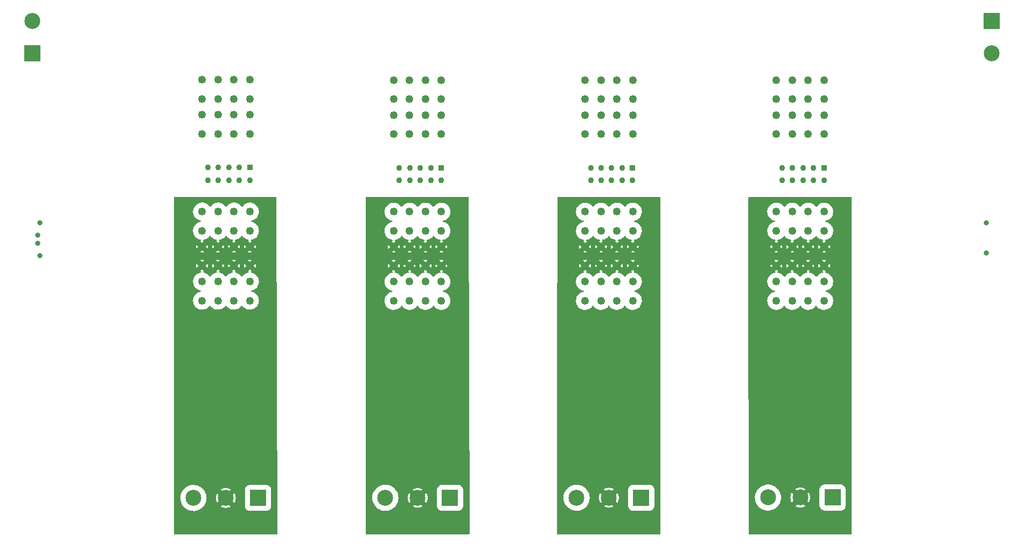
<source format=gbr>
%TF.GenerationSoftware,KiCad,Pcbnew,(6.0.1-0)*%
%TF.CreationDate,2023-01-20T10:28:08-08:00*%
%TF.ProjectId,ESC Mother,45534320-4d6f-4746-9865-722e6b696361,rev?*%
%TF.SameCoordinates,Original*%
%TF.FileFunction,Copper,L3,Inr*%
%TF.FilePolarity,Positive*%
%FSLAX46Y46*%
G04 Gerber Fmt 4.6, Leading zero omitted, Abs format (unit mm)*
G04 Created by KiCad (PCBNEW (6.0.1-0)) date 2023-01-20 10:28:08*
%MOMM*%
%LPD*%
G01*
G04 APERTURE LIST*
%TA.AperFunction,ComponentPad*%
%ADD10R,2.500000X2.500000*%
%TD*%
%TA.AperFunction,ComponentPad*%
%ADD11C,2.500000*%
%TD*%
%TA.AperFunction,ComponentPad*%
%ADD12R,0.930000X0.930000*%
%TD*%
%TA.AperFunction,ComponentPad*%
%ADD13C,0.930000*%
%TD*%
%TA.AperFunction,ComponentPad*%
%ADD14C,1.250000*%
%TD*%
%TA.AperFunction,ViaPad*%
%ADD15C,0.800000*%
%TD*%
G04 APERTURE END LIST*
D10*
%TO.N,/16V*%
%TO.C,+*%
X184850000Y-48600000D03*
D11*
%TO.N,GND*%
X184850000Y-53680000D03*
%TD*%
D10*
%TO.N,/Phase_1_T3*%
%TO.C,T3*%
X99675000Y-123590000D03*
D11*
%TO.N,/Phase_2_T3*%
X94595000Y-123590000D03*
%TO.N,/Phase_3_T3*%
X89515000Y-123590000D03*
%TD*%
D10*
%TO.N,/Phase_1_T4*%
%TO.C,T4*%
X69510000Y-123610000D03*
D11*
%TO.N,/Phase_2_T4*%
X64430000Y-123610000D03*
%TO.N,/Phase_3_T4*%
X59350000Y-123610000D03*
%TD*%
D10*
%TO.N,/Phase_1_T1*%
%TO.C,T1*%
X159810000Y-123540000D03*
D11*
%TO.N,/Phase_2_T1*%
X154730000Y-123540000D03*
%TO.N,/Phase_3_T1*%
X149650000Y-123540000D03*
%TD*%
D12*
%TO.N,unconnected-(J17-Pad01)*%
%TO.C,J4*%
X68190000Y-71630000D03*
D13*
%TO.N,unconnected-(J17-Pad02)*%
X68190000Y-73630000D03*
%TO.N,unconnected-(J17-Pad03)*%
X66540000Y-71630000D03*
%TO.N,unconnected-(J17-Pad04)*%
X66540000Y-73630000D03*
%TO.N,unconnected-(J17-Pad05)*%
X64890000Y-71630000D03*
%TO.N,unconnected-(J17-Pad06)*%
X64890000Y-73630000D03*
%TO.N,/CAL*%
X63240000Y-71630000D03*
%TO.N,/CAH*%
X63240000Y-73630000D03*
%TO.N,+5V*%
X61590000Y-71630000D03*
%TO.N,GND*%
X61590000Y-73630000D03*
D14*
%TO.N,/16V*%
X68210000Y-57840000D03*
X65710000Y-57840000D03*
X63210000Y-57840000D03*
X60710000Y-57840000D03*
X68210000Y-60840000D03*
X65710000Y-60840000D03*
X63210000Y-60840000D03*
X60710000Y-60840000D03*
%TO.N,GND*%
X68210000Y-63340000D03*
X65710000Y-63340000D03*
X63210000Y-63340000D03*
X60710000Y-63340000D03*
X68210000Y-66340000D03*
X65710000Y-66340000D03*
X63210000Y-66340000D03*
X60710000Y-66340000D03*
%TO.N,/Phase_3_T4*%
X68210000Y-78560000D03*
X65710000Y-78560000D03*
X63210000Y-78560000D03*
X60710000Y-78560000D03*
X68210000Y-81560000D03*
X65710000Y-81560000D03*
X63210000Y-81560000D03*
X60710000Y-81560000D03*
%TO.N,/Phase_2_T4*%
X68210000Y-84060000D03*
X65710000Y-84060000D03*
X63210000Y-84060000D03*
X60710000Y-84060000D03*
X68210000Y-87060000D03*
X65710000Y-87060000D03*
X63210000Y-87060000D03*
X60710000Y-87060000D03*
%TO.N,/Phase_1_T4*%
X68210000Y-89560000D03*
X65710000Y-89560000D03*
X63210000Y-89560000D03*
X60710000Y-89560000D03*
X68210000Y-92560000D03*
X65710000Y-92560000D03*
X63210000Y-92560000D03*
X60710000Y-92560000D03*
%TD*%
D12*
%TO.N,unconnected-(J2-Pad01)*%
%TO.C,J2*%
X128380000Y-71650000D03*
D13*
%TO.N,unconnected-(J2-Pad02)*%
X128380000Y-73650000D03*
%TO.N,unconnected-(J2-Pad03)*%
X126730000Y-71650000D03*
%TO.N,unconnected-(J2-Pad04)*%
X126730000Y-73650000D03*
%TO.N,unconnected-(J2-Pad05)*%
X125080000Y-71650000D03*
%TO.N,unconnected-(J2-Pad06)*%
X125080000Y-73650000D03*
%TO.N,/CAL*%
X123430000Y-71650000D03*
%TO.N,/CAH*%
X123430000Y-73650000D03*
%TO.N,+5V*%
X121780000Y-71650000D03*
%TO.N,GND*%
X121780000Y-73650000D03*
D14*
%TO.N,/16V*%
X128400000Y-57860000D03*
X125900000Y-57860000D03*
X123400000Y-57860000D03*
X120900000Y-57860000D03*
X128400000Y-60860000D03*
X125900000Y-60860000D03*
X123400000Y-60860000D03*
X120900000Y-60860000D03*
%TO.N,GND*%
X128400000Y-63360000D03*
X125900000Y-63360000D03*
X123400000Y-63360000D03*
X120900000Y-63360000D03*
X128400000Y-66360000D03*
X125900000Y-66360000D03*
X123400000Y-66360000D03*
X120900000Y-66360000D03*
%TO.N,/Phase_3_T2*%
X128400000Y-78580000D03*
X125900000Y-78580000D03*
X123400000Y-78580000D03*
X120900000Y-78580000D03*
X128400000Y-81580000D03*
X125900000Y-81580000D03*
X123400000Y-81580000D03*
X120900000Y-81580000D03*
%TO.N,/Phase_2_T2*%
X128400000Y-84080000D03*
X125900000Y-84080000D03*
X123400000Y-84080000D03*
X120900000Y-84080000D03*
X128400000Y-87080000D03*
X125900000Y-87080000D03*
X123400000Y-87080000D03*
X120900000Y-87080000D03*
%TO.N,/Phase_1_T2*%
X128400000Y-89580000D03*
X125900000Y-89580000D03*
X123400000Y-89580000D03*
X120900000Y-89580000D03*
X128400000Y-92580000D03*
X125900000Y-92580000D03*
X123400000Y-92580000D03*
X120900000Y-92580000D03*
%TD*%
D12*
%TO.N,unconnected-(J3-Pad01)*%
%TO.C,J3*%
X98300000Y-71650000D03*
D13*
%TO.N,unconnected-(J3-Pad02)*%
X98300000Y-73650000D03*
%TO.N,unconnected-(J3-Pad03)*%
X96650000Y-71650000D03*
%TO.N,unconnected-(J3-Pad04)*%
X96650000Y-73650000D03*
%TO.N,unconnected-(J3-Pad05)*%
X95000000Y-71650000D03*
%TO.N,unconnected-(J3-Pad06)*%
X95000000Y-73650000D03*
%TO.N,/CAL*%
X93350000Y-71650000D03*
%TO.N,/CAH*%
X93350000Y-73650000D03*
%TO.N,+5V*%
X91700000Y-71650000D03*
%TO.N,GND*%
X91700000Y-73650000D03*
D14*
%TO.N,/16V*%
X98320000Y-57860000D03*
X95820000Y-57860000D03*
X93320000Y-57860000D03*
X90820000Y-57860000D03*
X98320000Y-60860000D03*
X95820000Y-60860000D03*
X93320000Y-60860000D03*
X90820000Y-60860000D03*
%TO.N,GND*%
X98320000Y-63360000D03*
X95820000Y-63360000D03*
X93320000Y-63360000D03*
X90820000Y-63360000D03*
X98320000Y-66360000D03*
X95820000Y-66360000D03*
X93320000Y-66360000D03*
X90820000Y-66360000D03*
%TO.N,/Phase_3_T3*%
X98320000Y-78580000D03*
X95820000Y-78580000D03*
X93320000Y-78580000D03*
X90820000Y-78580000D03*
X98320000Y-81580000D03*
X95820000Y-81580000D03*
X93320000Y-81580000D03*
X90820000Y-81580000D03*
%TO.N,/Phase_2_T3*%
X98320000Y-84080000D03*
X95820000Y-84080000D03*
X93320000Y-84080000D03*
X90820000Y-84080000D03*
X98320000Y-87080000D03*
X95820000Y-87080000D03*
X93320000Y-87080000D03*
X90820000Y-87080000D03*
%TO.N,/Phase_1_T3*%
X98320000Y-89580000D03*
X95820000Y-89580000D03*
X93320000Y-89580000D03*
X90820000Y-89580000D03*
X98320000Y-92580000D03*
X95820000Y-92580000D03*
X93320000Y-92580000D03*
X90820000Y-92580000D03*
%TD*%
D10*
%TO.N,/Phase_1_T2*%
%TO.C,T2*%
X129725000Y-123570000D03*
D11*
%TO.N,/Phase_2_T2*%
X124645000Y-123570000D03*
%TO.N,/Phase_3_T2*%
X119565000Y-123570000D03*
%TD*%
D12*
%TO.N,unconnected-(J1-Pad01)*%
%TO.C,J1*%
X158450000Y-71650000D03*
D13*
%TO.N,unconnected-(J1-Pad02)*%
X158450000Y-73650000D03*
%TO.N,unconnected-(J1-Pad03)*%
X156800000Y-71650000D03*
%TO.N,unconnected-(J1-Pad04)*%
X156800000Y-73650000D03*
%TO.N,unconnected-(J1-Pad05)*%
X155150000Y-71650000D03*
%TO.N,unconnected-(J1-Pad06)*%
X155150000Y-73650000D03*
%TO.N,/CAL*%
X153500000Y-71650000D03*
%TO.N,/CAH*%
X153500000Y-73650000D03*
%TO.N,+5V*%
X151850000Y-71650000D03*
%TO.N,GND*%
X151850000Y-73650000D03*
D14*
%TO.N,/16V*%
X158470000Y-57860000D03*
X155970000Y-57860000D03*
X153470000Y-57860000D03*
X150970000Y-57860000D03*
X158470000Y-60860000D03*
X155970000Y-60860000D03*
X153470000Y-60860000D03*
X150970000Y-60860000D03*
%TO.N,GND*%
X158470000Y-63360000D03*
X155970000Y-63360000D03*
X153470000Y-63360000D03*
X150970000Y-63360000D03*
X158470000Y-66360000D03*
X155970000Y-66360000D03*
X153470000Y-66360000D03*
X150970000Y-66360000D03*
%TO.N,/Phase_3_T1*%
X158470000Y-78580000D03*
X155970000Y-78580000D03*
X153470000Y-78580000D03*
X150970000Y-78580000D03*
X158470000Y-81580000D03*
X155970000Y-81580000D03*
X153470000Y-81580000D03*
X150970000Y-81580000D03*
%TO.N,/Phase_2_T1*%
X158470000Y-84080000D03*
X155970000Y-84080000D03*
X153470000Y-84080000D03*
X150970000Y-84080000D03*
X158470000Y-87080000D03*
X155970000Y-87080000D03*
X153470000Y-87080000D03*
X150970000Y-87080000D03*
%TO.N,/Phase_1_T1*%
X158470000Y-89580000D03*
X155970000Y-89580000D03*
X153470000Y-89580000D03*
X150970000Y-89580000D03*
X158470000Y-92580000D03*
X155970000Y-92580000D03*
X153470000Y-92580000D03*
X150970000Y-92580000D03*
%TD*%
D10*
%TO.N,/16V*%
%TO.C,-*%
X34025000Y-53695000D03*
D11*
%TO.N,GND*%
X34025000Y-48615000D03*
%TD*%
D15*
%TO.N,GND*%
X35240000Y-85490000D03*
X183950000Y-80300000D03*
%TO.N,/CAL*%
X34850000Y-82300000D03*
%TO.N,/CAH*%
X34850000Y-83560000D03*
%TO.N,+5V*%
X35240000Y-80340000D03*
X183950000Y-85030000D03*
%TD*%
%TA.AperFunction,Conductor*%
%TO.N,/Phase_2_T4*%
G36*
X72359451Y-76268907D02*
G01*
X72395415Y-76318407D01*
X72400260Y-76348739D01*
X72539738Y-129240739D01*
X72520984Y-129298979D01*
X72471579Y-129335074D01*
X72440738Y-129340000D01*
X56418963Y-129340000D01*
X56360772Y-129321093D01*
X56324808Y-129271593D01*
X56319963Y-129241037D01*
X56317833Y-123588477D01*
X57294822Y-123588477D01*
X57295016Y-123591842D01*
X57295016Y-123591846D01*
X57298545Y-123653043D01*
X57310916Y-123867596D01*
X57364741Y-124141948D01*
X57365834Y-124145140D01*
X57445126Y-124376732D01*
X57455303Y-124406457D01*
X57580925Y-124656228D01*
X57739282Y-124886639D01*
X57741552Y-124889133D01*
X57741553Y-124889135D01*
X57839538Y-124996819D01*
X57927444Y-125093427D01*
X58141930Y-125272765D01*
X58378771Y-125421335D01*
X58381839Y-125422720D01*
X58381846Y-125422724D01*
X58547358Y-125497455D01*
X58633583Y-125536387D01*
X58636805Y-125537341D01*
X58636812Y-125537344D01*
X58851263Y-125600867D01*
X58901652Y-125615793D01*
X58904977Y-125616302D01*
X58904978Y-125616302D01*
X59174684Y-125657573D01*
X59174687Y-125657573D01*
X59178018Y-125658083D01*
X59181389Y-125658136D01*
X59181390Y-125658136D01*
X59229571Y-125658893D01*
X59457566Y-125662474D01*
X59460903Y-125662070D01*
X59460907Y-125662070D01*
X59731779Y-125629291D01*
X59731784Y-125629290D01*
X59735123Y-125628886D01*
X60005554Y-125557940D01*
X60171590Y-125489165D01*
X60260746Y-125452236D01*
X60260749Y-125452235D01*
X60263855Y-125450948D01*
X60266760Y-125449251D01*
X60266763Y-125449249D01*
X60502329Y-125311595D01*
X60505245Y-125309891D01*
X60725258Y-125137379D01*
X60904553Y-124952360D01*
X63658892Y-124952360D01*
X63665263Y-124959251D01*
X63720824Y-124993300D01*
X63727730Y-124996819D01*
X63945952Y-125087209D01*
X63953320Y-125089603D01*
X64183004Y-125144745D01*
X64190647Y-125145956D01*
X64426125Y-125164488D01*
X64433875Y-125164488D01*
X64669353Y-125145956D01*
X64676996Y-125144745D01*
X64906680Y-125089603D01*
X64914048Y-125087209D01*
X65132270Y-124996819D01*
X65139176Y-124993300D01*
X65193043Y-124960289D01*
X65201316Y-124950603D01*
X65196732Y-124942417D01*
X64441086Y-124186771D01*
X64429203Y-124180717D01*
X64424172Y-124181513D01*
X63664674Y-124941011D01*
X63658892Y-124952360D01*
X60904553Y-124952360D01*
X60919823Y-124936603D01*
X60956526Y-124886639D01*
X60986843Y-124845366D01*
X61085340Y-124711280D01*
X61116864Y-124653221D01*
X61217136Y-124468541D01*
X61218745Y-124465578D01*
X61256294Y-124366206D01*
X61316380Y-124207194D01*
X61316381Y-124207190D01*
X61317570Y-124204044D01*
X61344450Y-124086680D01*
X61379234Y-123934808D01*
X61379235Y-123934801D01*
X61379987Y-123931518D01*
X61404840Y-123653043D01*
X61405230Y-123615828D01*
X61405251Y-123613875D01*
X62875512Y-123613875D01*
X62894044Y-123849353D01*
X62895255Y-123856996D01*
X62950397Y-124086680D01*
X62952791Y-124094048D01*
X63043181Y-124312270D01*
X63046700Y-124319176D01*
X63079711Y-124373043D01*
X63089397Y-124381316D01*
X63097583Y-124376732D01*
X63853229Y-123621086D01*
X63858471Y-123610797D01*
X65000717Y-123610797D01*
X65001513Y-123615828D01*
X65761011Y-124375326D01*
X65772360Y-124381108D01*
X65779251Y-124374737D01*
X65813300Y-124319176D01*
X65816819Y-124312270D01*
X65907209Y-124094048D01*
X65909603Y-124086680D01*
X65964745Y-123856996D01*
X65965956Y-123849353D01*
X65984488Y-123613875D01*
X65984488Y-123606119D01*
X65965956Y-123370647D01*
X65964745Y-123363004D01*
X65909603Y-123133320D01*
X65907209Y-123125952D01*
X65816819Y-122907730D01*
X65813300Y-122900824D01*
X65780289Y-122846957D01*
X65770603Y-122838684D01*
X65762417Y-122843268D01*
X65006771Y-123598914D01*
X65000717Y-123610797D01*
X63858471Y-123610797D01*
X63859283Y-123609203D01*
X63858487Y-123604172D01*
X63098989Y-122844674D01*
X63087640Y-122838892D01*
X63080749Y-122845263D01*
X63046700Y-122900824D01*
X63043181Y-122907730D01*
X62952791Y-123125952D01*
X62950397Y-123133320D01*
X62895255Y-123363004D01*
X62894044Y-123370647D01*
X62875512Y-123606119D01*
X62875512Y-123613875D01*
X61405251Y-123613875D01*
X61405271Y-123611937D01*
X61405271Y-123611929D01*
X61405291Y-123610000D01*
X61386275Y-123331065D01*
X61329579Y-123057292D01*
X61236253Y-122793746D01*
X61224542Y-122771056D01*
X61109573Y-122548308D01*
X61109570Y-122548302D01*
X61108022Y-122545304D01*
X60947261Y-122316563D01*
X60929512Y-122297462D01*
X60903432Y-122269397D01*
X63658684Y-122269397D01*
X63663268Y-122277583D01*
X64418914Y-123033229D01*
X64430797Y-123039283D01*
X64435828Y-123038487D01*
X65195326Y-122278989D01*
X65198079Y-122273586D01*
X67459500Y-122273586D01*
X67459501Y-123610797D01*
X67459501Y-124947836D01*
X67459774Y-124952589D01*
X67460716Y-124956668D01*
X67460717Y-124956676D01*
X67492289Y-125093427D01*
X67500173Y-125127577D01*
X67578336Y-125289266D01*
X67690380Y-125429620D01*
X67694713Y-125433079D01*
X67824124Y-125536387D01*
X67830734Y-125541664D01*
X67992423Y-125619827D01*
X67997807Y-125621070D01*
X67997810Y-125621071D01*
X68084045Y-125640979D01*
X68167411Y-125660226D01*
X68172163Y-125660500D01*
X68173586Y-125660500D01*
X69514717Y-125660499D01*
X70847836Y-125660499D01*
X70852589Y-125660226D01*
X70856670Y-125659284D01*
X70856676Y-125659283D01*
X71022190Y-125621071D01*
X71022193Y-125621070D01*
X71027577Y-125619827D01*
X71189266Y-125541664D01*
X71195877Y-125536387D01*
X71325287Y-125433079D01*
X71329620Y-125429620D01*
X71441664Y-125289266D01*
X71519827Y-125127577D01*
X71560226Y-124952589D01*
X71560500Y-124947837D01*
X71560500Y-123610000D01*
X71560499Y-122273577D01*
X71560499Y-122272164D01*
X71560226Y-122267411D01*
X71559284Y-122263330D01*
X71559283Y-122263324D01*
X71521071Y-122097810D01*
X71521070Y-122097807D01*
X71519827Y-122092423D01*
X71441664Y-121930734D01*
X71434931Y-121922299D01*
X71333079Y-121794713D01*
X71329620Y-121790380D01*
X71189266Y-121678336D01*
X71172759Y-121670356D01*
X71032554Y-121602579D01*
X71027577Y-121600173D01*
X71022193Y-121598930D01*
X71022190Y-121598929D01*
X70935955Y-121579021D01*
X70852589Y-121559774D01*
X70847837Y-121559500D01*
X70846414Y-121559500D01*
X69505283Y-121559501D01*
X68172164Y-121559501D01*
X68167411Y-121559774D01*
X68163330Y-121560716D01*
X68163324Y-121560717D01*
X67997810Y-121598929D01*
X67997807Y-121598930D01*
X67992423Y-121600173D01*
X67987446Y-121602579D01*
X67847242Y-121670356D01*
X67830734Y-121678336D01*
X67690380Y-121790380D01*
X67686921Y-121794713D01*
X67585070Y-121922299D01*
X67578336Y-121930734D01*
X67500173Y-122092423D01*
X67459774Y-122267411D01*
X67459500Y-122272163D01*
X67459500Y-122273586D01*
X65198079Y-122273586D01*
X65201108Y-122267640D01*
X65194737Y-122260749D01*
X65139176Y-122226700D01*
X65132270Y-122223181D01*
X64914048Y-122132791D01*
X64906680Y-122130397D01*
X64676996Y-122075255D01*
X64669353Y-122074044D01*
X64433875Y-122055512D01*
X64426125Y-122055512D01*
X64190647Y-122074044D01*
X64183004Y-122075255D01*
X63953320Y-122130397D01*
X63945952Y-122132791D01*
X63727730Y-122223181D01*
X63720824Y-122226700D01*
X63666957Y-122259711D01*
X63658684Y-122269397D01*
X60903432Y-122269397D01*
X60759238Y-122114226D01*
X60756944Y-122111757D01*
X60733323Y-122092423D01*
X60543204Y-121936814D01*
X60540591Y-121934675D01*
X60302208Y-121788594D01*
X60298397Y-121786921D01*
X60049288Y-121677569D01*
X60049284Y-121677567D01*
X60046205Y-121676216D01*
X59996917Y-121662176D01*
X59780571Y-121600548D01*
X59780566Y-121600547D01*
X59777319Y-121599622D01*
X59500526Y-121560229D01*
X59497159Y-121560211D01*
X59497154Y-121560211D01*
X59372187Y-121559557D01*
X59220947Y-121558765D01*
X58943757Y-121595257D01*
X58940506Y-121596146D01*
X58940503Y-121596147D01*
X58916992Y-121602579D01*
X58674083Y-121669032D01*
X58416917Y-121778722D01*
X58414018Y-121780457D01*
X58402683Y-121787241D01*
X58177018Y-121922299D01*
X57958823Y-122097106D01*
X57956499Y-122099555D01*
X57787557Y-122277583D01*
X57766371Y-122299908D01*
X57764406Y-122302643D01*
X57764404Y-122302645D01*
X57752421Y-122319322D01*
X57603223Y-122526952D01*
X57472398Y-122774038D01*
X57376317Y-123036592D01*
X57316757Y-123309757D01*
X57294822Y-123588477D01*
X56317833Y-123588477D01*
X56310470Y-104043923D01*
X56306131Y-92525053D01*
X59280042Y-92525053D01*
X59293535Y-92759071D01*
X59294427Y-92763028D01*
X59315886Y-92858247D01*
X59345069Y-92987743D01*
X59346598Y-92991507D01*
X59346599Y-92991512D01*
X59386673Y-93090202D01*
X59433259Y-93204928D01*
X59435383Y-93208394D01*
X59435385Y-93208398D01*
X59491521Y-93300003D01*
X59555736Y-93404793D01*
X59558395Y-93407863D01*
X59558396Y-93407864D01*
X59629481Y-93489927D01*
X59709212Y-93581971D01*
X59889565Y-93731703D01*
X60091951Y-93849968D01*
X60310935Y-93933590D01*
X60314910Y-93934399D01*
X60314911Y-93934399D01*
X60536654Y-93979513D01*
X60536658Y-93979513D01*
X60540637Y-93980323D01*
X60544697Y-93980472D01*
X60544698Y-93980472D01*
X60585311Y-93981961D01*
X60774887Y-93988913D01*
X60778906Y-93988398D01*
X60778910Y-93988398D01*
X61003362Y-93959645D01*
X61003368Y-93959644D01*
X61007394Y-93959128D01*
X61011287Y-93957960D01*
X61011292Y-93957959D01*
X61170542Y-93910181D01*
X61231914Y-93891768D01*
X61342707Y-93837491D01*
X61438771Y-93790430D01*
X61438774Y-93790428D01*
X61442418Y-93788643D01*
X61633253Y-93652522D01*
X61799293Y-93487061D01*
X61873616Y-93383630D01*
X61877960Y-93377585D01*
X61927271Y-93341363D01*
X61988456Y-93341043D01*
X62038143Y-93376747D01*
X62042761Y-93383619D01*
X62055736Y-93404793D01*
X62058395Y-93407863D01*
X62058396Y-93407864D01*
X62129481Y-93489927D01*
X62209212Y-93581971D01*
X62389565Y-93731703D01*
X62591951Y-93849968D01*
X62810935Y-93933590D01*
X62814910Y-93934399D01*
X62814911Y-93934399D01*
X63036654Y-93979513D01*
X63036658Y-93979513D01*
X63040637Y-93980323D01*
X63044697Y-93980472D01*
X63044698Y-93980472D01*
X63085311Y-93981961D01*
X63274887Y-93988913D01*
X63278906Y-93988398D01*
X63278910Y-93988398D01*
X63503362Y-93959645D01*
X63503368Y-93959644D01*
X63507394Y-93959128D01*
X63511287Y-93957960D01*
X63511292Y-93957959D01*
X63670542Y-93910181D01*
X63731914Y-93891768D01*
X63842707Y-93837491D01*
X63938771Y-93790430D01*
X63938774Y-93790428D01*
X63942418Y-93788643D01*
X64133253Y-93652522D01*
X64299293Y-93487061D01*
X64373616Y-93383630D01*
X64377960Y-93377585D01*
X64427271Y-93341363D01*
X64488456Y-93341043D01*
X64538143Y-93376747D01*
X64542761Y-93383619D01*
X64555736Y-93404793D01*
X64558395Y-93407863D01*
X64558396Y-93407864D01*
X64629481Y-93489927D01*
X64709212Y-93581971D01*
X64889565Y-93731703D01*
X65091951Y-93849968D01*
X65310935Y-93933590D01*
X65314910Y-93934399D01*
X65314911Y-93934399D01*
X65536654Y-93979513D01*
X65536658Y-93979513D01*
X65540637Y-93980323D01*
X65544697Y-93980472D01*
X65544698Y-93980472D01*
X65585311Y-93981961D01*
X65774887Y-93988913D01*
X65778906Y-93988398D01*
X65778910Y-93988398D01*
X66003362Y-93959645D01*
X66003368Y-93959644D01*
X66007394Y-93959128D01*
X66011287Y-93957960D01*
X66011292Y-93957959D01*
X66170542Y-93910181D01*
X66231914Y-93891768D01*
X66342707Y-93837491D01*
X66438771Y-93790430D01*
X66438774Y-93790428D01*
X66442418Y-93788643D01*
X66633253Y-93652522D01*
X66799293Y-93487061D01*
X66873616Y-93383630D01*
X66877960Y-93377585D01*
X66927271Y-93341363D01*
X66988456Y-93341043D01*
X67038143Y-93376747D01*
X67042761Y-93383619D01*
X67055736Y-93404793D01*
X67058395Y-93407863D01*
X67058396Y-93407864D01*
X67129481Y-93489927D01*
X67209212Y-93581971D01*
X67389565Y-93731703D01*
X67591951Y-93849968D01*
X67810935Y-93933590D01*
X67814910Y-93934399D01*
X67814911Y-93934399D01*
X68036654Y-93979513D01*
X68036658Y-93979513D01*
X68040637Y-93980323D01*
X68044697Y-93980472D01*
X68044698Y-93980472D01*
X68085311Y-93981961D01*
X68274887Y-93988913D01*
X68278906Y-93988398D01*
X68278910Y-93988398D01*
X68503362Y-93959645D01*
X68503368Y-93959644D01*
X68507394Y-93959128D01*
X68511287Y-93957960D01*
X68511292Y-93957959D01*
X68670542Y-93910181D01*
X68731914Y-93891768D01*
X68842707Y-93837491D01*
X68938771Y-93790430D01*
X68938774Y-93790428D01*
X68942418Y-93788643D01*
X69133253Y-93652522D01*
X69299293Y-93487061D01*
X69373616Y-93383630D01*
X69433708Y-93300003D01*
X69433709Y-93300001D01*
X69436079Y-93296703D01*
X69437877Y-93293065D01*
X69437880Y-93293060D01*
X69538138Y-93090202D01*
X69539938Y-93086560D01*
X69541116Y-93082684D01*
X69541118Y-93082678D01*
X69606901Y-92866160D01*
X69606901Y-92866159D01*
X69608081Y-92862276D01*
X69638677Y-92629874D01*
X69640385Y-92560000D01*
X69621178Y-92326381D01*
X69612536Y-92291973D01*
X69565064Y-92102982D01*
X69564073Y-92099036D01*
X69470603Y-91884070D01*
X69343279Y-91687258D01*
X69185520Y-91513883D01*
X69182334Y-91511367D01*
X69182331Y-91511364D01*
X69004751Y-91371119D01*
X69004745Y-91371115D01*
X69001563Y-91368602D01*
X68796348Y-91255317D01*
X68792517Y-91253960D01*
X68792514Y-91253959D01*
X68579222Y-91178428D01*
X68579218Y-91178427D01*
X68575386Y-91177070D01*
X68472192Y-91158688D01*
X68418220Y-91129870D01*
X68391494Y-91074830D01*
X68402223Y-91014593D01*
X68446310Y-90972167D01*
X68476974Y-90963026D01*
X68503351Y-90959647D01*
X68503364Y-90959644D01*
X68507394Y-90959128D01*
X68511287Y-90957960D01*
X68511292Y-90957959D01*
X68670542Y-90910181D01*
X68731914Y-90891768D01*
X68842707Y-90837491D01*
X68938771Y-90790430D01*
X68938774Y-90790428D01*
X68942418Y-90788643D01*
X69133253Y-90652522D01*
X69299293Y-90487061D01*
X69373616Y-90383630D01*
X69433708Y-90300003D01*
X69433709Y-90300001D01*
X69436079Y-90296703D01*
X69437877Y-90293065D01*
X69437880Y-90293060D01*
X69538138Y-90090202D01*
X69539938Y-90086560D01*
X69541116Y-90082684D01*
X69541118Y-90082678D01*
X69606901Y-89866160D01*
X69606901Y-89866159D01*
X69608081Y-89862276D01*
X69638677Y-89629874D01*
X69640385Y-89560000D01*
X69621178Y-89326381D01*
X69612536Y-89291973D01*
X69565064Y-89102982D01*
X69564073Y-89099036D01*
X69470603Y-88884070D01*
X69343279Y-88687258D01*
X69185520Y-88513883D01*
X69182334Y-88511367D01*
X69182331Y-88511364D01*
X69004751Y-88371119D01*
X69004745Y-88371115D01*
X69001563Y-88368602D01*
X68796348Y-88255317D01*
X68792517Y-88253960D01*
X68792514Y-88253959D01*
X68579222Y-88178428D01*
X68579218Y-88178427D01*
X68575386Y-88177070D01*
X68436955Y-88152412D01*
X68382982Y-88123593D01*
X68356256Y-88068553D01*
X68366985Y-88008316D01*
X68411072Y-87965890D01*
X68433733Y-87958109D01*
X68492341Y-87945651D01*
X68502153Y-87942463D01*
X68504869Y-87941254D01*
X68512616Y-87934279D01*
X68507164Y-87922849D01*
X68221088Y-87636774D01*
X68209202Y-87630718D01*
X68204171Y-87631514D01*
X67911897Y-87923788D01*
X67907163Y-87933079D01*
X67916349Y-87941796D01*
X67917847Y-87942463D01*
X67927657Y-87945651D01*
X67986591Y-87958178D01*
X68039579Y-87988771D01*
X68064465Y-88044667D01*
X68051743Y-88104515D01*
X68006273Y-88145456D01*
X67980985Y-88152875D01*
X67878511Y-88168556D01*
X67758379Y-88207821D01*
X67659561Y-88240120D01*
X67659557Y-88240121D01*
X67655704Y-88241381D01*
X67652104Y-88243255D01*
X67451387Y-88347741D01*
X67451384Y-88347743D01*
X67447782Y-88349618D01*
X67444540Y-88352053D01*
X67444534Y-88352056D01*
X67419145Y-88371119D01*
X67260330Y-88490361D01*
X67098382Y-88659830D01*
X67096090Y-88663190D01*
X67042312Y-88742025D01*
X66993900Y-88779442D01*
X66932742Y-88781257D01*
X66882197Y-88746777D01*
X66877418Y-88740028D01*
X66843279Y-88687258D01*
X66685520Y-88513883D01*
X66682334Y-88511367D01*
X66682331Y-88511364D01*
X66504751Y-88371119D01*
X66504745Y-88371115D01*
X66501563Y-88368602D01*
X66296348Y-88255317D01*
X66292517Y-88253960D01*
X66292514Y-88253959D01*
X66079222Y-88178428D01*
X66079218Y-88178427D01*
X66075386Y-88177070D01*
X65936955Y-88152412D01*
X65882982Y-88123593D01*
X65856256Y-88068553D01*
X65866985Y-88008316D01*
X65911072Y-87965890D01*
X65933733Y-87958109D01*
X65992341Y-87945651D01*
X66002153Y-87942463D01*
X66004869Y-87941254D01*
X66012616Y-87934279D01*
X66007164Y-87922849D01*
X65721088Y-87636774D01*
X65709202Y-87630718D01*
X65704171Y-87631514D01*
X65411897Y-87923788D01*
X65407163Y-87933079D01*
X65416349Y-87941796D01*
X65417847Y-87942463D01*
X65427657Y-87945651D01*
X65486591Y-87958178D01*
X65539579Y-87988771D01*
X65564465Y-88044667D01*
X65551743Y-88104515D01*
X65506273Y-88145456D01*
X65480985Y-88152875D01*
X65378511Y-88168556D01*
X65258379Y-88207821D01*
X65159561Y-88240120D01*
X65159557Y-88240121D01*
X65155704Y-88241381D01*
X65152104Y-88243255D01*
X64951387Y-88347741D01*
X64951384Y-88347743D01*
X64947782Y-88349618D01*
X64944540Y-88352053D01*
X64944534Y-88352056D01*
X64919145Y-88371119D01*
X64760330Y-88490361D01*
X64598382Y-88659830D01*
X64596090Y-88663190D01*
X64542312Y-88742025D01*
X64493900Y-88779442D01*
X64432742Y-88781257D01*
X64382197Y-88746777D01*
X64377418Y-88740028D01*
X64343279Y-88687258D01*
X64185520Y-88513883D01*
X64182334Y-88511367D01*
X64182331Y-88511364D01*
X64004751Y-88371119D01*
X64004745Y-88371115D01*
X64001563Y-88368602D01*
X63796348Y-88255317D01*
X63792517Y-88253960D01*
X63792514Y-88253959D01*
X63579222Y-88178428D01*
X63579218Y-88178427D01*
X63575386Y-88177070D01*
X63436955Y-88152412D01*
X63382982Y-88123593D01*
X63356256Y-88068553D01*
X63366985Y-88008316D01*
X63411072Y-87965890D01*
X63433733Y-87958109D01*
X63492341Y-87945651D01*
X63502153Y-87942463D01*
X63504869Y-87941254D01*
X63512616Y-87934279D01*
X63507164Y-87922849D01*
X63221088Y-87636774D01*
X63209202Y-87630718D01*
X63204171Y-87631514D01*
X62911897Y-87923788D01*
X62907163Y-87933079D01*
X62916349Y-87941796D01*
X62917847Y-87942463D01*
X62927657Y-87945651D01*
X62986591Y-87958178D01*
X63039579Y-87988771D01*
X63064465Y-88044667D01*
X63051743Y-88104515D01*
X63006273Y-88145456D01*
X62980985Y-88152875D01*
X62878511Y-88168556D01*
X62758379Y-88207821D01*
X62659561Y-88240120D01*
X62659557Y-88240121D01*
X62655704Y-88241381D01*
X62652104Y-88243255D01*
X62451387Y-88347741D01*
X62451384Y-88347743D01*
X62447782Y-88349618D01*
X62444540Y-88352053D01*
X62444534Y-88352056D01*
X62419145Y-88371119D01*
X62260330Y-88490361D01*
X62098382Y-88659830D01*
X62096090Y-88663190D01*
X62042312Y-88742025D01*
X61993900Y-88779442D01*
X61932742Y-88781257D01*
X61882197Y-88746777D01*
X61877418Y-88740028D01*
X61843279Y-88687258D01*
X61685520Y-88513883D01*
X61682334Y-88511367D01*
X61682331Y-88511364D01*
X61504751Y-88371119D01*
X61504745Y-88371115D01*
X61501563Y-88368602D01*
X61296348Y-88255317D01*
X61292517Y-88253960D01*
X61292514Y-88253959D01*
X61079222Y-88178428D01*
X61079218Y-88178427D01*
X61075386Y-88177070D01*
X60936955Y-88152412D01*
X60882982Y-88123593D01*
X60856256Y-88068553D01*
X60866985Y-88008316D01*
X60911072Y-87965890D01*
X60933733Y-87958109D01*
X60992341Y-87945651D01*
X61002153Y-87942463D01*
X61004869Y-87941254D01*
X61012616Y-87934279D01*
X61007164Y-87922849D01*
X60721088Y-87636774D01*
X60709202Y-87630718D01*
X60704171Y-87631514D01*
X60411897Y-87923788D01*
X60407163Y-87933079D01*
X60416349Y-87941796D01*
X60417847Y-87942463D01*
X60427657Y-87945651D01*
X60486591Y-87958178D01*
X60539579Y-87988771D01*
X60564465Y-88044667D01*
X60551743Y-88104515D01*
X60506273Y-88145456D01*
X60480985Y-88152875D01*
X60378511Y-88168556D01*
X60258379Y-88207821D01*
X60159561Y-88240120D01*
X60159557Y-88240121D01*
X60155704Y-88241381D01*
X60152104Y-88243255D01*
X59951387Y-88347741D01*
X59951384Y-88347743D01*
X59947782Y-88349618D01*
X59944540Y-88352053D01*
X59944534Y-88352056D01*
X59919145Y-88371119D01*
X59760330Y-88490361D01*
X59598382Y-88659830D01*
X59466287Y-88853473D01*
X59367594Y-89066091D01*
X59304951Y-89291973D01*
X59280042Y-89525053D01*
X59293535Y-89759071D01*
X59294427Y-89763028D01*
X59315886Y-89858247D01*
X59345069Y-89987743D01*
X59346598Y-89991507D01*
X59346599Y-89991512D01*
X59386673Y-90090202D01*
X59433259Y-90204928D01*
X59435383Y-90208394D01*
X59435385Y-90208398D01*
X59491521Y-90300003D01*
X59555736Y-90404793D01*
X59558395Y-90407863D01*
X59558396Y-90407864D01*
X59629481Y-90489927D01*
X59709212Y-90581971D01*
X59889565Y-90731703D01*
X60091951Y-90849968D01*
X60310935Y-90933590D01*
X60454457Y-90962790D01*
X60507709Y-90992918D01*
X60533083Y-91048594D01*
X60520884Y-91108552D01*
X60475774Y-91149888D01*
X60449694Y-91157663D01*
X60402923Y-91164820D01*
X60378511Y-91168556D01*
X60258379Y-91207821D01*
X60159561Y-91240120D01*
X60159557Y-91240121D01*
X60155704Y-91241381D01*
X60152104Y-91243255D01*
X59951387Y-91347741D01*
X59951384Y-91347743D01*
X59947782Y-91349618D01*
X59944540Y-91352053D01*
X59944534Y-91352056D01*
X59919145Y-91371119D01*
X59760330Y-91490361D01*
X59598382Y-91659830D01*
X59466287Y-91853473D01*
X59367594Y-92066091D01*
X59304951Y-92291973D01*
X59280042Y-92525053D01*
X56306131Y-92525053D01*
X56304074Y-87065157D01*
X59780447Y-87065157D01*
X59799688Y-87248220D01*
X59801832Y-87258310D01*
X59832344Y-87352212D01*
X59839040Y-87361429D01*
X59844736Y-87359578D01*
X60133228Y-87071086D01*
X60138470Y-87060797D01*
X61280718Y-87060797D01*
X61281514Y-87065828D01*
X61571725Y-87356039D01*
X61581873Y-87361210D01*
X61586109Y-87356974D01*
X61618168Y-87258310D01*
X61620312Y-87248220D01*
X61639553Y-87065157D01*
X62280447Y-87065157D01*
X62299688Y-87248220D01*
X62301832Y-87258310D01*
X62332344Y-87352212D01*
X62339040Y-87361429D01*
X62344736Y-87359578D01*
X62633228Y-87071086D01*
X62638470Y-87060797D01*
X63780718Y-87060797D01*
X63781514Y-87065828D01*
X64071725Y-87356039D01*
X64081873Y-87361210D01*
X64086109Y-87356974D01*
X64118168Y-87258310D01*
X64120312Y-87248220D01*
X64139553Y-87065157D01*
X64780447Y-87065157D01*
X64799688Y-87248220D01*
X64801832Y-87258310D01*
X64832344Y-87352212D01*
X64839040Y-87361429D01*
X64844736Y-87359578D01*
X65133228Y-87071086D01*
X65138470Y-87060797D01*
X66280718Y-87060797D01*
X66281514Y-87065828D01*
X66571725Y-87356039D01*
X66581873Y-87361210D01*
X66586109Y-87356974D01*
X66618168Y-87258310D01*
X66620312Y-87248220D01*
X66639553Y-87065157D01*
X67280447Y-87065157D01*
X67299688Y-87248220D01*
X67301832Y-87258310D01*
X67332344Y-87352212D01*
X67339040Y-87361429D01*
X67344736Y-87359578D01*
X67633228Y-87071086D01*
X67638470Y-87060797D01*
X68780718Y-87060797D01*
X68781514Y-87065828D01*
X69071725Y-87356039D01*
X69081873Y-87361210D01*
X69086109Y-87356974D01*
X69118168Y-87258310D01*
X69120312Y-87248220D01*
X69139553Y-87065157D01*
X69139553Y-87054843D01*
X69120312Y-86871780D01*
X69118168Y-86861690D01*
X69087656Y-86767788D01*
X69080960Y-86758571D01*
X69075264Y-86760422D01*
X68786772Y-87048914D01*
X68780718Y-87060797D01*
X67638470Y-87060797D01*
X67639282Y-87059203D01*
X67638486Y-87054172D01*
X67348275Y-86763961D01*
X67338127Y-86758790D01*
X67333891Y-86763026D01*
X67301832Y-86861690D01*
X67299688Y-86871780D01*
X67280447Y-87054843D01*
X67280447Y-87065157D01*
X66639553Y-87065157D01*
X66639553Y-87054843D01*
X66620312Y-86871780D01*
X66618168Y-86861690D01*
X66587656Y-86767788D01*
X66580960Y-86758571D01*
X66575264Y-86760422D01*
X66286772Y-87048914D01*
X66280718Y-87060797D01*
X65138470Y-87060797D01*
X65139282Y-87059203D01*
X65138486Y-87054172D01*
X64848275Y-86763961D01*
X64838127Y-86758790D01*
X64833891Y-86763026D01*
X64801832Y-86861690D01*
X64799688Y-86871780D01*
X64780447Y-87054843D01*
X64780447Y-87065157D01*
X64139553Y-87065157D01*
X64139553Y-87054843D01*
X64120312Y-86871780D01*
X64118168Y-86861690D01*
X64087656Y-86767788D01*
X64080960Y-86758571D01*
X64075264Y-86760422D01*
X63786772Y-87048914D01*
X63780718Y-87060797D01*
X62638470Y-87060797D01*
X62639282Y-87059203D01*
X62638486Y-87054172D01*
X62348275Y-86763961D01*
X62338127Y-86758790D01*
X62333891Y-86763026D01*
X62301832Y-86861690D01*
X62299688Y-86871780D01*
X62280447Y-87054843D01*
X62280447Y-87065157D01*
X61639553Y-87065157D01*
X61639553Y-87054843D01*
X61620312Y-86871780D01*
X61618168Y-86861690D01*
X61587656Y-86767788D01*
X61580960Y-86758571D01*
X61575264Y-86760422D01*
X61286772Y-87048914D01*
X61280718Y-87060797D01*
X60138470Y-87060797D01*
X60139282Y-87059203D01*
X60138486Y-87054172D01*
X59848275Y-86763961D01*
X59838127Y-86758790D01*
X59833891Y-86763026D01*
X59801832Y-86861690D01*
X59799688Y-86871780D01*
X59780447Y-87054843D01*
X59780447Y-87065157D01*
X56304074Y-87065157D01*
X56303743Y-86185721D01*
X60407384Y-86185721D01*
X60412836Y-86197151D01*
X60698912Y-86483226D01*
X60710798Y-86489282D01*
X60715829Y-86488486D01*
X61008103Y-86196212D01*
X61012837Y-86186921D01*
X61011572Y-86185721D01*
X62907384Y-86185721D01*
X62912836Y-86197151D01*
X63198912Y-86483226D01*
X63210798Y-86489282D01*
X63215829Y-86488486D01*
X63508103Y-86196212D01*
X63512837Y-86186921D01*
X63511572Y-86185721D01*
X65407384Y-86185721D01*
X65412836Y-86197151D01*
X65698912Y-86483226D01*
X65710798Y-86489282D01*
X65715829Y-86488486D01*
X66008103Y-86196212D01*
X66012837Y-86186921D01*
X66011572Y-86185721D01*
X67907384Y-86185721D01*
X67912836Y-86197151D01*
X68198912Y-86483226D01*
X68210798Y-86489282D01*
X68215829Y-86488486D01*
X68508103Y-86196212D01*
X68512837Y-86186921D01*
X68503651Y-86178204D01*
X68502153Y-86177537D01*
X68492341Y-86174349D01*
X68312295Y-86136079D01*
X68302032Y-86135000D01*
X68117968Y-86135000D01*
X68107705Y-86136079D01*
X67927659Y-86174349D01*
X67917847Y-86177537D01*
X67915131Y-86178746D01*
X67907384Y-86185721D01*
X66011572Y-86185721D01*
X66003651Y-86178204D01*
X66002153Y-86177537D01*
X65992341Y-86174349D01*
X65812295Y-86136079D01*
X65802032Y-86135000D01*
X65617968Y-86135000D01*
X65607705Y-86136079D01*
X65427659Y-86174349D01*
X65417847Y-86177537D01*
X65415131Y-86178746D01*
X65407384Y-86185721D01*
X63511572Y-86185721D01*
X63503651Y-86178204D01*
X63502153Y-86177537D01*
X63492341Y-86174349D01*
X63312295Y-86136079D01*
X63302032Y-86135000D01*
X63117968Y-86135000D01*
X63107705Y-86136079D01*
X62927659Y-86174349D01*
X62917847Y-86177537D01*
X62915131Y-86178746D01*
X62907384Y-86185721D01*
X61011572Y-86185721D01*
X61003651Y-86178204D01*
X61002153Y-86177537D01*
X60992341Y-86174349D01*
X60812295Y-86136079D01*
X60802032Y-86135000D01*
X60617968Y-86135000D01*
X60607705Y-86136079D01*
X60427659Y-86174349D01*
X60417847Y-86177537D01*
X60415131Y-86178746D01*
X60407384Y-86185721D01*
X56303743Y-86185721D01*
X56303271Y-84933079D01*
X60407163Y-84933079D01*
X60416349Y-84941796D01*
X60417847Y-84942463D01*
X60427659Y-84945651D01*
X60607705Y-84983921D01*
X60617968Y-84985000D01*
X60802032Y-84985000D01*
X60812295Y-84983921D01*
X60992341Y-84945651D01*
X61002153Y-84942463D01*
X61004869Y-84941254D01*
X61012616Y-84934279D01*
X61012044Y-84933079D01*
X62907163Y-84933079D01*
X62916349Y-84941796D01*
X62917847Y-84942463D01*
X62927659Y-84945651D01*
X63107705Y-84983921D01*
X63117968Y-84985000D01*
X63302032Y-84985000D01*
X63312295Y-84983921D01*
X63492341Y-84945651D01*
X63502153Y-84942463D01*
X63504869Y-84941254D01*
X63512616Y-84934279D01*
X63512044Y-84933079D01*
X65407163Y-84933079D01*
X65416349Y-84941796D01*
X65417847Y-84942463D01*
X65427659Y-84945651D01*
X65607705Y-84983921D01*
X65617968Y-84985000D01*
X65802032Y-84985000D01*
X65812295Y-84983921D01*
X65992341Y-84945651D01*
X66002153Y-84942463D01*
X66004869Y-84941254D01*
X66012616Y-84934279D01*
X66012044Y-84933079D01*
X67907163Y-84933079D01*
X67916349Y-84941796D01*
X67917847Y-84942463D01*
X67927659Y-84945651D01*
X68107705Y-84983921D01*
X68117968Y-84985000D01*
X68302032Y-84985000D01*
X68312295Y-84983921D01*
X68492341Y-84945651D01*
X68502153Y-84942463D01*
X68504869Y-84941254D01*
X68512616Y-84934279D01*
X68507164Y-84922849D01*
X68221088Y-84636774D01*
X68209202Y-84630718D01*
X68204171Y-84631514D01*
X67911897Y-84923788D01*
X67907163Y-84933079D01*
X66012044Y-84933079D01*
X66007164Y-84922849D01*
X65721088Y-84636774D01*
X65709202Y-84630718D01*
X65704171Y-84631514D01*
X65411897Y-84923788D01*
X65407163Y-84933079D01*
X63512044Y-84933079D01*
X63507164Y-84922849D01*
X63221088Y-84636774D01*
X63209202Y-84630718D01*
X63204171Y-84631514D01*
X62911897Y-84923788D01*
X62907163Y-84933079D01*
X61012044Y-84933079D01*
X61007164Y-84922849D01*
X60721088Y-84636774D01*
X60709202Y-84630718D01*
X60704171Y-84631514D01*
X60411897Y-84923788D01*
X60407163Y-84933079D01*
X56303271Y-84933079D01*
X56302944Y-84065157D01*
X59780447Y-84065157D01*
X59799688Y-84248220D01*
X59801832Y-84258310D01*
X59832344Y-84352212D01*
X59839040Y-84361429D01*
X59844736Y-84359578D01*
X60133228Y-84071086D01*
X60138470Y-84060797D01*
X61280718Y-84060797D01*
X61281514Y-84065828D01*
X61571725Y-84356039D01*
X61581873Y-84361210D01*
X61586109Y-84356974D01*
X61618168Y-84258310D01*
X61620312Y-84248220D01*
X61639553Y-84065157D01*
X62280447Y-84065157D01*
X62299688Y-84248220D01*
X62301832Y-84258310D01*
X62332344Y-84352212D01*
X62339040Y-84361429D01*
X62344736Y-84359578D01*
X62633228Y-84071086D01*
X62638470Y-84060797D01*
X63780718Y-84060797D01*
X63781514Y-84065828D01*
X64071725Y-84356039D01*
X64081873Y-84361210D01*
X64086109Y-84356974D01*
X64118168Y-84258310D01*
X64120312Y-84248220D01*
X64139553Y-84065157D01*
X64780447Y-84065157D01*
X64799688Y-84248220D01*
X64801832Y-84258310D01*
X64832344Y-84352212D01*
X64839040Y-84361429D01*
X64844736Y-84359578D01*
X65133228Y-84071086D01*
X65138470Y-84060797D01*
X66280718Y-84060797D01*
X66281514Y-84065828D01*
X66571725Y-84356039D01*
X66581873Y-84361210D01*
X66586109Y-84356974D01*
X66618168Y-84258310D01*
X66620312Y-84248220D01*
X66639553Y-84065157D01*
X67280447Y-84065157D01*
X67299688Y-84248220D01*
X67301832Y-84258310D01*
X67332344Y-84352212D01*
X67339040Y-84361429D01*
X67344736Y-84359578D01*
X67633228Y-84071086D01*
X67638470Y-84060797D01*
X68780718Y-84060797D01*
X68781514Y-84065828D01*
X69071725Y-84356039D01*
X69081873Y-84361210D01*
X69086109Y-84356974D01*
X69118168Y-84258310D01*
X69120312Y-84248220D01*
X69139553Y-84065157D01*
X69139553Y-84054843D01*
X69120312Y-83871780D01*
X69118168Y-83861690D01*
X69087656Y-83767788D01*
X69080960Y-83758571D01*
X69075264Y-83760422D01*
X68786772Y-84048914D01*
X68780718Y-84060797D01*
X67638470Y-84060797D01*
X67639282Y-84059203D01*
X67638486Y-84054172D01*
X67348275Y-83763961D01*
X67338127Y-83758790D01*
X67333891Y-83763026D01*
X67301832Y-83861690D01*
X67299688Y-83871780D01*
X67280447Y-84054843D01*
X67280447Y-84065157D01*
X66639553Y-84065157D01*
X66639553Y-84054843D01*
X66620312Y-83871780D01*
X66618168Y-83861690D01*
X66587656Y-83767788D01*
X66580960Y-83758571D01*
X66575264Y-83760422D01*
X66286772Y-84048914D01*
X66280718Y-84060797D01*
X65138470Y-84060797D01*
X65139282Y-84059203D01*
X65138486Y-84054172D01*
X64848275Y-83763961D01*
X64838127Y-83758790D01*
X64833891Y-83763026D01*
X64801832Y-83861690D01*
X64799688Y-83871780D01*
X64780447Y-84054843D01*
X64780447Y-84065157D01*
X64139553Y-84065157D01*
X64139553Y-84054843D01*
X64120312Y-83871780D01*
X64118168Y-83861690D01*
X64087656Y-83767788D01*
X64080960Y-83758571D01*
X64075264Y-83760422D01*
X63786772Y-84048914D01*
X63780718Y-84060797D01*
X62638470Y-84060797D01*
X62639282Y-84059203D01*
X62638486Y-84054172D01*
X62348275Y-83763961D01*
X62338127Y-83758790D01*
X62333891Y-83763026D01*
X62301832Y-83861690D01*
X62299688Y-83871780D01*
X62280447Y-84054843D01*
X62280447Y-84065157D01*
X61639553Y-84065157D01*
X61639553Y-84054843D01*
X61620312Y-83871780D01*
X61618168Y-83861690D01*
X61587656Y-83767788D01*
X61580960Y-83758571D01*
X61575264Y-83760422D01*
X61286772Y-84048914D01*
X61280718Y-84060797D01*
X60138470Y-84060797D01*
X60139282Y-84059203D01*
X60138486Y-84054172D01*
X59848275Y-83763961D01*
X59838127Y-83758790D01*
X59833891Y-83763026D01*
X59801832Y-83861690D01*
X59799688Y-83871780D01*
X59780447Y-84054843D01*
X59780447Y-84065157D01*
X56302944Y-84065157D01*
X56301987Y-81525053D01*
X59280042Y-81525053D01*
X59293535Y-81759071D01*
X59294427Y-81763028D01*
X59315886Y-81858247D01*
X59345069Y-81987743D01*
X59346598Y-81991507D01*
X59346599Y-81991512D01*
X59386673Y-82090202D01*
X59433259Y-82204928D01*
X59435383Y-82208394D01*
X59435385Y-82208398D01*
X59491521Y-82300003D01*
X59555736Y-82404793D01*
X59558395Y-82407863D01*
X59558396Y-82407864D01*
X59629481Y-82489927D01*
X59709212Y-82581971D01*
X59889565Y-82731703D01*
X60091951Y-82849968D01*
X60310935Y-82933590D01*
X60314910Y-82934399D01*
X60314911Y-82934399D01*
X60482901Y-82968577D01*
X60536155Y-82998707D01*
X60561528Y-83054383D01*
X60549329Y-83114340D01*
X60504219Y-83155676D01*
X60483747Y-83162427D01*
X60427659Y-83174349D01*
X60417847Y-83177537D01*
X60415131Y-83178746D01*
X60407384Y-83185721D01*
X60412836Y-83197151D01*
X60698912Y-83483226D01*
X60710798Y-83489282D01*
X60715829Y-83488486D01*
X61008103Y-83196212D01*
X61012837Y-83186921D01*
X61003651Y-83178204D01*
X61002153Y-83177537D01*
X60992341Y-83174348D01*
X60935738Y-83162317D01*
X60882750Y-83131724D01*
X60857863Y-83075828D01*
X60870585Y-83015980D01*
X60916054Y-82975039D01*
X60943742Y-82967282D01*
X61003362Y-82959645D01*
X61003368Y-82959644D01*
X61007394Y-82959128D01*
X61011287Y-82957960D01*
X61011292Y-82957959D01*
X61170542Y-82910181D01*
X61231914Y-82891768D01*
X61342707Y-82837491D01*
X61438771Y-82790430D01*
X61438774Y-82790428D01*
X61442418Y-82788643D01*
X61633253Y-82652522D01*
X61799293Y-82487061D01*
X61873616Y-82383630D01*
X61877960Y-82377585D01*
X61927271Y-82341363D01*
X61988456Y-82341043D01*
X62038143Y-82376747D01*
X62042761Y-82383619D01*
X62055736Y-82404793D01*
X62058395Y-82407863D01*
X62058396Y-82407864D01*
X62129481Y-82489927D01*
X62209212Y-82581971D01*
X62389565Y-82731703D01*
X62591951Y-82849968D01*
X62810935Y-82933590D01*
X62814910Y-82934399D01*
X62814911Y-82934399D01*
X62982901Y-82968577D01*
X63036155Y-82998707D01*
X63061528Y-83054383D01*
X63049329Y-83114340D01*
X63004219Y-83155676D01*
X62983747Y-83162427D01*
X62927659Y-83174349D01*
X62917847Y-83177537D01*
X62915131Y-83178746D01*
X62907384Y-83185721D01*
X62912836Y-83197151D01*
X63198912Y-83483226D01*
X63210798Y-83489282D01*
X63215829Y-83488486D01*
X63508103Y-83196212D01*
X63512837Y-83186921D01*
X63503651Y-83178204D01*
X63502153Y-83177537D01*
X63492341Y-83174348D01*
X63435738Y-83162317D01*
X63382750Y-83131724D01*
X63357863Y-83075828D01*
X63370585Y-83015980D01*
X63416054Y-82975039D01*
X63443742Y-82967282D01*
X63503362Y-82959645D01*
X63503368Y-82959644D01*
X63507394Y-82959128D01*
X63511287Y-82957960D01*
X63511292Y-82957959D01*
X63670542Y-82910181D01*
X63731914Y-82891768D01*
X63842707Y-82837491D01*
X63938771Y-82790430D01*
X63938774Y-82790428D01*
X63942418Y-82788643D01*
X64133253Y-82652522D01*
X64299293Y-82487061D01*
X64373616Y-82383630D01*
X64377960Y-82377585D01*
X64427271Y-82341363D01*
X64488456Y-82341043D01*
X64538143Y-82376747D01*
X64542761Y-82383619D01*
X64555736Y-82404793D01*
X64558395Y-82407863D01*
X64558396Y-82407864D01*
X64629481Y-82489927D01*
X64709212Y-82581971D01*
X64889565Y-82731703D01*
X65091951Y-82849968D01*
X65310935Y-82933590D01*
X65314910Y-82934399D01*
X65314911Y-82934399D01*
X65482901Y-82968577D01*
X65536155Y-82998707D01*
X65561528Y-83054383D01*
X65549329Y-83114340D01*
X65504219Y-83155676D01*
X65483747Y-83162427D01*
X65427659Y-83174349D01*
X65417847Y-83177537D01*
X65415131Y-83178746D01*
X65407384Y-83185721D01*
X65412836Y-83197151D01*
X65698912Y-83483226D01*
X65710798Y-83489282D01*
X65715829Y-83488486D01*
X66008103Y-83196212D01*
X66012837Y-83186921D01*
X66003651Y-83178204D01*
X66002153Y-83177537D01*
X65992341Y-83174348D01*
X65935738Y-83162317D01*
X65882750Y-83131724D01*
X65857863Y-83075828D01*
X65870585Y-83015980D01*
X65916054Y-82975039D01*
X65943742Y-82967282D01*
X66003362Y-82959645D01*
X66003368Y-82959644D01*
X66007394Y-82959128D01*
X66011287Y-82957960D01*
X66011292Y-82957959D01*
X66170542Y-82910181D01*
X66231914Y-82891768D01*
X66342707Y-82837491D01*
X66438771Y-82790430D01*
X66438774Y-82790428D01*
X66442418Y-82788643D01*
X66633253Y-82652522D01*
X66799293Y-82487061D01*
X66873616Y-82383630D01*
X66877960Y-82377585D01*
X66927271Y-82341363D01*
X66988456Y-82341043D01*
X67038143Y-82376747D01*
X67042761Y-82383619D01*
X67055736Y-82404793D01*
X67058395Y-82407863D01*
X67058396Y-82407864D01*
X67129481Y-82489927D01*
X67209212Y-82581971D01*
X67389565Y-82731703D01*
X67591951Y-82849968D01*
X67810935Y-82933590D01*
X67814910Y-82934399D01*
X67814911Y-82934399D01*
X67982901Y-82968577D01*
X68036155Y-82998707D01*
X68061528Y-83054383D01*
X68049329Y-83114340D01*
X68004219Y-83155676D01*
X67983747Y-83162427D01*
X67927659Y-83174349D01*
X67917847Y-83177537D01*
X67915131Y-83178746D01*
X67907384Y-83185721D01*
X67912836Y-83197151D01*
X68198912Y-83483226D01*
X68210798Y-83489282D01*
X68215829Y-83488486D01*
X68508103Y-83196212D01*
X68512837Y-83186921D01*
X68503651Y-83178204D01*
X68502153Y-83177537D01*
X68492341Y-83174348D01*
X68435738Y-83162317D01*
X68382750Y-83131724D01*
X68357863Y-83075828D01*
X68370585Y-83015980D01*
X68416054Y-82975039D01*
X68443742Y-82967282D01*
X68503362Y-82959645D01*
X68503368Y-82959644D01*
X68507394Y-82959128D01*
X68511287Y-82957960D01*
X68511292Y-82957959D01*
X68670542Y-82910181D01*
X68731914Y-82891768D01*
X68842707Y-82837491D01*
X68938771Y-82790430D01*
X68938774Y-82790428D01*
X68942418Y-82788643D01*
X69133253Y-82652522D01*
X69299293Y-82487061D01*
X69373616Y-82383630D01*
X69433708Y-82300003D01*
X69433709Y-82300001D01*
X69436079Y-82296703D01*
X69437877Y-82293065D01*
X69437880Y-82293060D01*
X69538138Y-82090202D01*
X69539938Y-82086560D01*
X69541116Y-82082684D01*
X69541118Y-82082678D01*
X69606901Y-81866160D01*
X69606901Y-81866159D01*
X69608081Y-81862276D01*
X69638677Y-81629874D01*
X69640385Y-81560000D01*
X69621178Y-81326381D01*
X69612536Y-81291973D01*
X69565064Y-81102982D01*
X69564073Y-81099036D01*
X69470603Y-80884070D01*
X69343279Y-80687258D01*
X69185520Y-80513883D01*
X69182334Y-80511367D01*
X69182331Y-80511364D01*
X69004751Y-80371119D01*
X69004745Y-80371115D01*
X69001563Y-80368602D01*
X68796348Y-80255317D01*
X68792517Y-80253960D01*
X68792514Y-80253959D01*
X68579222Y-80178428D01*
X68579218Y-80178427D01*
X68575386Y-80177070D01*
X68472192Y-80158688D01*
X68418220Y-80129870D01*
X68391494Y-80074830D01*
X68402223Y-80014593D01*
X68446310Y-79972167D01*
X68476974Y-79963026D01*
X68503351Y-79959647D01*
X68503364Y-79959644D01*
X68507394Y-79959128D01*
X68511287Y-79957960D01*
X68511292Y-79957959D01*
X68670542Y-79910181D01*
X68731914Y-79891768D01*
X68842707Y-79837491D01*
X68938771Y-79790430D01*
X68938774Y-79790428D01*
X68942418Y-79788643D01*
X69133253Y-79652522D01*
X69299293Y-79487061D01*
X69373616Y-79383630D01*
X69433708Y-79300003D01*
X69433709Y-79300001D01*
X69436079Y-79296703D01*
X69437877Y-79293065D01*
X69437880Y-79293060D01*
X69538138Y-79090202D01*
X69539938Y-79086560D01*
X69541116Y-79082684D01*
X69541118Y-79082678D01*
X69606901Y-78866160D01*
X69606901Y-78866159D01*
X69608081Y-78862276D01*
X69638677Y-78629874D01*
X69640385Y-78560000D01*
X69621178Y-78326381D01*
X69612536Y-78291973D01*
X69565064Y-78102982D01*
X69564073Y-78099036D01*
X69470603Y-77884070D01*
X69343279Y-77687258D01*
X69185520Y-77513883D01*
X69182334Y-77511367D01*
X69182331Y-77511364D01*
X69004751Y-77371119D01*
X69004745Y-77371115D01*
X69001563Y-77368602D01*
X68796348Y-77255317D01*
X68792517Y-77253960D01*
X68792514Y-77253959D01*
X68579222Y-77178428D01*
X68579218Y-77178427D01*
X68575386Y-77177070D01*
X68344611Y-77135963D01*
X68340565Y-77135914D01*
X68340559Y-77135913D01*
X68211260Y-77134334D01*
X68110221Y-77133099D01*
X67878511Y-77168556D01*
X67758379Y-77207821D01*
X67659561Y-77240120D01*
X67659557Y-77240121D01*
X67655704Y-77241381D01*
X67652104Y-77243255D01*
X67451387Y-77347741D01*
X67451384Y-77347743D01*
X67447782Y-77349618D01*
X67444540Y-77352053D01*
X67444534Y-77352056D01*
X67419145Y-77371119D01*
X67260330Y-77490361D01*
X67098382Y-77659830D01*
X67096090Y-77663190D01*
X67042312Y-77742025D01*
X66993900Y-77779442D01*
X66932742Y-77781257D01*
X66882197Y-77746777D01*
X66877418Y-77740028D01*
X66843279Y-77687258D01*
X66685520Y-77513883D01*
X66682334Y-77511367D01*
X66682331Y-77511364D01*
X66504751Y-77371119D01*
X66504745Y-77371115D01*
X66501563Y-77368602D01*
X66296348Y-77255317D01*
X66292517Y-77253960D01*
X66292514Y-77253959D01*
X66079222Y-77178428D01*
X66079218Y-77178427D01*
X66075386Y-77177070D01*
X65844611Y-77135963D01*
X65840565Y-77135914D01*
X65840559Y-77135913D01*
X65711260Y-77134334D01*
X65610221Y-77133099D01*
X65378511Y-77168556D01*
X65258379Y-77207821D01*
X65159561Y-77240120D01*
X65159557Y-77240121D01*
X65155704Y-77241381D01*
X65152104Y-77243255D01*
X64951387Y-77347741D01*
X64951384Y-77347743D01*
X64947782Y-77349618D01*
X64944540Y-77352053D01*
X64944534Y-77352056D01*
X64919145Y-77371119D01*
X64760330Y-77490361D01*
X64598382Y-77659830D01*
X64596090Y-77663190D01*
X64542312Y-77742025D01*
X64493900Y-77779442D01*
X64432742Y-77781257D01*
X64382197Y-77746777D01*
X64377418Y-77740028D01*
X64343279Y-77687258D01*
X64185520Y-77513883D01*
X64182334Y-77511367D01*
X64182331Y-77511364D01*
X64004751Y-77371119D01*
X64004745Y-77371115D01*
X64001563Y-77368602D01*
X63796348Y-77255317D01*
X63792517Y-77253960D01*
X63792514Y-77253959D01*
X63579222Y-77178428D01*
X63579218Y-77178427D01*
X63575386Y-77177070D01*
X63344611Y-77135963D01*
X63340565Y-77135914D01*
X63340559Y-77135913D01*
X63211260Y-77134334D01*
X63110221Y-77133099D01*
X62878511Y-77168556D01*
X62758379Y-77207821D01*
X62659561Y-77240120D01*
X62659557Y-77240121D01*
X62655704Y-77241381D01*
X62652104Y-77243255D01*
X62451387Y-77347741D01*
X62451384Y-77347743D01*
X62447782Y-77349618D01*
X62444540Y-77352053D01*
X62444534Y-77352056D01*
X62419145Y-77371119D01*
X62260330Y-77490361D01*
X62098382Y-77659830D01*
X62096090Y-77663190D01*
X62042312Y-77742025D01*
X61993900Y-77779442D01*
X61932742Y-77781257D01*
X61882197Y-77746777D01*
X61877418Y-77740028D01*
X61843279Y-77687258D01*
X61685520Y-77513883D01*
X61682334Y-77511367D01*
X61682331Y-77511364D01*
X61504751Y-77371119D01*
X61504745Y-77371115D01*
X61501563Y-77368602D01*
X61296348Y-77255317D01*
X61292517Y-77253960D01*
X61292514Y-77253959D01*
X61079222Y-77178428D01*
X61079218Y-77178427D01*
X61075386Y-77177070D01*
X60844611Y-77135963D01*
X60840565Y-77135914D01*
X60840559Y-77135913D01*
X60711260Y-77134334D01*
X60610221Y-77133099D01*
X60378511Y-77168556D01*
X60258379Y-77207821D01*
X60159561Y-77240120D01*
X60159557Y-77240121D01*
X60155704Y-77241381D01*
X60152104Y-77243255D01*
X59951387Y-77347741D01*
X59951384Y-77347743D01*
X59947782Y-77349618D01*
X59944540Y-77352053D01*
X59944534Y-77352056D01*
X59919145Y-77371119D01*
X59760330Y-77490361D01*
X59598382Y-77659830D01*
X59466287Y-77853473D01*
X59367594Y-78066091D01*
X59304951Y-78291973D01*
X59280042Y-78525053D01*
X59293535Y-78759071D01*
X59294427Y-78763028D01*
X59315886Y-78858247D01*
X59345069Y-78987743D01*
X59346598Y-78991507D01*
X59346599Y-78991512D01*
X59386673Y-79090202D01*
X59433259Y-79204928D01*
X59435383Y-79208394D01*
X59435385Y-79208398D01*
X59491521Y-79300003D01*
X59555736Y-79404793D01*
X59558395Y-79407863D01*
X59558396Y-79407864D01*
X59629481Y-79489927D01*
X59709212Y-79581971D01*
X59889565Y-79731703D01*
X60091951Y-79849968D01*
X60310935Y-79933590D01*
X60454457Y-79962790D01*
X60507709Y-79992918D01*
X60533083Y-80048594D01*
X60520884Y-80108552D01*
X60475774Y-80149888D01*
X60449694Y-80157663D01*
X60402923Y-80164820D01*
X60378511Y-80168556D01*
X60258379Y-80207821D01*
X60159561Y-80240120D01*
X60159557Y-80240121D01*
X60155704Y-80241381D01*
X60152104Y-80243255D01*
X59951387Y-80347741D01*
X59951384Y-80347743D01*
X59947782Y-80349618D01*
X59944540Y-80352053D01*
X59944534Y-80352056D01*
X59919145Y-80371119D01*
X59760330Y-80490361D01*
X59598382Y-80659830D01*
X59466287Y-80853473D01*
X59367594Y-81066091D01*
X59304951Y-81291973D01*
X59280042Y-81525053D01*
X56301987Y-81525053D01*
X56300037Y-76349036D01*
X56318922Y-76290839D01*
X56368409Y-76254857D01*
X56399037Y-76250000D01*
X72301260Y-76250000D01*
X72359451Y-76268907D01*
G37*
%TD.AperFunction*%
%TD*%
%TA.AperFunction,Conductor*%
%TO.N,/Phase_2_T3*%
G36*
X102522733Y-76278145D02*
G01*
X102580899Y-76297124D01*
X102616802Y-76346668D01*
X102621610Y-76376942D01*
X102729797Y-129220858D01*
X102711009Y-129279088D01*
X102661582Y-129315153D01*
X102630859Y-129320061D01*
X97334046Y-129323314D01*
X86548970Y-129329939D01*
X86490767Y-129311067D01*
X86454773Y-129261590D01*
X86449909Y-129231030D01*
X86446624Y-125642421D01*
X86444725Y-123568477D01*
X87459822Y-123568477D01*
X87460016Y-123571842D01*
X87460016Y-123571846D01*
X87463545Y-123633043D01*
X87475916Y-123847596D01*
X87529741Y-124121948D01*
X87530834Y-124125140D01*
X87610126Y-124356732D01*
X87620303Y-124386457D01*
X87745925Y-124636228D01*
X87904282Y-124866639D01*
X87906552Y-124869133D01*
X87906553Y-124869135D01*
X88004538Y-124976819D01*
X88092444Y-125073427D01*
X88306930Y-125252765D01*
X88543771Y-125401335D01*
X88546839Y-125402720D01*
X88546846Y-125402724D01*
X88712358Y-125477455D01*
X88798583Y-125516387D01*
X88801805Y-125517341D01*
X88801812Y-125517344D01*
X89016263Y-125580867D01*
X89066652Y-125595793D01*
X89069977Y-125596302D01*
X89069978Y-125596302D01*
X89339684Y-125637573D01*
X89339687Y-125637573D01*
X89343018Y-125638083D01*
X89346389Y-125638136D01*
X89346390Y-125638136D01*
X89394571Y-125638893D01*
X89622566Y-125642474D01*
X89625903Y-125642070D01*
X89625907Y-125642070D01*
X89896779Y-125609291D01*
X89896784Y-125609290D01*
X89900123Y-125608886D01*
X90170554Y-125537940D01*
X90336590Y-125469165D01*
X90425746Y-125432236D01*
X90425749Y-125432235D01*
X90428855Y-125430948D01*
X90431760Y-125429251D01*
X90431763Y-125429249D01*
X90667329Y-125291595D01*
X90670245Y-125289891D01*
X90890258Y-125117379D01*
X91069553Y-124932360D01*
X93823892Y-124932360D01*
X93830263Y-124939251D01*
X93885824Y-124973300D01*
X93892730Y-124976819D01*
X94110952Y-125067209D01*
X94118320Y-125069603D01*
X94348004Y-125124745D01*
X94355647Y-125125956D01*
X94591125Y-125144488D01*
X94598875Y-125144488D01*
X94834353Y-125125956D01*
X94841996Y-125124745D01*
X95071680Y-125069603D01*
X95079048Y-125067209D01*
X95297270Y-124976819D01*
X95304176Y-124973300D01*
X95358043Y-124940289D01*
X95366316Y-124930603D01*
X95361732Y-124922417D01*
X94606086Y-124166771D01*
X94594203Y-124160717D01*
X94589172Y-124161513D01*
X93829674Y-124921011D01*
X93823892Y-124932360D01*
X91069553Y-124932360D01*
X91084823Y-124916603D01*
X91121526Y-124866639D01*
X91151843Y-124825366D01*
X91250340Y-124691280D01*
X91281864Y-124633221D01*
X91382136Y-124448541D01*
X91383745Y-124445578D01*
X91421294Y-124346206D01*
X91481380Y-124187194D01*
X91481381Y-124187190D01*
X91482570Y-124184044D01*
X91509450Y-124066680D01*
X91544234Y-123914808D01*
X91544235Y-123914801D01*
X91544987Y-123911518D01*
X91569840Y-123633043D01*
X91570230Y-123595828D01*
X91570251Y-123593875D01*
X93040512Y-123593875D01*
X93059044Y-123829353D01*
X93060255Y-123836996D01*
X93115397Y-124066680D01*
X93117791Y-124074048D01*
X93208181Y-124292270D01*
X93211700Y-124299176D01*
X93244711Y-124353043D01*
X93254397Y-124361316D01*
X93262583Y-124356732D01*
X94018229Y-123601086D01*
X94023471Y-123590797D01*
X95165717Y-123590797D01*
X95166513Y-123595828D01*
X95926011Y-124355326D01*
X95937360Y-124361108D01*
X95944251Y-124354737D01*
X95978300Y-124299176D01*
X95981819Y-124292270D01*
X96072209Y-124074048D01*
X96074603Y-124066680D01*
X96129745Y-123836996D01*
X96130956Y-123829353D01*
X96149488Y-123593875D01*
X96149488Y-123586119D01*
X96130956Y-123350647D01*
X96129745Y-123343004D01*
X96074603Y-123113320D01*
X96072209Y-123105952D01*
X95981819Y-122887730D01*
X95978300Y-122880824D01*
X95945289Y-122826957D01*
X95935603Y-122818684D01*
X95927417Y-122823268D01*
X95171771Y-123578914D01*
X95165717Y-123590797D01*
X94023471Y-123590797D01*
X94024283Y-123589203D01*
X94023487Y-123584172D01*
X93263989Y-122824674D01*
X93252640Y-122818892D01*
X93245749Y-122825263D01*
X93211700Y-122880824D01*
X93208181Y-122887730D01*
X93117791Y-123105952D01*
X93115397Y-123113320D01*
X93060255Y-123343004D01*
X93059044Y-123350647D01*
X93040512Y-123586119D01*
X93040512Y-123593875D01*
X91570251Y-123593875D01*
X91570271Y-123591937D01*
X91570271Y-123591929D01*
X91570291Y-123590000D01*
X91551275Y-123311065D01*
X91494579Y-123037292D01*
X91401253Y-122773746D01*
X91389542Y-122751056D01*
X91274573Y-122528308D01*
X91274570Y-122528302D01*
X91273022Y-122525304D01*
X91112261Y-122296563D01*
X91094512Y-122277462D01*
X91068432Y-122249397D01*
X93823684Y-122249397D01*
X93828268Y-122257583D01*
X94583914Y-123013229D01*
X94595797Y-123019283D01*
X94600828Y-123018487D01*
X95360326Y-122258989D01*
X95363079Y-122253586D01*
X97624500Y-122253586D01*
X97624501Y-123590797D01*
X97624501Y-124927836D01*
X97624774Y-124932589D01*
X97625716Y-124936668D01*
X97625717Y-124936676D01*
X97657289Y-125073427D01*
X97665173Y-125107577D01*
X97743336Y-125269266D01*
X97855380Y-125409620D01*
X97859713Y-125413079D01*
X97989124Y-125516387D01*
X97995734Y-125521664D01*
X98157423Y-125599827D01*
X98162807Y-125601070D01*
X98162810Y-125601071D01*
X98249045Y-125620979D01*
X98332411Y-125640226D01*
X98337163Y-125640500D01*
X98338586Y-125640500D01*
X99679717Y-125640499D01*
X101012836Y-125640499D01*
X101017589Y-125640226D01*
X101021670Y-125639284D01*
X101021676Y-125639283D01*
X101187190Y-125601071D01*
X101187193Y-125601070D01*
X101192577Y-125599827D01*
X101354266Y-125521664D01*
X101360877Y-125516387D01*
X101490287Y-125413079D01*
X101494620Y-125409620D01*
X101606664Y-125269266D01*
X101684827Y-125107577D01*
X101725226Y-124932589D01*
X101725500Y-124927837D01*
X101725500Y-123590000D01*
X101725499Y-122253577D01*
X101725499Y-122252164D01*
X101725226Y-122247411D01*
X101724284Y-122243330D01*
X101724283Y-122243324D01*
X101686071Y-122077810D01*
X101686070Y-122077807D01*
X101684827Y-122072423D01*
X101606664Y-121910734D01*
X101599931Y-121902299D01*
X101498079Y-121774713D01*
X101494620Y-121770380D01*
X101354266Y-121658336D01*
X101337759Y-121650356D01*
X101197554Y-121582579D01*
X101192577Y-121580173D01*
X101187193Y-121578930D01*
X101187190Y-121578929D01*
X101100955Y-121559021D01*
X101017589Y-121539774D01*
X101012837Y-121539500D01*
X101011414Y-121539500D01*
X99670283Y-121539501D01*
X98337164Y-121539501D01*
X98332411Y-121539774D01*
X98328330Y-121540716D01*
X98328324Y-121540717D01*
X98162810Y-121578929D01*
X98162807Y-121578930D01*
X98157423Y-121580173D01*
X98152446Y-121582579D01*
X98012242Y-121650356D01*
X97995734Y-121658336D01*
X97855380Y-121770380D01*
X97851921Y-121774713D01*
X97750070Y-121902299D01*
X97743336Y-121910734D01*
X97665173Y-122072423D01*
X97624774Y-122247411D01*
X97624500Y-122252163D01*
X97624500Y-122253586D01*
X95363079Y-122253586D01*
X95366108Y-122247640D01*
X95359737Y-122240749D01*
X95304176Y-122206700D01*
X95297270Y-122203181D01*
X95079048Y-122112791D01*
X95071680Y-122110397D01*
X94841996Y-122055255D01*
X94834353Y-122054044D01*
X94598875Y-122035512D01*
X94591125Y-122035512D01*
X94355647Y-122054044D01*
X94348004Y-122055255D01*
X94118320Y-122110397D01*
X94110952Y-122112791D01*
X93892730Y-122203181D01*
X93885824Y-122206700D01*
X93831957Y-122239711D01*
X93823684Y-122249397D01*
X91068432Y-122249397D01*
X90924238Y-122094226D01*
X90921944Y-122091757D01*
X90898323Y-122072423D01*
X90708204Y-121916814D01*
X90705591Y-121914675D01*
X90467208Y-121768594D01*
X90463397Y-121766921D01*
X90214288Y-121657569D01*
X90214284Y-121657567D01*
X90211205Y-121656216D01*
X90161917Y-121642176D01*
X89945571Y-121580548D01*
X89945566Y-121580547D01*
X89942319Y-121579622D01*
X89665526Y-121540229D01*
X89662159Y-121540211D01*
X89662154Y-121540211D01*
X89537187Y-121539557D01*
X89385947Y-121538765D01*
X89108757Y-121575257D01*
X89105506Y-121576146D01*
X89105503Y-121576147D01*
X89081992Y-121582579D01*
X88839083Y-121649032D01*
X88581917Y-121758722D01*
X88579018Y-121760457D01*
X88567683Y-121767241D01*
X88342018Y-121902299D01*
X88123823Y-122077106D01*
X88121499Y-122079555D01*
X87952557Y-122257583D01*
X87931371Y-122279908D01*
X87929406Y-122282643D01*
X87929404Y-122282645D01*
X87917421Y-122299322D01*
X87768223Y-122506952D01*
X87637398Y-122754038D01*
X87541317Y-123016592D01*
X87481757Y-123289757D01*
X87459822Y-123568477D01*
X86444725Y-123568477D01*
X86416320Y-92545053D01*
X89390042Y-92545053D01*
X89403535Y-92779071D01*
X89404427Y-92783028D01*
X89425886Y-92878247D01*
X89455069Y-93007743D01*
X89456598Y-93011507D01*
X89456599Y-93011512D01*
X89496673Y-93110202D01*
X89543259Y-93224928D01*
X89545383Y-93228394D01*
X89545385Y-93228398D01*
X89601521Y-93320003D01*
X89665736Y-93424793D01*
X89668395Y-93427863D01*
X89668396Y-93427864D01*
X89739481Y-93509927D01*
X89819212Y-93601971D01*
X89999565Y-93751703D01*
X90201951Y-93869968D01*
X90420935Y-93953590D01*
X90424910Y-93954399D01*
X90424911Y-93954399D01*
X90646654Y-93999513D01*
X90646658Y-93999513D01*
X90650637Y-94000323D01*
X90654697Y-94000472D01*
X90654698Y-94000472D01*
X90695311Y-94001961D01*
X90884887Y-94008913D01*
X90888906Y-94008398D01*
X90888910Y-94008398D01*
X91113362Y-93979645D01*
X91113368Y-93979644D01*
X91117394Y-93979128D01*
X91121287Y-93977960D01*
X91121292Y-93977959D01*
X91280542Y-93930181D01*
X91341914Y-93911768D01*
X91452707Y-93857491D01*
X91548771Y-93810430D01*
X91548774Y-93810428D01*
X91552418Y-93808643D01*
X91743253Y-93672522D01*
X91909293Y-93507061D01*
X91983616Y-93403630D01*
X91987960Y-93397585D01*
X92037271Y-93361363D01*
X92098456Y-93361043D01*
X92148143Y-93396747D01*
X92152761Y-93403619D01*
X92165736Y-93424793D01*
X92168395Y-93427863D01*
X92168396Y-93427864D01*
X92239481Y-93509927D01*
X92319212Y-93601971D01*
X92499565Y-93751703D01*
X92701951Y-93869968D01*
X92920935Y-93953590D01*
X92924910Y-93954399D01*
X92924911Y-93954399D01*
X93146654Y-93999513D01*
X93146658Y-93999513D01*
X93150637Y-94000323D01*
X93154697Y-94000472D01*
X93154698Y-94000472D01*
X93195311Y-94001961D01*
X93384887Y-94008913D01*
X93388906Y-94008398D01*
X93388910Y-94008398D01*
X93613362Y-93979645D01*
X93613368Y-93979644D01*
X93617394Y-93979128D01*
X93621287Y-93977960D01*
X93621292Y-93977959D01*
X93780542Y-93930181D01*
X93841914Y-93911768D01*
X93952707Y-93857491D01*
X94048771Y-93810430D01*
X94048774Y-93810428D01*
X94052418Y-93808643D01*
X94243253Y-93672522D01*
X94409293Y-93507061D01*
X94483616Y-93403630D01*
X94487960Y-93397585D01*
X94537271Y-93361363D01*
X94598456Y-93361043D01*
X94648143Y-93396747D01*
X94652761Y-93403619D01*
X94665736Y-93424793D01*
X94668395Y-93427863D01*
X94668396Y-93427864D01*
X94739481Y-93509927D01*
X94819212Y-93601971D01*
X94999565Y-93751703D01*
X95201951Y-93869968D01*
X95420935Y-93953590D01*
X95424910Y-93954399D01*
X95424911Y-93954399D01*
X95646654Y-93999513D01*
X95646658Y-93999513D01*
X95650637Y-94000323D01*
X95654697Y-94000472D01*
X95654698Y-94000472D01*
X95695311Y-94001961D01*
X95884887Y-94008913D01*
X95888906Y-94008398D01*
X95888910Y-94008398D01*
X96113362Y-93979645D01*
X96113368Y-93979644D01*
X96117394Y-93979128D01*
X96121287Y-93977960D01*
X96121292Y-93977959D01*
X96280542Y-93930181D01*
X96341914Y-93911768D01*
X96452707Y-93857491D01*
X96548771Y-93810430D01*
X96548774Y-93810428D01*
X96552418Y-93808643D01*
X96743253Y-93672522D01*
X96909293Y-93507061D01*
X96983616Y-93403630D01*
X96987960Y-93397585D01*
X97037271Y-93361363D01*
X97098456Y-93361043D01*
X97148143Y-93396747D01*
X97152761Y-93403619D01*
X97165736Y-93424793D01*
X97168395Y-93427863D01*
X97168396Y-93427864D01*
X97239481Y-93509927D01*
X97319212Y-93601971D01*
X97499565Y-93751703D01*
X97701951Y-93869968D01*
X97920935Y-93953590D01*
X97924910Y-93954399D01*
X97924911Y-93954399D01*
X98146654Y-93999513D01*
X98146658Y-93999513D01*
X98150637Y-94000323D01*
X98154697Y-94000472D01*
X98154698Y-94000472D01*
X98195311Y-94001961D01*
X98384887Y-94008913D01*
X98388906Y-94008398D01*
X98388910Y-94008398D01*
X98613362Y-93979645D01*
X98613368Y-93979644D01*
X98617394Y-93979128D01*
X98621287Y-93977960D01*
X98621292Y-93977959D01*
X98780542Y-93930181D01*
X98841914Y-93911768D01*
X98952707Y-93857491D01*
X99048771Y-93810430D01*
X99048774Y-93810428D01*
X99052418Y-93808643D01*
X99243253Y-93672522D01*
X99409293Y-93507061D01*
X99483616Y-93403630D01*
X99543708Y-93320003D01*
X99543709Y-93320001D01*
X99546079Y-93316703D01*
X99547877Y-93313065D01*
X99547880Y-93313060D01*
X99648138Y-93110202D01*
X99649938Y-93106560D01*
X99651116Y-93102684D01*
X99651118Y-93102678D01*
X99716901Y-92886160D01*
X99716901Y-92886159D01*
X99718081Y-92882276D01*
X99748677Y-92649874D01*
X99750385Y-92580000D01*
X99731178Y-92346381D01*
X99722536Y-92311973D01*
X99675064Y-92122982D01*
X99674073Y-92119036D01*
X99580603Y-91904070D01*
X99453279Y-91707258D01*
X99295520Y-91533883D01*
X99292334Y-91531367D01*
X99292331Y-91531364D01*
X99114751Y-91391119D01*
X99114745Y-91391115D01*
X99111563Y-91388602D01*
X98906348Y-91275317D01*
X98902517Y-91273960D01*
X98902514Y-91273959D01*
X98689222Y-91198428D01*
X98689218Y-91198427D01*
X98685386Y-91197070D01*
X98582192Y-91178688D01*
X98528220Y-91149870D01*
X98501494Y-91094830D01*
X98512223Y-91034593D01*
X98556310Y-90992167D01*
X98586974Y-90983026D01*
X98613351Y-90979647D01*
X98613364Y-90979644D01*
X98617394Y-90979128D01*
X98621287Y-90977960D01*
X98621292Y-90977959D01*
X98780542Y-90930181D01*
X98841914Y-90911768D01*
X98952707Y-90857491D01*
X99048771Y-90810430D01*
X99048774Y-90810428D01*
X99052418Y-90808643D01*
X99243253Y-90672522D01*
X99409293Y-90507061D01*
X99483616Y-90403630D01*
X99543708Y-90320003D01*
X99543709Y-90320001D01*
X99546079Y-90316703D01*
X99547877Y-90313065D01*
X99547880Y-90313060D01*
X99648138Y-90110202D01*
X99649938Y-90106560D01*
X99651116Y-90102684D01*
X99651118Y-90102678D01*
X99716901Y-89886160D01*
X99716901Y-89886159D01*
X99718081Y-89882276D01*
X99748677Y-89649874D01*
X99750385Y-89580000D01*
X99731178Y-89346381D01*
X99722536Y-89311973D01*
X99675064Y-89122982D01*
X99674073Y-89119036D01*
X99580603Y-88904070D01*
X99453279Y-88707258D01*
X99295520Y-88533883D01*
X99292334Y-88531367D01*
X99292331Y-88531364D01*
X99114751Y-88391119D01*
X99114745Y-88391115D01*
X99111563Y-88388602D01*
X98906348Y-88275317D01*
X98902517Y-88273960D01*
X98902514Y-88273959D01*
X98689222Y-88198428D01*
X98689218Y-88198427D01*
X98685386Y-88197070D01*
X98546955Y-88172412D01*
X98492982Y-88143593D01*
X98466256Y-88088553D01*
X98476985Y-88028316D01*
X98521072Y-87985890D01*
X98543733Y-87978109D01*
X98602341Y-87965651D01*
X98612153Y-87962463D01*
X98614869Y-87961254D01*
X98622616Y-87954279D01*
X98617164Y-87942849D01*
X98331088Y-87656774D01*
X98319202Y-87650718D01*
X98314171Y-87651514D01*
X98021897Y-87943788D01*
X98017163Y-87953079D01*
X98026349Y-87961796D01*
X98027847Y-87962463D01*
X98037657Y-87965651D01*
X98096591Y-87978178D01*
X98149579Y-88008771D01*
X98174465Y-88064667D01*
X98161743Y-88124515D01*
X98116273Y-88165456D01*
X98090985Y-88172875D01*
X97988511Y-88188556D01*
X97868379Y-88227821D01*
X97769561Y-88260120D01*
X97769557Y-88260121D01*
X97765704Y-88261381D01*
X97762104Y-88263255D01*
X97561387Y-88367741D01*
X97561384Y-88367743D01*
X97557782Y-88369618D01*
X97554540Y-88372053D01*
X97554534Y-88372056D01*
X97529145Y-88391119D01*
X97370330Y-88510361D01*
X97208382Y-88679830D01*
X97206090Y-88683190D01*
X97152312Y-88762025D01*
X97103900Y-88799442D01*
X97042742Y-88801257D01*
X96992197Y-88766777D01*
X96987418Y-88760028D01*
X96953279Y-88707258D01*
X96795520Y-88533883D01*
X96792334Y-88531367D01*
X96792331Y-88531364D01*
X96614751Y-88391119D01*
X96614745Y-88391115D01*
X96611563Y-88388602D01*
X96406348Y-88275317D01*
X96402517Y-88273960D01*
X96402514Y-88273959D01*
X96189222Y-88198428D01*
X96189218Y-88198427D01*
X96185386Y-88197070D01*
X96046955Y-88172412D01*
X95992982Y-88143593D01*
X95966256Y-88088553D01*
X95976985Y-88028316D01*
X96021072Y-87985890D01*
X96043733Y-87978109D01*
X96102341Y-87965651D01*
X96112153Y-87962463D01*
X96114869Y-87961254D01*
X96122616Y-87954279D01*
X96117164Y-87942849D01*
X95831088Y-87656774D01*
X95819202Y-87650718D01*
X95814171Y-87651514D01*
X95521897Y-87943788D01*
X95517163Y-87953079D01*
X95526349Y-87961796D01*
X95527847Y-87962463D01*
X95537657Y-87965651D01*
X95596591Y-87978178D01*
X95649579Y-88008771D01*
X95674465Y-88064667D01*
X95661743Y-88124515D01*
X95616273Y-88165456D01*
X95590985Y-88172875D01*
X95488511Y-88188556D01*
X95368379Y-88227821D01*
X95269561Y-88260120D01*
X95269557Y-88260121D01*
X95265704Y-88261381D01*
X95262104Y-88263255D01*
X95061387Y-88367741D01*
X95061384Y-88367743D01*
X95057782Y-88369618D01*
X95054540Y-88372053D01*
X95054534Y-88372056D01*
X95029145Y-88391119D01*
X94870330Y-88510361D01*
X94708382Y-88679830D01*
X94706090Y-88683190D01*
X94652312Y-88762025D01*
X94603900Y-88799442D01*
X94542742Y-88801257D01*
X94492197Y-88766777D01*
X94487418Y-88760028D01*
X94453279Y-88707258D01*
X94295520Y-88533883D01*
X94292334Y-88531367D01*
X94292331Y-88531364D01*
X94114751Y-88391119D01*
X94114745Y-88391115D01*
X94111563Y-88388602D01*
X93906348Y-88275317D01*
X93902517Y-88273960D01*
X93902514Y-88273959D01*
X93689222Y-88198428D01*
X93689218Y-88198427D01*
X93685386Y-88197070D01*
X93546955Y-88172412D01*
X93492982Y-88143593D01*
X93466256Y-88088553D01*
X93476985Y-88028316D01*
X93521072Y-87985890D01*
X93543733Y-87978109D01*
X93602341Y-87965651D01*
X93612153Y-87962463D01*
X93614869Y-87961254D01*
X93622616Y-87954279D01*
X93617164Y-87942849D01*
X93331088Y-87656774D01*
X93319202Y-87650718D01*
X93314171Y-87651514D01*
X93021897Y-87943788D01*
X93017163Y-87953079D01*
X93026349Y-87961796D01*
X93027847Y-87962463D01*
X93037657Y-87965651D01*
X93096591Y-87978178D01*
X93149579Y-88008771D01*
X93174465Y-88064667D01*
X93161743Y-88124515D01*
X93116273Y-88165456D01*
X93090985Y-88172875D01*
X92988511Y-88188556D01*
X92868379Y-88227821D01*
X92769561Y-88260120D01*
X92769557Y-88260121D01*
X92765704Y-88261381D01*
X92762104Y-88263255D01*
X92561387Y-88367741D01*
X92561384Y-88367743D01*
X92557782Y-88369618D01*
X92554540Y-88372053D01*
X92554534Y-88372056D01*
X92529145Y-88391119D01*
X92370330Y-88510361D01*
X92208382Y-88679830D01*
X92206090Y-88683190D01*
X92152312Y-88762025D01*
X92103900Y-88799442D01*
X92042742Y-88801257D01*
X91992197Y-88766777D01*
X91987418Y-88760028D01*
X91953279Y-88707258D01*
X91795520Y-88533883D01*
X91792334Y-88531367D01*
X91792331Y-88531364D01*
X91614751Y-88391119D01*
X91614745Y-88391115D01*
X91611563Y-88388602D01*
X91406348Y-88275317D01*
X91402517Y-88273960D01*
X91402514Y-88273959D01*
X91189222Y-88198428D01*
X91189218Y-88198427D01*
X91185386Y-88197070D01*
X91046955Y-88172412D01*
X90992982Y-88143593D01*
X90966256Y-88088553D01*
X90976985Y-88028316D01*
X91021072Y-87985890D01*
X91043733Y-87978109D01*
X91102341Y-87965651D01*
X91112153Y-87962463D01*
X91114869Y-87961254D01*
X91122616Y-87954279D01*
X91117164Y-87942849D01*
X90831088Y-87656774D01*
X90819202Y-87650718D01*
X90814171Y-87651514D01*
X90521897Y-87943788D01*
X90517163Y-87953079D01*
X90526349Y-87961796D01*
X90527847Y-87962463D01*
X90537657Y-87965651D01*
X90596591Y-87978178D01*
X90649579Y-88008771D01*
X90674465Y-88064667D01*
X90661743Y-88124515D01*
X90616273Y-88165456D01*
X90590985Y-88172875D01*
X90488511Y-88188556D01*
X90368379Y-88227821D01*
X90269561Y-88260120D01*
X90269557Y-88260121D01*
X90265704Y-88261381D01*
X90262104Y-88263255D01*
X90061387Y-88367741D01*
X90061384Y-88367743D01*
X90057782Y-88369618D01*
X90054540Y-88372053D01*
X90054534Y-88372056D01*
X90029145Y-88391119D01*
X89870330Y-88510361D01*
X89708382Y-88679830D01*
X89576287Y-88873473D01*
X89477594Y-89086091D01*
X89414951Y-89311973D01*
X89390042Y-89545053D01*
X89403535Y-89779071D01*
X89404427Y-89783028D01*
X89425886Y-89878247D01*
X89455069Y-90007743D01*
X89456598Y-90011507D01*
X89456599Y-90011512D01*
X89496673Y-90110202D01*
X89543259Y-90224928D01*
X89545383Y-90228394D01*
X89545385Y-90228398D01*
X89601521Y-90320003D01*
X89665736Y-90424793D01*
X89668395Y-90427863D01*
X89668396Y-90427864D01*
X89739481Y-90509927D01*
X89819212Y-90601971D01*
X89999565Y-90751703D01*
X90201951Y-90869968D01*
X90420935Y-90953590D01*
X90564457Y-90982790D01*
X90617709Y-91012918D01*
X90643083Y-91068594D01*
X90630884Y-91128552D01*
X90585774Y-91169888D01*
X90559694Y-91177663D01*
X90512923Y-91184820D01*
X90488511Y-91188556D01*
X90368379Y-91227821D01*
X90269561Y-91260120D01*
X90269557Y-91260121D01*
X90265704Y-91261381D01*
X90262104Y-91263255D01*
X90061387Y-91367741D01*
X90061384Y-91367743D01*
X90057782Y-91369618D01*
X90054540Y-91372053D01*
X90054534Y-91372056D01*
X90029145Y-91391119D01*
X89870330Y-91510361D01*
X89708382Y-91679830D01*
X89576287Y-91873473D01*
X89477594Y-92086091D01*
X89414951Y-92311973D01*
X89390042Y-92545053D01*
X86416320Y-92545053D01*
X86412856Y-88762025D01*
X86411321Y-87085157D01*
X89890447Y-87085157D01*
X89909688Y-87268220D01*
X89911832Y-87278310D01*
X89942344Y-87372212D01*
X89949040Y-87381429D01*
X89954736Y-87379578D01*
X90243228Y-87091086D01*
X90248470Y-87080797D01*
X91390718Y-87080797D01*
X91391514Y-87085828D01*
X91681725Y-87376039D01*
X91691873Y-87381210D01*
X91696109Y-87376974D01*
X91728168Y-87278310D01*
X91730312Y-87268220D01*
X91749553Y-87085157D01*
X92390447Y-87085157D01*
X92409688Y-87268220D01*
X92411832Y-87278310D01*
X92442344Y-87372212D01*
X92449040Y-87381429D01*
X92454736Y-87379578D01*
X92743228Y-87091086D01*
X92748470Y-87080797D01*
X93890718Y-87080797D01*
X93891514Y-87085828D01*
X94181725Y-87376039D01*
X94191873Y-87381210D01*
X94196109Y-87376974D01*
X94228168Y-87278310D01*
X94230312Y-87268220D01*
X94249553Y-87085157D01*
X94890447Y-87085157D01*
X94909688Y-87268220D01*
X94911832Y-87278310D01*
X94942344Y-87372212D01*
X94949040Y-87381429D01*
X94954736Y-87379578D01*
X95243228Y-87091086D01*
X95248470Y-87080797D01*
X96390718Y-87080797D01*
X96391514Y-87085828D01*
X96681725Y-87376039D01*
X96691873Y-87381210D01*
X96696109Y-87376974D01*
X96728168Y-87278310D01*
X96730312Y-87268220D01*
X96749553Y-87085157D01*
X97390447Y-87085157D01*
X97409688Y-87268220D01*
X97411832Y-87278310D01*
X97442344Y-87372212D01*
X97449040Y-87381429D01*
X97454736Y-87379578D01*
X97743228Y-87091086D01*
X97748470Y-87080797D01*
X98890718Y-87080797D01*
X98891514Y-87085828D01*
X99181725Y-87376039D01*
X99191873Y-87381210D01*
X99196109Y-87376974D01*
X99228168Y-87278310D01*
X99230312Y-87268220D01*
X99249553Y-87085157D01*
X99249553Y-87074843D01*
X99230312Y-86891780D01*
X99228168Y-86881690D01*
X99197656Y-86787788D01*
X99190960Y-86778571D01*
X99185264Y-86780422D01*
X98896772Y-87068914D01*
X98890718Y-87080797D01*
X97748470Y-87080797D01*
X97749282Y-87079203D01*
X97748486Y-87074172D01*
X97458275Y-86783961D01*
X97448127Y-86778790D01*
X97443891Y-86783026D01*
X97411832Y-86881690D01*
X97409688Y-86891780D01*
X97390447Y-87074843D01*
X97390447Y-87085157D01*
X96749553Y-87085157D01*
X96749553Y-87074843D01*
X96730312Y-86891780D01*
X96728168Y-86881690D01*
X96697656Y-86787788D01*
X96690960Y-86778571D01*
X96685264Y-86780422D01*
X96396772Y-87068914D01*
X96390718Y-87080797D01*
X95248470Y-87080797D01*
X95249282Y-87079203D01*
X95248486Y-87074172D01*
X94958275Y-86783961D01*
X94948127Y-86778790D01*
X94943891Y-86783026D01*
X94911832Y-86881690D01*
X94909688Y-86891780D01*
X94890447Y-87074843D01*
X94890447Y-87085157D01*
X94249553Y-87085157D01*
X94249553Y-87074843D01*
X94230312Y-86891780D01*
X94228168Y-86881690D01*
X94197656Y-86787788D01*
X94190960Y-86778571D01*
X94185264Y-86780422D01*
X93896772Y-87068914D01*
X93890718Y-87080797D01*
X92748470Y-87080797D01*
X92749282Y-87079203D01*
X92748486Y-87074172D01*
X92458275Y-86783961D01*
X92448127Y-86778790D01*
X92443891Y-86783026D01*
X92411832Y-86881690D01*
X92409688Y-86891780D01*
X92390447Y-87074843D01*
X92390447Y-87085157D01*
X91749553Y-87085157D01*
X91749553Y-87074843D01*
X91730312Y-86891780D01*
X91728168Y-86881690D01*
X91697656Y-86787788D01*
X91690960Y-86778571D01*
X91685264Y-86780422D01*
X91396772Y-87068914D01*
X91390718Y-87080797D01*
X90248470Y-87080797D01*
X90249282Y-87079203D01*
X90248486Y-87074172D01*
X89958275Y-86783961D01*
X89948127Y-86778790D01*
X89943891Y-86783026D01*
X89911832Y-86881690D01*
X89909688Y-86891780D01*
X89890447Y-87074843D01*
X89890447Y-87085157D01*
X86411321Y-87085157D01*
X86410516Y-86205721D01*
X90517384Y-86205721D01*
X90522836Y-86217151D01*
X90808912Y-86503226D01*
X90820798Y-86509282D01*
X90825829Y-86508486D01*
X91118103Y-86216212D01*
X91122837Y-86206921D01*
X91121572Y-86205721D01*
X93017384Y-86205721D01*
X93022836Y-86217151D01*
X93308912Y-86503226D01*
X93320798Y-86509282D01*
X93325829Y-86508486D01*
X93618103Y-86216212D01*
X93622837Y-86206921D01*
X93621572Y-86205721D01*
X95517384Y-86205721D01*
X95522836Y-86217151D01*
X95808912Y-86503226D01*
X95820798Y-86509282D01*
X95825829Y-86508486D01*
X96118103Y-86216212D01*
X96122837Y-86206921D01*
X96121572Y-86205721D01*
X98017384Y-86205721D01*
X98022836Y-86217151D01*
X98308912Y-86503226D01*
X98320798Y-86509282D01*
X98325829Y-86508486D01*
X98618103Y-86216212D01*
X98622837Y-86206921D01*
X98613651Y-86198204D01*
X98612153Y-86197537D01*
X98602341Y-86194349D01*
X98422295Y-86156079D01*
X98412032Y-86155000D01*
X98227968Y-86155000D01*
X98217705Y-86156079D01*
X98037659Y-86194349D01*
X98027847Y-86197537D01*
X98025131Y-86198746D01*
X98017384Y-86205721D01*
X96121572Y-86205721D01*
X96113651Y-86198204D01*
X96112153Y-86197537D01*
X96102341Y-86194349D01*
X95922295Y-86156079D01*
X95912032Y-86155000D01*
X95727968Y-86155000D01*
X95717705Y-86156079D01*
X95537659Y-86194349D01*
X95527847Y-86197537D01*
X95525131Y-86198746D01*
X95517384Y-86205721D01*
X93621572Y-86205721D01*
X93613651Y-86198204D01*
X93612153Y-86197537D01*
X93602341Y-86194349D01*
X93422295Y-86156079D01*
X93412032Y-86155000D01*
X93227968Y-86155000D01*
X93217705Y-86156079D01*
X93037659Y-86194349D01*
X93027847Y-86197537D01*
X93025131Y-86198746D01*
X93017384Y-86205721D01*
X91121572Y-86205721D01*
X91113651Y-86198204D01*
X91112153Y-86197537D01*
X91102341Y-86194349D01*
X90922295Y-86156079D01*
X90912032Y-86155000D01*
X90727968Y-86155000D01*
X90717705Y-86156079D01*
X90537659Y-86194349D01*
X90527847Y-86197537D01*
X90525131Y-86198746D01*
X90517384Y-86205721D01*
X86410516Y-86205721D01*
X86409369Y-84953079D01*
X90517163Y-84953079D01*
X90526349Y-84961796D01*
X90527847Y-84962463D01*
X90537659Y-84965651D01*
X90717705Y-85003921D01*
X90727968Y-85005000D01*
X90912032Y-85005000D01*
X90922295Y-85003921D01*
X91102341Y-84965651D01*
X91112153Y-84962463D01*
X91114869Y-84961254D01*
X91122616Y-84954279D01*
X91122044Y-84953079D01*
X93017163Y-84953079D01*
X93026349Y-84961796D01*
X93027847Y-84962463D01*
X93037659Y-84965651D01*
X93217705Y-85003921D01*
X93227968Y-85005000D01*
X93412032Y-85005000D01*
X93422295Y-85003921D01*
X93602341Y-84965651D01*
X93612153Y-84962463D01*
X93614869Y-84961254D01*
X93622616Y-84954279D01*
X93622044Y-84953079D01*
X95517163Y-84953079D01*
X95526349Y-84961796D01*
X95527847Y-84962463D01*
X95537659Y-84965651D01*
X95717705Y-85003921D01*
X95727968Y-85005000D01*
X95912032Y-85005000D01*
X95922295Y-85003921D01*
X96102341Y-84965651D01*
X96112153Y-84962463D01*
X96114869Y-84961254D01*
X96122616Y-84954279D01*
X96122044Y-84953079D01*
X98017163Y-84953079D01*
X98026349Y-84961796D01*
X98027847Y-84962463D01*
X98037659Y-84965651D01*
X98217705Y-85003921D01*
X98227968Y-85005000D01*
X98412032Y-85005000D01*
X98422295Y-85003921D01*
X98602341Y-84965651D01*
X98612153Y-84962463D01*
X98614869Y-84961254D01*
X98622616Y-84954279D01*
X98617164Y-84942849D01*
X98331088Y-84656774D01*
X98319202Y-84650718D01*
X98314171Y-84651514D01*
X98021897Y-84943788D01*
X98017163Y-84953079D01*
X96122044Y-84953079D01*
X96117164Y-84942849D01*
X95831088Y-84656774D01*
X95819202Y-84650718D01*
X95814171Y-84651514D01*
X95521897Y-84943788D01*
X95517163Y-84953079D01*
X93622044Y-84953079D01*
X93617164Y-84942849D01*
X93331088Y-84656774D01*
X93319202Y-84650718D01*
X93314171Y-84651514D01*
X93021897Y-84943788D01*
X93017163Y-84953079D01*
X91122044Y-84953079D01*
X91117164Y-84942849D01*
X90831088Y-84656774D01*
X90819202Y-84650718D01*
X90814171Y-84651514D01*
X90521897Y-84943788D01*
X90517163Y-84953079D01*
X86409369Y-84953079D01*
X86408574Y-84085157D01*
X89890447Y-84085157D01*
X89909688Y-84268220D01*
X89911832Y-84278310D01*
X89942344Y-84372212D01*
X89949040Y-84381429D01*
X89954736Y-84379578D01*
X90243228Y-84091086D01*
X90248470Y-84080797D01*
X91390718Y-84080797D01*
X91391514Y-84085828D01*
X91681725Y-84376039D01*
X91691873Y-84381210D01*
X91696109Y-84376974D01*
X91728168Y-84278310D01*
X91730312Y-84268220D01*
X91749553Y-84085157D01*
X92390447Y-84085157D01*
X92409688Y-84268220D01*
X92411832Y-84278310D01*
X92442344Y-84372212D01*
X92449040Y-84381429D01*
X92454736Y-84379578D01*
X92743228Y-84091086D01*
X92748470Y-84080797D01*
X93890718Y-84080797D01*
X93891514Y-84085828D01*
X94181725Y-84376039D01*
X94191873Y-84381210D01*
X94196109Y-84376974D01*
X94228168Y-84278310D01*
X94230312Y-84268220D01*
X94249553Y-84085157D01*
X94890447Y-84085157D01*
X94909688Y-84268220D01*
X94911832Y-84278310D01*
X94942344Y-84372212D01*
X94949040Y-84381429D01*
X94954736Y-84379578D01*
X95243228Y-84091086D01*
X95248470Y-84080797D01*
X96390718Y-84080797D01*
X96391514Y-84085828D01*
X96681725Y-84376039D01*
X96691873Y-84381210D01*
X96696109Y-84376974D01*
X96728168Y-84278310D01*
X96730312Y-84268220D01*
X96749553Y-84085157D01*
X97390447Y-84085157D01*
X97409688Y-84268220D01*
X97411832Y-84278310D01*
X97442344Y-84372212D01*
X97449040Y-84381429D01*
X97454736Y-84379578D01*
X97743228Y-84091086D01*
X97748470Y-84080797D01*
X98890718Y-84080797D01*
X98891514Y-84085828D01*
X99181725Y-84376039D01*
X99191873Y-84381210D01*
X99196109Y-84376974D01*
X99228168Y-84278310D01*
X99230312Y-84268220D01*
X99249553Y-84085157D01*
X99249553Y-84074843D01*
X99230312Y-83891780D01*
X99228168Y-83881690D01*
X99197656Y-83787788D01*
X99190960Y-83778571D01*
X99185264Y-83780422D01*
X98896772Y-84068914D01*
X98890718Y-84080797D01*
X97748470Y-84080797D01*
X97749282Y-84079203D01*
X97748486Y-84074172D01*
X97458275Y-83783961D01*
X97448127Y-83778790D01*
X97443891Y-83783026D01*
X97411832Y-83881690D01*
X97409688Y-83891780D01*
X97390447Y-84074843D01*
X97390447Y-84085157D01*
X96749553Y-84085157D01*
X96749553Y-84074843D01*
X96730312Y-83891780D01*
X96728168Y-83881690D01*
X96697656Y-83787788D01*
X96690960Y-83778571D01*
X96685264Y-83780422D01*
X96396772Y-84068914D01*
X96390718Y-84080797D01*
X95248470Y-84080797D01*
X95249282Y-84079203D01*
X95248486Y-84074172D01*
X94958275Y-83783961D01*
X94948127Y-83778790D01*
X94943891Y-83783026D01*
X94911832Y-83881690D01*
X94909688Y-83891780D01*
X94890447Y-84074843D01*
X94890447Y-84085157D01*
X94249553Y-84085157D01*
X94249553Y-84074843D01*
X94230312Y-83891780D01*
X94228168Y-83881690D01*
X94197656Y-83787788D01*
X94190960Y-83778571D01*
X94185264Y-83780422D01*
X93896772Y-84068914D01*
X93890718Y-84080797D01*
X92748470Y-84080797D01*
X92749282Y-84079203D01*
X92748486Y-84074172D01*
X92458275Y-83783961D01*
X92448127Y-83778790D01*
X92443891Y-83783026D01*
X92411832Y-83881690D01*
X92409688Y-83891780D01*
X92390447Y-84074843D01*
X92390447Y-84085157D01*
X91749553Y-84085157D01*
X91749553Y-84074843D01*
X91730312Y-83891780D01*
X91728168Y-83881690D01*
X91697656Y-83787788D01*
X91690960Y-83778571D01*
X91685264Y-83780422D01*
X91396772Y-84068914D01*
X91390718Y-84080797D01*
X90248470Y-84080797D01*
X90249282Y-84079203D01*
X90248486Y-84074172D01*
X89958275Y-83783961D01*
X89948127Y-83778790D01*
X89943891Y-83783026D01*
X89911832Y-83881690D01*
X89909688Y-83891780D01*
X89890447Y-84074843D01*
X89890447Y-84085157D01*
X86408574Y-84085157D01*
X86406248Y-81545053D01*
X89390042Y-81545053D01*
X89403535Y-81779071D01*
X89404427Y-81783028D01*
X89425886Y-81878247D01*
X89455069Y-82007743D01*
X89456598Y-82011507D01*
X89456599Y-82011512D01*
X89496673Y-82110202D01*
X89543259Y-82224928D01*
X89545383Y-82228394D01*
X89545385Y-82228398D01*
X89601521Y-82320003D01*
X89665736Y-82424793D01*
X89668395Y-82427863D01*
X89668396Y-82427864D01*
X89739481Y-82509927D01*
X89819212Y-82601971D01*
X89999565Y-82751703D01*
X90201951Y-82869968D01*
X90420935Y-82953590D01*
X90424910Y-82954399D01*
X90424911Y-82954399D01*
X90592901Y-82988577D01*
X90646155Y-83018707D01*
X90671528Y-83074383D01*
X90659329Y-83134340D01*
X90614219Y-83175676D01*
X90593747Y-83182427D01*
X90537659Y-83194349D01*
X90527847Y-83197537D01*
X90525131Y-83198746D01*
X90517384Y-83205721D01*
X90522836Y-83217151D01*
X90808912Y-83503226D01*
X90820798Y-83509282D01*
X90825829Y-83508486D01*
X91118103Y-83216212D01*
X91122837Y-83206921D01*
X91113651Y-83198204D01*
X91112153Y-83197537D01*
X91102341Y-83194348D01*
X91045738Y-83182317D01*
X90992750Y-83151724D01*
X90967863Y-83095828D01*
X90980585Y-83035980D01*
X91026054Y-82995039D01*
X91053742Y-82987282D01*
X91113362Y-82979645D01*
X91113368Y-82979644D01*
X91117394Y-82979128D01*
X91121287Y-82977960D01*
X91121292Y-82977959D01*
X91280542Y-82930181D01*
X91341914Y-82911768D01*
X91452707Y-82857491D01*
X91548771Y-82810430D01*
X91548774Y-82810428D01*
X91552418Y-82808643D01*
X91743253Y-82672522D01*
X91909293Y-82507061D01*
X91983616Y-82403630D01*
X91987960Y-82397585D01*
X92037271Y-82361363D01*
X92098456Y-82361043D01*
X92148143Y-82396747D01*
X92152761Y-82403619D01*
X92165736Y-82424793D01*
X92168395Y-82427863D01*
X92168396Y-82427864D01*
X92239481Y-82509927D01*
X92319212Y-82601971D01*
X92499565Y-82751703D01*
X92701951Y-82869968D01*
X92920935Y-82953590D01*
X92924910Y-82954399D01*
X92924911Y-82954399D01*
X93092901Y-82988577D01*
X93146155Y-83018707D01*
X93171528Y-83074383D01*
X93159329Y-83134340D01*
X93114219Y-83175676D01*
X93093747Y-83182427D01*
X93037659Y-83194349D01*
X93027847Y-83197537D01*
X93025131Y-83198746D01*
X93017384Y-83205721D01*
X93022836Y-83217151D01*
X93308912Y-83503226D01*
X93320798Y-83509282D01*
X93325829Y-83508486D01*
X93618103Y-83216212D01*
X93622837Y-83206921D01*
X93613651Y-83198204D01*
X93612153Y-83197537D01*
X93602341Y-83194348D01*
X93545738Y-83182317D01*
X93492750Y-83151724D01*
X93467863Y-83095828D01*
X93480585Y-83035980D01*
X93526054Y-82995039D01*
X93553742Y-82987282D01*
X93613362Y-82979645D01*
X93613368Y-82979644D01*
X93617394Y-82979128D01*
X93621287Y-82977960D01*
X93621292Y-82977959D01*
X93780542Y-82930181D01*
X93841914Y-82911768D01*
X93952707Y-82857491D01*
X94048771Y-82810430D01*
X94048774Y-82810428D01*
X94052418Y-82808643D01*
X94243253Y-82672522D01*
X94409293Y-82507061D01*
X94483616Y-82403630D01*
X94487960Y-82397585D01*
X94537271Y-82361363D01*
X94598456Y-82361043D01*
X94648143Y-82396747D01*
X94652761Y-82403619D01*
X94665736Y-82424793D01*
X94668395Y-82427863D01*
X94668396Y-82427864D01*
X94739481Y-82509927D01*
X94819212Y-82601971D01*
X94999565Y-82751703D01*
X95201951Y-82869968D01*
X95420935Y-82953590D01*
X95424910Y-82954399D01*
X95424911Y-82954399D01*
X95592901Y-82988577D01*
X95646155Y-83018707D01*
X95671528Y-83074383D01*
X95659329Y-83134340D01*
X95614219Y-83175676D01*
X95593747Y-83182427D01*
X95537659Y-83194349D01*
X95527847Y-83197537D01*
X95525131Y-83198746D01*
X95517384Y-83205721D01*
X95522836Y-83217151D01*
X95808912Y-83503226D01*
X95820798Y-83509282D01*
X95825829Y-83508486D01*
X96118103Y-83216212D01*
X96122837Y-83206921D01*
X96113651Y-83198204D01*
X96112153Y-83197537D01*
X96102341Y-83194348D01*
X96045738Y-83182317D01*
X95992750Y-83151724D01*
X95967863Y-83095828D01*
X95980585Y-83035980D01*
X96026054Y-82995039D01*
X96053742Y-82987282D01*
X96113362Y-82979645D01*
X96113368Y-82979644D01*
X96117394Y-82979128D01*
X96121287Y-82977960D01*
X96121292Y-82977959D01*
X96280542Y-82930181D01*
X96341914Y-82911768D01*
X96452707Y-82857491D01*
X96548771Y-82810430D01*
X96548774Y-82810428D01*
X96552418Y-82808643D01*
X96743253Y-82672522D01*
X96909293Y-82507061D01*
X96983616Y-82403630D01*
X96987960Y-82397585D01*
X97037271Y-82361363D01*
X97098456Y-82361043D01*
X97148143Y-82396747D01*
X97152761Y-82403619D01*
X97165736Y-82424793D01*
X97168395Y-82427863D01*
X97168396Y-82427864D01*
X97239481Y-82509927D01*
X97319212Y-82601971D01*
X97499565Y-82751703D01*
X97701951Y-82869968D01*
X97920935Y-82953590D01*
X97924910Y-82954399D01*
X97924911Y-82954399D01*
X98092901Y-82988577D01*
X98146155Y-83018707D01*
X98171528Y-83074383D01*
X98159329Y-83134340D01*
X98114219Y-83175676D01*
X98093747Y-83182427D01*
X98037659Y-83194349D01*
X98027847Y-83197537D01*
X98025131Y-83198746D01*
X98017384Y-83205721D01*
X98022836Y-83217151D01*
X98308912Y-83503226D01*
X98320798Y-83509282D01*
X98325829Y-83508486D01*
X98618103Y-83216212D01*
X98622837Y-83206921D01*
X98613651Y-83198204D01*
X98612153Y-83197537D01*
X98602341Y-83194348D01*
X98545738Y-83182317D01*
X98492750Y-83151724D01*
X98467863Y-83095828D01*
X98480585Y-83035980D01*
X98526054Y-82995039D01*
X98553742Y-82987282D01*
X98613362Y-82979645D01*
X98613368Y-82979644D01*
X98617394Y-82979128D01*
X98621287Y-82977960D01*
X98621292Y-82977959D01*
X98780542Y-82930181D01*
X98841914Y-82911768D01*
X98952707Y-82857491D01*
X99048771Y-82810430D01*
X99048774Y-82810428D01*
X99052418Y-82808643D01*
X99243253Y-82672522D01*
X99409293Y-82507061D01*
X99483616Y-82403630D01*
X99543708Y-82320003D01*
X99543709Y-82320001D01*
X99546079Y-82316703D01*
X99547877Y-82313065D01*
X99547880Y-82313060D01*
X99648138Y-82110202D01*
X99649938Y-82106560D01*
X99651116Y-82102684D01*
X99651118Y-82102678D01*
X99716901Y-81886160D01*
X99716901Y-81886159D01*
X99718081Y-81882276D01*
X99748677Y-81649874D01*
X99750385Y-81580000D01*
X99731178Y-81346381D01*
X99722536Y-81311973D01*
X99675064Y-81122982D01*
X99674073Y-81119036D01*
X99580603Y-80904070D01*
X99453279Y-80707258D01*
X99295520Y-80533883D01*
X99292334Y-80531367D01*
X99292331Y-80531364D01*
X99114751Y-80391119D01*
X99114745Y-80391115D01*
X99111563Y-80388602D01*
X98906348Y-80275317D01*
X98902517Y-80273960D01*
X98902514Y-80273959D01*
X98689222Y-80198428D01*
X98689218Y-80198427D01*
X98685386Y-80197070D01*
X98582192Y-80178688D01*
X98528220Y-80149870D01*
X98501494Y-80094830D01*
X98512223Y-80034593D01*
X98556310Y-79992167D01*
X98586974Y-79983026D01*
X98613351Y-79979647D01*
X98613364Y-79979644D01*
X98617394Y-79979128D01*
X98621287Y-79977960D01*
X98621292Y-79977959D01*
X98780542Y-79930181D01*
X98841914Y-79911768D01*
X98952707Y-79857491D01*
X99048771Y-79810430D01*
X99048774Y-79810428D01*
X99052418Y-79808643D01*
X99243253Y-79672522D01*
X99409293Y-79507061D01*
X99483616Y-79403630D01*
X99543708Y-79320003D01*
X99543709Y-79320001D01*
X99546079Y-79316703D01*
X99547877Y-79313065D01*
X99547880Y-79313060D01*
X99648138Y-79110202D01*
X99649938Y-79106560D01*
X99651116Y-79102684D01*
X99651118Y-79102678D01*
X99716901Y-78886160D01*
X99716901Y-78886159D01*
X99718081Y-78882276D01*
X99748677Y-78649874D01*
X99750385Y-78580000D01*
X99731178Y-78346381D01*
X99722536Y-78311973D01*
X99675064Y-78122982D01*
X99674073Y-78119036D01*
X99580603Y-77904070D01*
X99453279Y-77707258D01*
X99295520Y-77533883D01*
X99292334Y-77531367D01*
X99292331Y-77531364D01*
X99114751Y-77391119D01*
X99114745Y-77391115D01*
X99111563Y-77388602D01*
X98906348Y-77275317D01*
X98902517Y-77273960D01*
X98902514Y-77273959D01*
X98689222Y-77198428D01*
X98689218Y-77198427D01*
X98685386Y-77197070D01*
X98454611Y-77155963D01*
X98450565Y-77155914D01*
X98450559Y-77155913D01*
X98321260Y-77154334D01*
X98220221Y-77153099D01*
X97988511Y-77188556D01*
X97868379Y-77227821D01*
X97769561Y-77260120D01*
X97769557Y-77260121D01*
X97765704Y-77261381D01*
X97762104Y-77263255D01*
X97561387Y-77367741D01*
X97561384Y-77367743D01*
X97557782Y-77369618D01*
X97554540Y-77372053D01*
X97554534Y-77372056D01*
X97529145Y-77391119D01*
X97370330Y-77510361D01*
X97208382Y-77679830D01*
X97206090Y-77683190D01*
X97152312Y-77762025D01*
X97103900Y-77799442D01*
X97042742Y-77801257D01*
X96992197Y-77766777D01*
X96987418Y-77760028D01*
X96953279Y-77707258D01*
X96795520Y-77533883D01*
X96792334Y-77531367D01*
X96792331Y-77531364D01*
X96614751Y-77391119D01*
X96614745Y-77391115D01*
X96611563Y-77388602D01*
X96406348Y-77275317D01*
X96402517Y-77273960D01*
X96402514Y-77273959D01*
X96189222Y-77198428D01*
X96189218Y-77198427D01*
X96185386Y-77197070D01*
X95954611Y-77155963D01*
X95950565Y-77155914D01*
X95950559Y-77155913D01*
X95821260Y-77154334D01*
X95720221Y-77153099D01*
X95488511Y-77188556D01*
X95368379Y-77227821D01*
X95269561Y-77260120D01*
X95269557Y-77260121D01*
X95265704Y-77261381D01*
X95262104Y-77263255D01*
X95061387Y-77367741D01*
X95061384Y-77367743D01*
X95057782Y-77369618D01*
X95054540Y-77372053D01*
X95054534Y-77372056D01*
X95029145Y-77391119D01*
X94870330Y-77510361D01*
X94708382Y-77679830D01*
X94706090Y-77683190D01*
X94652312Y-77762025D01*
X94603900Y-77799442D01*
X94542742Y-77801257D01*
X94492197Y-77766777D01*
X94487418Y-77760028D01*
X94453279Y-77707258D01*
X94295520Y-77533883D01*
X94292334Y-77531367D01*
X94292331Y-77531364D01*
X94114751Y-77391119D01*
X94114745Y-77391115D01*
X94111563Y-77388602D01*
X93906348Y-77275317D01*
X93902517Y-77273960D01*
X93902514Y-77273959D01*
X93689222Y-77198428D01*
X93689218Y-77198427D01*
X93685386Y-77197070D01*
X93454611Y-77155963D01*
X93450565Y-77155914D01*
X93450559Y-77155913D01*
X93321260Y-77154334D01*
X93220221Y-77153099D01*
X92988511Y-77188556D01*
X92868379Y-77227821D01*
X92769561Y-77260120D01*
X92769557Y-77260121D01*
X92765704Y-77261381D01*
X92762104Y-77263255D01*
X92561387Y-77367741D01*
X92561384Y-77367743D01*
X92557782Y-77369618D01*
X92554540Y-77372053D01*
X92554534Y-77372056D01*
X92529145Y-77391119D01*
X92370330Y-77510361D01*
X92208382Y-77679830D01*
X92206090Y-77683190D01*
X92152312Y-77762025D01*
X92103900Y-77799442D01*
X92042742Y-77801257D01*
X91992197Y-77766777D01*
X91987418Y-77760028D01*
X91953279Y-77707258D01*
X91795520Y-77533883D01*
X91792334Y-77531367D01*
X91792331Y-77531364D01*
X91614751Y-77391119D01*
X91614745Y-77391115D01*
X91611563Y-77388602D01*
X91406348Y-77275317D01*
X91402517Y-77273960D01*
X91402514Y-77273959D01*
X91189222Y-77198428D01*
X91189218Y-77198427D01*
X91185386Y-77197070D01*
X90954611Y-77155963D01*
X90950565Y-77155914D01*
X90950559Y-77155913D01*
X90821260Y-77154334D01*
X90720221Y-77153099D01*
X90488511Y-77188556D01*
X90368379Y-77227821D01*
X90269561Y-77260120D01*
X90269557Y-77260121D01*
X90265704Y-77261381D01*
X90262104Y-77263255D01*
X90061387Y-77367741D01*
X90061384Y-77367743D01*
X90057782Y-77369618D01*
X90054540Y-77372053D01*
X90054534Y-77372056D01*
X90029145Y-77391119D01*
X89870330Y-77510361D01*
X89708382Y-77679830D01*
X89576287Y-77873473D01*
X89477594Y-78086091D01*
X89414951Y-78311973D01*
X89390042Y-78545053D01*
X89403535Y-78779071D01*
X89404427Y-78783028D01*
X89425886Y-78878247D01*
X89455069Y-79007743D01*
X89456598Y-79011507D01*
X89456599Y-79011512D01*
X89496673Y-79110202D01*
X89543259Y-79224928D01*
X89545383Y-79228394D01*
X89545385Y-79228398D01*
X89601521Y-79320003D01*
X89665736Y-79424793D01*
X89668395Y-79427863D01*
X89668396Y-79427864D01*
X89739481Y-79509927D01*
X89819212Y-79601971D01*
X89999565Y-79751703D01*
X90201951Y-79869968D01*
X90420935Y-79953590D01*
X90564457Y-79982790D01*
X90617709Y-80012918D01*
X90643083Y-80068594D01*
X90630884Y-80128552D01*
X90585774Y-80169888D01*
X90559694Y-80177663D01*
X90512923Y-80184820D01*
X90488511Y-80188556D01*
X90368379Y-80227821D01*
X90269561Y-80260120D01*
X90269557Y-80260121D01*
X90265704Y-80261381D01*
X90262104Y-80263255D01*
X90061387Y-80367741D01*
X90061384Y-80367743D01*
X90057782Y-80369618D01*
X90054540Y-80372053D01*
X90054534Y-80372056D01*
X90029145Y-80391119D01*
X89870330Y-80510361D01*
X89708382Y-80679830D01*
X89576287Y-80873473D01*
X89477594Y-81086091D01*
X89414951Y-81311973D01*
X89390042Y-81545053D01*
X86406248Y-81545053D01*
X86401499Y-76357480D01*
X86420353Y-76299272D01*
X86469820Y-76263262D01*
X86500619Y-76258389D01*
X102522733Y-76278145D01*
G37*
%TD.AperFunction*%
%TD*%
%TA.AperFunction,Conductor*%
%TO.N,/Phase_2_T1*%
G36*
X162773496Y-76278445D02*
G01*
X162809491Y-76327922D01*
X162814355Y-76358525D01*
X162822802Y-93806283D01*
X162839952Y-129230891D01*
X162821073Y-129289091D01*
X162771590Y-129325079D01*
X162740891Y-129329939D01*
X161713562Y-129329307D01*
X146688891Y-129320061D01*
X146630712Y-129301118D01*
X146594779Y-129251596D01*
X146589952Y-129221109D01*
X146588195Y-125592070D01*
X146587191Y-123518477D01*
X147594822Y-123518477D01*
X147595016Y-123521842D01*
X147595016Y-123521846D01*
X147598545Y-123583043D01*
X147610916Y-123797596D01*
X147664741Y-124071948D01*
X147665834Y-124075140D01*
X147745126Y-124306732D01*
X147755303Y-124336457D01*
X147880925Y-124586228D01*
X148039282Y-124816639D01*
X148041552Y-124819133D01*
X148041553Y-124819135D01*
X148139538Y-124926819D01*
X148227444Y-125023427D01*
X148441930Y-125202765D01*
X148678771Y-125351335D01*
X148681839Y-125352720D01*
X148681846Y-125352724D01*
X148847358Y-125427455D01*
X148933583Y-125466387D01*
X148936805Y-125467341D01*
X148936812Y-125467344D01*
X149151263Y-125530867D01*
X149201652Y-125545793D01*
X149204977Y-125546302D01*
X149204978Y-125546302D01*
X149474684Y-125587573D01*
X149474687Y-125587573D01*
X149478018Y-125588083D01*
X149481389Y-125588136D01*
X149481390Y-125588136D01*
X149529571Y-125588893D01*
X149757566Y-125592474D01*
X149760903Y-125592070D01*
X149760907Y-125592070D01*
X150031779Y-125559291D01*
X150031784Y-125559290D01*
X150035123Y-125558886D01*
X150305554Y-125487940D01*
X150471590Y-125419165D01*
X150560746Y-125382236D01*
X150560749Y-125382235D01*
X150563855Y-125380948D01*
X150566760Y-125379251D01*
X150566763Y-125379249D01*
X150802329Y-125241595D01*
X150805245Y-125239891D01*
X151025258Y-125067379D01*
X151204553Y-124882360D01*
X153958892Y-124882360D01*
X153965263Y-124889251D01*
X154020824Y-124923300D01*
X154027730Y-124926819D01*
X154245952Y-125017209D01*
X154253320Y-125019603D01*
X154483004Y-125074745D01*
X154490647Y-125075956D01*
X154726125Y-125094488D01*
X154733875Y-125094488D01*
X154969353Y-125075956D01*
X154976996Y-125074745D01*
X155206680Y-125019603D01*
X155214048Y-125017209D01*
X155432270Y-124926819D01*
X155439176Y-124923300D01*
X155493043Y-124890289D01*
X155501316Y-124880603D01*
X155496732Y-124872417D01*
X154741086Y-124116771D01*
X154729203Y-124110717D01*
X154724172Y-124111513D01*
X153964674Y-124871011D01*
X153958892Y-124882360D01*
X151204553Y-124882360D01*
X151219823Y-124866603D01*
X151256526Y-124816639D01*
X151286843Y-124775366D01*
X151385340Y-124641280D01*
X151416864Y-124583221D01*
X151517136Y-124398541D01*
X151518745Y-124395578D01*
X151556294Y-124296206D01*
X151616380Y-124137194D01*
X151616381Y-124137190D01*
X151617570Y-124134044D01*
X151644450Y-124016680D01*
X151679234Y-123864808D01*
X151679235Y-123864801D01*
X151679987Y-123861518D01*
X151704840Y-123583043D01*
X151705230Y-123545828D01*
X151705251Y-123543875D01*
X153175512Y-123543875D01*
X153194044Y-123779353D01*
X153195255Y-123786996D01*
X153250397Y-124016680D01*
X153252791Y-124024048D01*
X153343181Y-124242270D01*
X153346700Y-124249176D01*
X153379711Y-124303043D01*
X153389397Y-124311316D01*
X153397583Y-124306732D01*
X154153229Y-123551086D01*
X154158471Y-123540797D01*
X155300717Y-123540797D01*
X155301513Y-123545828D01*
X156061011Y-124305326D01*
X156072360Y-124311108D01*
X156079251Y-124304737D01*
X156113300Y-124249176D01*
X156116819Y-124242270D01*
X156207209Y-124024048D01*
X156209603Y-124016680D01*
X156264745Y-123786996D01*
X156265956Y-123779353D01*
X156284488Y-123543875D01*
X156284488Y-123536119D01*
X156265956Y-123300647D01*
X156264745Y-123293004D01*
X156209603Y-123063320D01*
X156207209Y-123055952D01*
X156116819Y-122837730D01*
X156113300Y-122830824D01*
X156080289Y-122776957D01*
X156070603Y-122768684D01*
X156062417Y-122773268D01*
X155306771Y-123528914D01*
X155300717Y-123540797D01*
X154158471Y-123540797D01*
X154159283Y-123539203D01*
X154158487Y-123534172D01*
X153398989Y-122774674D01*
X153387640Y-122768892D01*
X153380749Y-122775263D01*
X153346700Y-122830824D01*
X153343181Y-122837730D01*
X153252791Y-123055952D01*
X153250397Y-123063320D01*
X153195255Y-123293004D01*
X153194044Y-123300647D01*
X153175512Y-123536119D01*
X153175512Y-123543875D01*
X151705251Y-123543875D01*
X151705271Y-123541937D01*
X151705271Y-123541929D01*
X151705291Y-123540000D01*
X151686275Y-123261065D01*
X151629579Y-122987292D01*
X151536253Y-122723746D01*
X151524542Y-122701056D01*
X151409573Y-122478308D01*
X151409570Y-122478302D01*
X151408022Y-122475304D01*
X151247261Y-122246563D01*
X151229512Y-122227462D01*
X151203432Y-122199397D01*
X153958684Y-122199397D01*
X153963268Y-122207583D01*
X154718914Y-122963229D01*
X154730797Y-122969283D01*
X154735828Y-122968487D01*
X155495326Y-122208989D01*
X155498079Y-122203586D01*
X157759500Y-122203586D01*
X157759501Y-123540797D01*
X157759501Y-124877836D01*
X157759774Y-124882589D01*
X157760716Y-124886668D01*
X157760717Y-124886676D01*
X157792289Y-125023427D01*
X157800173Y-125057577D01*
X157878336Y-125219266D01*
X157990380Y-125359620D01*
X157994713Y-125363079D01*
X158124124Y-125466387D01*
X158130734Y-125471664D01*
X158292423Y-125549827D01*
X158297807Y-125551070D01*
X158297810Y-125551071D01*
X158384045Y-125570979D01*
X158467411Y-125590226D01*
X158472163Y-125590500D01*
X158473586Y-125590500D01*
X159814717Y-125590499D01*
X161147836Y-125590499D01*
X161152589Y-125590226D01*
X161156670Y-125589284D01*
X161156676Y-125589283D01*
X161322190Y-125551071D01*
X161322193Y-125551070D01*
X161327577Y-125549827D01*
X161489266Y-125471664D01*
X161495877Y-125466387D01*
X161625287Y-125363079D01*
X161629620Y-125359620D01*
X161741664Y-125219266D01*
X161819827Y-125057577D01*
X161860226Y-124882589D01*
X161860500Y-124877837D01*
X161860500Y-123540000D01*
X161860499Y-122203577D01*
X161860499Y-122202164D01*
X161860226Y-122197411D01*
X161859284Y-122193330D01*
X161859283Y-122193324D01*
X161821071Y-122027810D01*
X161821070Y-122027807D01*
X161819827Y-122022423D01*
X161741664Y-121860734D01*
X161734931Y-121852299D01*
X161633079Y-121724713D01*
X161629620Y-121720380D01*
X161489266Y-121608336D01*
X161472759Y-121600356D01*
X161332554Y-121532579D01*
X161327577Y-121530173D01*
X161322193Y-121528930D01*
X161322190Y-121528929D01*
X161235955Y-121509021D01*
X161152589Y-121489774D01*
X161147837Y-121489500D01*
X161146414Y-121489500D01*
X159805283Y-121489501D01*
X158472164Y-121489501D01*
X158467411Y-121489774D01*
X158463330Y-121490716D01*
X158463324Y-121490717D01*
X158297810Y-121528929D01*
X158297807Y-121528930D01*
X158292423Y-121530173D01*
X158287446Y-121532579D01*
X158147242Y-121600356D01*
X158130734Y-121608336D01*
X157990380Y-121720380D01*
X157986921Y-121724713D01*
X157885070Y-121852299D01*
X157878336Y-121860734D01*
X157800173Y-122022423D01*
X157759774Y-122197411D01*
X157759500Y-122202163D01*
X157759500Y-122203586D01*
X155498079Y-122203586D01*
X155501108Y-122197640D01*
X155494737Y-122190749D01*
X155439176Y-122156700D01*
X155432270Y-122153181D01*
X155214048Y-122062791D01*
X155206680Y-122060397D01*
X154976996Y-122005255D01*
X154969353Y-122004044D01*
X154733875Y-121985512D01*
X154726125Y-121985512D01*
X154490647Y-122004044D01*
X154483004Y-122005255D01*
X154253320Y-122060397D01*
X154245952Y-122062791D01*
X154027730Y-122153181D01*
X154020824Y-122156700D01*
X153966957Y-122189711D01*
X153958684Y-122199397D01*
X151203432Y-122199397D01*
X151059238Y-122044226D01*
X151056944Y-122041757D01*
X151033323Y-122022423D01*
X150843204Y-121866814D01*
X150840591Y-121864675D01*
X150602208Y-121718594D01*
X150598397Y-121716921D01*
X150349288Y-121607569D01*
X150349284Y-121607567D01*
X150346205Y-121606216D01*
X150296917Y-121592176D01*
X150080571Y-121530548D01*
X150080566Y-121530547D01*
X150077319Y-121529622D01*
X149800526Y-121490229D01*
X149797159Y-121490211D01*
X149797154Y-121490211D01*
X149672187Y-121489557D01*
X149520947Y-121488765D01*
X149243757Y-121525257D01*
X149240506Y-121526146D01*
X149240503Y-121526147D01*
X149216992Y-121532579D01*
X148974083Y-121599032D01*
X148716917Y-121708722D01*
X148714018Y-121710457D01*
X148702683Y-121717241D01*
X148477018Y-121852299D01*
X148258823Y-122027106D01*
X148256499Y-122029555D01*
X148087557Y-122207583D01*
X148066371Y-122229908D01*
X148064406Y-122232643D01*
X148064404Y-122232645D01*
X148052421Y-122249322D01*
X147903223Y-122456952D01*
X147772398Y-122704038D01*
X147676317Y-122966592D01*
X147616757Y-123239757D01*
X147594822Y-123518477D01*
X146587191Y-123518477D01*
X146572189Y-92545053D01*
X149540042Y-92545053D01*
X149553535Y-92779071D01*
X149554427Y-92783028D01*
X149575886Y-92878247D01*
X149605069Y-93007743D01*
X149606598Y-93011507D01*
X149606599Y-93011512D01*
X149646673Y-93110202D01*
X149693259Y-93224928D01*
X149695383Y-93228394D01*
X149695385Y-93228398D01*
X149751521Y-93320003D01*
X149815736Y-93424793D01*
X149818395Y-93427863D01*
X149818396Y-93427864D01*
X149889481Y-93509927D01*
X149969212Y-93601971D01*
X150149565Y-93751703D01*
X150351951Y-93869968D01*
X150570935Y-93953590D01*
X150574910Y-93954399D01*
X150574911Y-93954399D01*
X150796654Y-93999513D01*
X150796658Y-93999513D01*
X150800637Y-94000323D01*
X150804697Y-94000472D01*
X150804698Y-94000472D01*
X150845311Y-94001961D01*
X151034887Y-94008913D01*
X151038906Y-94008398D01*
X151038910Y-94008398D01*
X151263362Y-93979645D01*
X151263368Y-93979644D01*
X151267394Y-93979128D01*
X151271287Y-93977960D01*
X151271292Y-93977959D01*
X151430542Y-93930181D01*
X151491914Y-93911768D01*
X151602707Y-93857491D01*
X151698771Y-93810430D01*
X151698774Y-93810428D01*
X151702418Y-93808643D01*
X151893253Y-93672522D01*
X152059293Y-93507061D01*
X152133616Y-93403630D01*
X152137960Y-93397585D01*
X152187271Y-93361363D01*
X152248456Y-93361043D01*
X152298143Y-93396747D01*
X152302761Y-93403619D01*
X152315736Y-93424793D01*
X152318395Y-93427863D01*
X152318396Y-93427864D01*
X152389481Y-93509927D01*
X152469212Y-93601971D01*
X152649565Y-93751703D01*
X152851951Y-93869968D01*
X153070935Y-93953590D01*
X153074910Y-93954399D01*
X153074911Y-93954399D01*
X153296654Y-93999513D01*
X153296658Y-93999513D01*
X153300637Y-94000323D01*
X153304697Y-94000472D01*
X153304698Y-94000472D01*
X153345311Y-94001961D01*
X153534887Y-94008913D01*
X153538906Y-94008398D01*
X153538910Y-94008398D01*
X153763362Y-93979645D01*
X153763368Y-93979644D01*
X153767394Y-93979128D01*
X153771287Y-93977960D01*
X153771292Y-93977959D01*
X153930542Y-93930181D01*
X153991914Y-93911768D01*
X154102707Y-93857491D01*
X154198771Y-93810430D01*
X154198774Y-93810428D01*
X154202418Y-93808643D01*
X154393253Y-93672522D01*
X154559293Y-93507061D01*
X154633616Y-93403630D01*
X154637960Y-93397585D01*
X154687271Y-93361363D01*
X154748456Y-93361043D01*
X154798143Y-93396747D01*
X154802761Y-93403619D01*
X154815736Y-93424793D01*
X154818395Y-93427863D01*
X154818396Y-93427864D01*
X154889481Y-93509927D01*
X154969212Y-93601971D01*
X155149565Y-93751703D01*
X155351951Y-93869968D01*
X155570935Y-93953590D01*
X155574910Y-93954399D01*
X155574911Y-93954399D01*
X155796654Y-93999513D01*
X155796658Y-93999513D01*
X155800637Y-94000323D01*
X155804697Y-94000472D01*
X155804698Y-94000472D01*
X155845311Y-94001961D01*
X156034887Y-94008913D01*
X156038906Y-94008398D01*
X156038910Y-94008398D01*
X156263362Y-93979645D01*
X156263368Y-93979644D01*
X156267394Y-93979128D01*
X156271287Y-93977960D01*
X156271292Y-93977959D01*
X156430542Y-93930181D01*
X156491914Y-93911768D01*
X156602707Y-93857491D01*
X156698771Y-93810430D01*
X156698774Y-93810428D01*
X156702418Y-93808643D01*
X156893253Y-93672522D01*
X157059293Y-93507061D01*
X157133616Y-93403630D01*
X157137960Y-93397585D01*
X157187271Y-93361363D01*
X157248456Y-93361043D01*
X157298143Y-93396747D01*
X157302761Y-93403619D01*
X157315736Y-93424793D01*
X157318395Y-93427863D01*
X157318396Y-93427864D01*
X157389481Y-93509927D01*
X157469212Y-93601971D01*
X157649565Y-93751703D01*
X157851951Y-93869968D01*
X158070935Y-93953590D01*
X158074910Y-93954399D01*
X158074911Y-93954399D01*
X158296654Y-93999513D01*
X158296658Y-93999513D01*
X158300637Y-94000323D01*
X158304697Y-94000472D01*
X158304698Y-94000472D01*
X158345311Y-94001961D01*
X158534887Y-94008913D01*
X158538906Y-94008398D01*
X158538910Y-94008398D01*
X158763362Y-93979645D01*
X158763368Y-93979644D01*
X158767394Y-93979128D01*
X158771287Y-93977960D01*
X158771292Y-93977959D01*
X158930542Y-93930181D01*
X158991914Y-93911768D01*
X159102707Y-93857491D01*
X159198771Y-93810430D01*
X159198774Y-93810428D01*
X159202418Y-93808643D01*
X159393253Y-93672522D01*
X159559293Y-93507061D01*
X159633616Y-93403630D01*
X159693708Y-93320003D01*
X159693709Y-93320001D01*
X159696079Y-93316703D01*
X159697877Y-93313065D01*
X159697880Y-93313060D01*
X159798138Y-93110202D01*
X159799938Y-93106560D01*
X159801116Y-93102684D01*
X159801118Y-93102678D01*
X159866901Y-92886160D01*
X159866901Y-92886159D01*
X159868081Y-92882276D01*
X159898677Y-92649874D01*
X159900385Y-92580000D01*
X159881178Y-92346381D01*
X159872536Y-92311973D01*
X159825064Y-92122982D01*
X159824073Y-92119036D01*
X159730603Y-91904070D01*
X159603279Y-91707258D01*
X159445520Y-91533883D01*
X159442334Y-91531367D01*
X159442331Y-91531364D01*
X159264751Y-91391119D01*
X159264745Y-91391115D01*
X159261563Y-91388602D01*
X159056348Y-91275317D01*
X159052517Y-91273960D01*
X159052514Y-91273959D01*
X158839222Y-91198428D01*
X158839218Y-91198427D01*
X158835386Y-91197070D01*
X158732192Y-91178688D01*
X158678220Y-91149870D01*
X158651494Y-91094830D01*
X158662223Y-91034593D01*
X158706310Y-90992167D01*
X158736974Y-90983026D01*
X158763351Y-90979647D01*
X158763364Y-90979644D01*
X158767394Y-90979128D01*
X158771287Y-90977960D01*
X158771292Y-90977959D01*
X158930542Y-90930181D01*
X158991914Y-90911768D01*
X159102707Y-90857491D01*
X159198771Y-90810430D01*
X159198774Y-90810428D01*
X159202418Y-90808643D01*
X159393253Y-90672522D01*
X159559293Y-90507061D01*
X159633616Y-90403630D01*
X159693708Y-90320003D01*
X159693709Y-90320001D01*
X159696079Y-90316703D01*
X159697877Y-90313065D01*
X159697880Y-90313060D01*
X159798138Y-90110202D01*
X159799938Y-90106560D01*
X159801116Y-90102684D01*
X159801118Y-90102678D01*
X159866901Y-89886160D01*
X159866901Y-89886159D01*
X159868081Y-89882276D01*
X159898677Y-89649874D01*
X159900385Y-89580000D01*
X159881178Y-89346381D01*
X159872536Y-89311973D01*
X159825064Y-89122982D01*
X159824073Y-89119036D01*
X159730603Y-88904070D01*
X159603279Y-88707258D01*
X159445520Y-88533883D01*
X159442334Y-88531367D01*
X159442331Y-88531364D01*
X159264751Y-88391119D01*
X159264745Y-88391115D01*
X159261563Y-88388602D01*
X159056348Y-88275317D01*
X159052517Y-88273960D01*
X159052514Y-88273959D01*
X158839222Y-88198428D01*
X158839218Y-88198427D01*
X158835386Y-88197070D01*
X158696955Y-88172412D01*
X158642982Y-88143593D01*
X158616256Y-88088553D01*
X158626985Y-88028316D01*
X158671072Y-87985890D01*
X158693733Y-87978109D01*
X158752341Y-87965651D01*
X158762153Y-87962463D01*
X158764869Y-87961254D01*
X158772616Y-87954279D01*
X158767164Y-87942849D01*
X158481088Y-87656774D01*
X158469202Y-87650718D01*
X158464171Y-87651514D01*
X158171897Y-87943788D01*
X158167163Y-87953079D01*
X158176349Y-87961796D01*
X158177847Y-87962463D01*
X158187657Y-87965651D01*
X158246591Y-87978178D01*
X158299579Y-88008771D01*
X158324465Y-88064667D01*
X158311743Y-88124515D01*
X158266273Y-88165456D01*
X158240985Y-88172875D01*
X158138511Y-88188556D01*
X158018379Y-88227821D01*
X157919561Y-88260120D01*
X157919557Y-88260121D01*
X157915704Y-88261381D01*
X157912104Y-88263255D01*
X157711387Y-88367741D01*
X157711384Y-88367743D01*
X157707782Y-88369618D01*
X157704540Y-88372053D01*
X157704534Y-88372056D01*
X157679145Y-88391119D01*
X157520330Y-88510361D01*
X157358382Y-88679830D01*
X157356090Y-88683190D01*
X157302312Y-88762025D01*
X157253900Y-88799442D01*
X157192742Y-88801257D01*
X157142197Y-88766777D01*
X157137418Y-88760028D01*
X157103279Y-88707258D01*
X156945520Y-88533883D01*
X156942334Y-88531367D01*
X156942331Y-88531364D01*
X156764751Y-88391119D01*
X156764745Y-88391115D01*
X156761563Y-88388602D01*
X156556348Y-88275317D01*
X156552517Y-88273960D01*
X156552514Y-88273959D01*
X156339222Y-88198428D01*
X156339218Y-88198427D01*
X156335386Y-88197070D01*
X156196955Y-88172412D01*
X156142982Y-88143593D01*
X156116256Y-88088553D01*
X156126985Y-88028316D01*
X156171072Y-87985890D01*
X156193733Y-87978109D01*
X156252341Y-87965651D01*
X156262153Y-87962463D01*
X156264869Y-87961254D01*
X156272616Y-87954279D01*
X156267164Y-87942849D01*
X155981088Y-87656774D01*
X155969202Y-87650718D01*
X155964171Y-87651514D01*
X155671897Y-87943788D01*
X155667163Y-87953079D01*
X155676349Y-87961796D01*
X155677847Y-87962463D01*
X155687657Y-87965651D01*
X155746591Y-87978178D01*
X155799579Y-88008771D01*
X155824465Y-88064667D01*
X155811743Y-88124515D01*
X155766273Y-88165456D01*
X155740985Y-88172875D01*
X155638511Y-88188556D01*
X155518379Y-88227821D01*
X155419561Y-88260120D01*
X155419557Y-88260121D01*
X155415704Y-88261381D01*
X155412104Y-88263255D01*
X155211387Y-88367741D01*
X155211384Y-88367743D01*
X155207782Y-88369618D01*
X155204540Y-88372053D01*
X155204534Y-88372056D01*
X155179145Y-88391119D01*
X155020330Y-88510361D01*
X154858382Y-88679830D01*
X154856090Y-88683190D01*
X154802312Y-88762025D01*
X154753900Y-88799442D01*
X154692742Y-88801257D01*
X154642197Y-88766777D01*
X154637418Y-88760028D01*
X154603279Y-88707258D01*
X154445520Y-88533883D01*
X154442334Y-88531367D01*
X154442331Y-88531364D01*
X154264751Y-88391119D01*
X154264745Y-88391115D01*
X154261563Y-88388602D01*
X154056348Y-88275317D01*
X154052517Y-88273960D01*
X154052514Y-88273959D01*
X153839222Y-88198428D01*
X153839218Y-88198427D01*
X153835386Y-88197070D01*
X153696955Y-88172412D01*
X153642982Y-88143593D01*
X153616256Y-88088553D01*
X153626985Y-88028316D01*
X153671072Y-87985890D01*
X153693733Y-87978109D01*
X153752341Y-87965651D01*
X153762153Y-87962463D01*
X153764869Y-87961254D01*
X153772616Y-87954279D01*
X153767164Y-87942849D01*
X153481088Y-87656774D01*
X153469202Y-87650718D01*
X153464171Y-87651514D01*
X153171897Y-87943788D01*
X153167163Y-87953079D01*
X153176349Y-87961796D01*
X153177847Y-87962463D01*
X153187657Y-87965651D01*
X153246591Y-87978178D01*
X153299579Y-88008771D01*
X153324465Y-88064667D01*
X153311743Y-88124515D01*
X153266273Y-88165456D01*
X153240985Y-88172875D01*
X153138511Y-88188556D01*
X153018379Y-88227821D01*
X152919561Y-88260120D01*
X152919557Y-88260121D01*
X152915704Y-88261381D01*
X152912104Y-88263255D01*
X152711387Y-88367741D01*
X152711384Y-88367743D01*
X152707782Y-88369618D01*
X152704540Y-88372053D01*
X152704534Y-88372056D01*
X152679145Y-88391119D01*
X152520330Y-88510361D01*
X152358382Y-88679830D01*
X152356090Y-88683190D01*
X152302312Y-88762025D01*
X152253900Y-88799442D01*
X152192742Y-88801257D01*
X152142197Y-88766777D01*
X152137418Y-88760028D01*
X152103279Y-88707258D01*
X151945520Y-88533883D01*
X151942334Y-88531367D01*
X151942331Y-88531364D01*
X151764751Y-88391119D01*
X151764745Y-88391115D01*
X151761563Y-88388602D01*
X151556348Y-88275317D01*
X151552517Y-88273960D01*
X151552514Y-88273959D01*
X151339222Y-88198428D01*
X151339218Y-88198427D01*
X151335386Y-88197070D01*
X151196955Y-88172412D01*
X151142982Y-88143593D01*
X151116256Y-88088553D01*
X151126985Y-88028316D01*
X151171072Y-87985890D01*
X151193733Y-87978109D01*
X151252341Y-87965651D01*
X151262153Y-87962463D01*
X151264869Y-87961254D01*
X151272616Y-87954279D01*
X151267164Y-87942849D01*
X150981088Y-87656774D01*
X150969202Y-87650718D01*
X150964171Y-87651514D01*
X150671897Y-87943788D01*
X150667163Y-87953079D01*
X150676349Y-87961796D01*
X150677847Y-87962463D01*
X150687657Y-87965651D01*
X150746591Y-87978178D01*
X150799579Y-88008771D01*
X150824465Y-88064667D01*
X150811743Y-88124515D01*
X150766273Y-88165456D01*
X150740985Y-88172875D01*
X150638511Y-88188556D01*
X150518379Y-88227821D01*
X150419561Y-88260120D01*
X150419557Y-88260121D01*
X150415704Y-88261381D01*
X150412104Y-88263255D01*
X150211387Y-88367741D01*
X150211384Y-88367743D01*
X150207782Y-88369618D01*
X150204540Y-88372053D01*
X150204534Y-88372056D01*
X150179145Y-88391119D01*
X150020330Y-88510361D01*
X149858382Y-88679830D01*
X149726287Y-88873473D01*
X149627594Y-89086091D01*
X149564951Y-89311973D01*
X149540042Y-89545053D01*
X149553535Y-89779071D01*
X149554427Y-89783028D01*
X149575886Y-89878247D01*
X149605069Y-90007743D01*
X149606598Y-90011507D01*
X149606599Y-90011512D01*
X149646673Y-90110202D01*
X149693259Y-90224928D01*
X149695383Y-90228394D01*
X149695385Y-90228398D01*
X149751521Y-90320003D01*
X149815736Y-90424793D01*
X149818395Y-90427863D01*
X149818396Y-90427864D01*
X149889481Y-90509927D01*
X149969212Y-90601971D01*
X150149565Y-90751703D01*
X150351951Y-90869968D01*
X150570935Y-90953590D01*
X150714457Y-90982790D01*
X150767709Y-91012918D01*
X150793083Y-91068594D01*
X150780884Y-91128552D01*
X150735774Y-91169888D01*
X150709694Y-91177663D01*
X150662923Y-91184820D01*
X150638511Y-91188556D01*
X150518379Y-91227821D01*
X150419561Y-91260120D01*
X150419557Y-91260121D01*
X150415704Y-91261381D01*
X150412104Y-91263255D01*
X150211387Y-91367741D01*
X150211384Y-91367743D01*
X150207782Y-91369618D01*
X150204540Y-91372053D01*
X150204534Y-91372056D01*
X150179145Y-91391119D01*
X150020330Y-91510361D01*
X149858382Y-91679830D01*
X149726287Y-91873473D01*
X149627594Y-92086091D01*
X149564951Y-92311973D01*
X149540042Y-92545053D01*
X146572189Y-92545053D01*
X146569966Y-87954279D01*
X146569545Y-87085157D01*
X150040447Y-87085157D01*
X150059688Y-87268220D01*
X150061832Y-87278310D01*
X150092344Y-87372212D01*
X150099040Y-87381429D01*
X150104736Y-87379578D01*
X150393228Y-87091086D01*
X150398470Y-87080797D01*
X151540718Y-87080797D01*
X151541514Y-87085828D01*
X151831725Y-87376039D01*
X151841873Y-87381210D01*
X151846109Y-87376974D01*
X151878168Y-87278310D01*
X151880312Y-87268220D01*
X151899553Y-87085157D01*
X152540447Y-87085157D01*
X152559688Y-87268220D01*
X152561832Y-87278310D01*
X152592344Y-87372212D01*
X152599040Y-87381429D01*
X152604736Y-87379578D01*
X152893228Y-87091086D01*
X152898470Y-87080797D01*
X154040718Y-87080797D01*
X154041514Y-87085828D01*
X154331725Y-87376039D01*
X154341873Y-87381210D01*
X154346109Y-87376974D01*
X154378168Y-87278310D01*
X154380312Y-87268220D01*
X154399553Y-87085157D01*
X155040447Y-87085157D01*
X155059688Y-87268220D01*
X155061832Y-87278310D01*
X155092344Y-87372212D01*
X155099040Y-87381429D01*
X155104736Y-87379578D01*
X155393228Y-87091086D01*
X155398470Y-87080797D01*
X156540718Y-87080797D01*
X156541514Y-87085828D01*
X156831725Y-87376039D01*
X156841873Y-87381210D01*
X156846109Y-87376974D01*
X156878168Y-87278310D01*
X156880312Y-87268220D01*
X156899553Y-87085157D01*
X157540447Y-87085157D01*
X157559688Y-87268220D01*
X157561832Y-87278310D01*
X157592344Y-87372212D01*
X157599040Y-87381429D01*
X157604736Y-87379578D01*
X157893228Y-87091086D01*
X157898470Y-87080797D01*
X159040718Y-87080797D01*
X159041514Y-87085828D01*
X159331725Y-87376039D01*
X159341873Y-87381210D01*
X159346109Y-87376974D01*
X159378168Y-87278310D01*
X159380312Y-87268220D01*
X159399553Y-87085157D01*
X159399553Y-87074843D01*
X159380312Y-86891780D01*
X159378168Y-86881690D01*
X159347656Y-86787788D01*
X159340960Y-86778571D01*
X159335264Y-86780422D01*
X159046772Y-87068914D01*
X159040718Y-87080797D01*
X157898470Y-87080797D01*
X157899282Y-87079203D01*
X157898486Y-87074172D01*
X157608275Y-86783961D01*
X157598127Y-86778790D01*
X157593891Y-86783026D01*
X157561832Y-86881690D01*
X157559688Y-86891780D01*
X157540447Y-87074843D01*
X157540447Y-87085157D01*
X156899553Y-87085157D01*
X156899553Y-87074843D01*
X156880312Y-86891780D01*
X156878168Y-86881690D01*
X156847656Y-86787788D01*
X156840960Y-86778571D01*
X156835264Y-86780422D01*
X156546772Y-87068914D01*
X156540718Y-87080797D01*
X155398470Y-87080797D01*
X155399282Y-87079203D01*
X155398486Y-87074172D01*
X155108275Y-86783961D01*
X155098127Y-86778790D01*
X155093891Y-86783026D01*
X155061832Y-86881690D01*
X155059688Y-86891780D01*
X155040447Y-87074843D01*
X155040447Y-87085157D01*
X154399553Y-87085157D01*
X154399553Y-87074843D01*
X154380312Y-86891780D01*
X154378168Y-86881690D01*
X154347656Y-86787788D01*
X154340960Y-86778571D01*
X154335264Y-86780422D01*
X154046772Y-87068914D01*
X154040718Y-87080797D01*
X152898470Y-87080797D01*
X152899282Y-87079203D01*
X152898486Y-87074172D01*
X152608275Y-86783961D01*
X152598127Y-86778790D01*
X152593891Y-86783026D01*
X152561832Y-86881690D01*
X152559688Y-86891780D01*
X152540447Y-87074843D01*
X152540447Y-87085157D01*
X151899553Y-87085157D01*
X151899553Y-87074843D01*
X151880312Y-86891780D01*
X151878168Y-86881690D01*
X151847656Y-86787788D01*
X151840960Y-86778571D01*
X151835264Y-86780422D01*
X151546772Y-87068914D01*
X151540718Y-87080797D01*
X150398470Y-87080797D01*
X150399282Y-87079203D01*
X150398486Y-87074172D01*
X150108275Y-86783961D01*
X150098127Y-86778790D01*
X150093891Y-86783026D01*
X150061832Y-86881690D01*
X150059688Y-86891780D01*
X150040447Y-87074843D01*
X150040447Y-87085157D01*
X146569545Y-87085157D01*
X146569119Y-86205721D01*
X150667384Y-86205721D01*
X150672836Y-86217151D01*
X150958912Y-86503226D01*
X150970798Y-86509282D01*
X150975829Y-86508486D01*
X151268103Y-86216212D01*
X151272837Y-86206921D01*
X151271572Y-86205721D01*
X153167384Y-86205721D01*
X153172836Y-86217151D01*
X153458912Y-86503226D01*
X153470798Y-86509282D01*
X153475829Y-86508486D01*
X153768103Y-86216212D01*
X153772837Y-86206921D01*
X153771572Y-86205721D01*
X155667384Y-86205721D01*
X155672836Y-86217151D01*
X155958912Y-86503226D01*
X155970798Y-86509282D01*
X155975829Y-86508486D01*
X156268103Y-86216212D01*
X156272837Y-86206921D01*
X156271572Y-86205721D01*
X158167384Y-86205721D01*
X158172836Y-86217151D01*
X158458912Y-86503226D01*
X158470798Y-86509282D01*
X158475829Y-86508486D01*
X158768103Y-86216212D01*
X158772837Y-86206921D01*
X158763651Y-86198204D01*
X158762153Y-86197537D01*
X158752341Y-86194349D01*
X158572295Y-86156079D01*
X158562032Y-86155000D01*
X158377968Y-86155000D01*
X158367705Y-86156079D01*
X158187659Y-86194349D01*
X158177847Y-86197537D01*
X158175131Y-86198746D01*
X158167384Y-86205721D01*
X156271572Y-86205721D01*
X156263651Y-86198204D01*
X156262153Y-86197537D01*
X156252341Y-86194349D01*
X156072295Y-86156079D01*
X156062032Y-86155000D01*
X155877968Y-86155000D01*
X155867705Y-86156079D01*
X155687659Y-86194349D01*
X155677847Y-86197537D01*
X155675131Y-86198746D01*
X155667384Y-86205721D01*
X153771572Y-86205721D01*
X153763651Y-86198204D01*
X153762153Y-86197537D01*
X153752341Y-86194349D01*
X153572295Y-86156079D01*
X153562032Y-86155000D01*
X153377968Y-86155000D01*
X153367705Y-86156079D01*
X153187659Y-86194349D01*
X153177847Y-86197537D01*
X153175131Y-86198746D01*
X153167384Y-86205721D01*
X151271572Y-86205721D01*
X151263651Y-86198204D01*
X151262153Y-86197537D01*
X151252341Y-86194349D01*
X151072295Y-86156079D01*
X151062032Y-86155000D01*
X150877968Y-86155000D01*
X150867705Y-86156079D01*
X150687659Y-86194349D01*
X150677847Y-86197537D01*
X150675131Y-86198746D01*
X150667384Y-86205721D01*
X146569119Y-86205721D01*
X146568512Y-84953079D01*
X150667163Y-84953079D01*
X150676349Y-84961796D01*
X150677847Y-84962463D01*
X150687659Y-84965651D01*
X150867705Y-85003921D01*
X150877968Y-85005000D01*
X151062032Y-85005000D01*
X151072295Y-85003921D01*
X151252341Y-84965651D01*
X151262153Y-84962463D01*
X151264869Y-84961254D01*
X151272616Y-84954279D01*
X151272044Y-84953079D01*
X153167163Y-84953079D01*
X153176349Y-84961796D01*
X153177847Y-84962463D01*
X153187659Y-84965651D01*
X153367705Y-85003921D01*
X153377968Y-85005000D01*
X153562032Y-85005000D01*
X153572295Y-85003921D01*
X153752341Y-84965651D01*
X153762153Y-84962463D01*
X153764869Y-84961254D01*
X153772616Y-84954279D01*
X153772044Y-84953079D01*
X155667163Y-84953079D01*
X155676349Y-84961796D01*
X155677847Y-84962463D01*
X155687659Y-84965651D01*
X155867705Y-85003921D01*
X155877968Y-85005000D01*
X156062032Y-85005000D01*
X156072295Y-85003921D01*
X156252341Y-84965651D01*
X156262153Y-84962463D01*
X156264869Y-84961254D01*
X156272616Y-84954279D01*
X156272044Y-84953079D01*
X158167163Y-84953079D01*
X158176349Y-84961796D01*
X158177847Y-84962463D01*
X158187659Y-84965651D01*
X158367705Y-85003921D01*
X158377968Y-85005000D01*
X158562032Y-85005000D01*
X158572295Y-85003921D01*
X158752341Y-84965651D01*
X158762153Y-84962463D01*
X158764869Y-84961254D01*
X158772616Y-84954279D01*
X158767164Y-84942849D01*
X158481088Y-84656774D01*
X158469202Y-84650718D01*
X158464171Y-84651514D01*
X158171897Y-84943788D01*
X158167163Y-84953079D01*
X156272044Y-84953079D01*
X156267164Y-84942849D01*
X155981088Y-84656774D01*
X155969202Y-84650718D01*
X155964171Y-84651514D01*
X155671897Y-84943788D01*
X155667163Y-84953079D01*
X153772044Y-84953079D01*
X153767164Y-84942849D01*
X153481088Y-84656774D01*
X153469202Y-84650718D01*
X153464171Y-84651514D01*
X153171897Y-84943788D01*
X153167163Y-84953079D01*
X151272044Y-84953079D01*
X151267164Y-84942849D01*
X150981088Y-84656774D01*
X150969202Y-84650718D01*
X150964171Y-84651514D01*
X150671897Y-84943788D01*
X150667163Y-84953079D01*
X146568512Y-84953079D01*
X146568092Y-84085157D01*
X150040447Y-84085157D01*
X150059688Y-84268220D01*
X150061832Y-84278310D01*
X150092344Y-84372212D01*
X150099040Y-84381429D01*
X150104736Y-84379578D01*
X150393228Y-84091086D01*
X150398470Y-84080797D01*
X151540718Y-84080797D01*
X151541514Y-84085828D01*
X151831725Y-84376039D01*
X151841873Y-84381210D01*
X151846109Y-84376974D01*
X151878168Y-84278310D01*
X151880312Y-84268220D01*
X151899553Y-84085157D01*
X152540447Y-84085157D01*
X152559688Y-84268220D01*
X152561832Y-84278310D01*
X152592344Y-84372212D01*
X152599040Y-84381429D01*
X152604736Y-84379578D01*
X152893228Y-84091086D01*
X152898470Y-84080797D01*
X154040718Y-84080797D01*
X154041514Y-84085828D01*
X154331725Y-84376039D01*
X154341873Y-84381210D01*
X154346109Y-84376974D01*
X154378168Y-84278310D01*
X154380312Y-84268220D01*
X154399553Y-84085157D01*
X155040447Y-84085157D01*
X155059688Y-84268220D01*
X155061832Y-84278310D01*
X155092344Y-84372212D01*
X155099040Y-84381429D01*
X155104736Y-84379578D01*
X155393228Y-84091086D01*
X155398470Y-84080797D01*
X156540718Y-84080797D01*
X156541514Y-84085828D01*
X156831725Y-84376039D01*
X156841873Y-84381210D01*
X156846109Y-84376974D01*
X156878168Y-84278310D01*
X156880312Y-84268220D01*
X156899553Y-84085157D01*
X157540447Y-84085157D01*
X157559688Y-84268220D01*
X157561832Y-84278310D01*
X157592344Y-84372212D01*
X157599040Y-84381429D01*
X157604736Y-84379578D01*
X157893228Y-84091086D01*
X157898470Y-84080797D01*
X159040718Y-84080797D01*
X159041514Y-84085828D01*
X159331725Y-84376039D01*
X159341873Y-84381210D01*
X159346109Y-84376974D01*
X159378168Y-84278310D01*
X159380312Y-84268220D01*
X159399553Y-84085157D01*
X159399553Y-84074843D01*
X159380312Y-83891780D01*
X159378168Y-83881690D01*
X159347656Y-83787788D01*
X159340960Y-83778571D01*
X159335264Y-83780422D01*
X159046772Y-84068914D01*
X159040718Y-84080797D01*
X157898470Y-84080797D01*
X157899282Y-84079203D01*
X157898486Y-84074172D01*
X157608275Y-83783961D01*
X157598127Y-83778790D01*
X157593891Y-83783026D01*
X157561832Y-83881690D01*
X157559688Y-83891780D01*
X157540447Y-84074843D01*
X157540447Y-84085157D01*
X156899553Y-84085157D01*
X156899553Y-84074843D01*
X156880312Y-83891780D01*
X156878168Y-83881690D01*
X156847656Y-83787788D01*
X156840960Y-83778571D01*
X156835264Y-83780422D01*
X156546772Y-84068914D01*
X156540718Y-84080797D01*
X155398470Y-84080797D01*
X155399282Y-84079203D01*
X155398486Y-84074172D01*
X155108275Y-83783961D01*
X155098127Y-83778790D01*
X155093891Y-83783026D01*
X155061832Y-83881690D01*
X155059688Y-83891780D01*
X155040447Y-84074843D01*
X155040447Y-84085157D01*
X154399553Y-84085157D01*
X154399553Y-84074843D01*
X154380312Y-83891780D01*
X154378168Y-83881690D01*
X154347656Y-83787788D01*
X154340960Y-83778571D01*
X154335264Y-83780422D01*
X154046772Y-84068914D01*
X154040718Y-84080797D01*
X152898470Y-84080797D01*
X152899282Y-84079203D01*
X152898486Y-84074172D01*
X152608275Y-83783961D01*
X152598127Y-83778790D01*
X152593891Y-83783026D01*
X152561832Y-83881690D01*
X152559688Y-83891780D01*
X152540447Y-84074843D01*
X152540447Y-84085157D01*
X151899553Y-84085157D01*
X151899553Y-84074843D01*
X151880312Y-83891780D01*
X151878168Y-83881690D01*
X151847656Y-83787788D01*
X151840960Y-83778571D01*
X151835264Y-83780422D01*
X151546772Y-84068914D01*
X151540718Y-84080797D01*
X150398470Y-84080797D01*
X150399282Y-84079203D01*
X150398486Y-84074172D01*
X150108275Y-83783961D01*
X150098127Y-83778790D01*
X150093891Y-83783026D01*
X150061832Y-83881690D01*
X150059688Y-83891780D01*
X150040447Y-84074843D01*
X150040447Y-84085157D01*
X146568092Y-84085157D01*
X146566862Y-81545053D01*
X149540042Y-81545053D01*
X149553535Y-81779071D01*
X149554427Y-81783028D01*
X149575886Y-81878247D01*
X149605069Y-82007743D01*
X149606598Y-82011507D01*
X149606599Y-82011512D01*
X149646673Y-82110202D01*
X149693259Y-82224928D01*
X149695383Y-82228394D01*
X149695385Y-82228398D01*
X149751521Y-82320003D01*
X149815736Y-82424793D01*
X149818395Y-82427863D01*
X149818396Y-82427864D01*
X149889481Y-82509927D01*
X149969212Y-82601971D01*
X150149565Y-82751703D01*
X150351951Y-82869968D01*
X150570935Y-82953590D01*
X150574910Y-82954399D01*
X150574911Y-82954399D01*
X150742901Y-82988577D01*
X150796155Y-83018707D01*
X150821528Y-83074383D01*
X150809329Y-83134340D01*
X150764219Y-83175676D01*
X150743747Y-83182427D01*
X150687659Y-83194349D01*
X150677847Y-83197537D01*
X150675131Y-83198746D01*
X150667384Y-83205721D01*
X150672836Y-83217151D01*
X150958912Y-83503226D01*
X150970798Y-83509282D01*
X150975829Y-83508486D01*
X151268103Y-83216212D01*
X151272837Y-83206921D01*
X151263651Y-83198204D01*
X151262153Y-83197537D01*
X151252341Y-83194348D01*
X151195738Y-83182317D01*
X151142750Y-83151724D01*
X151117863Y-83095828D01*
X151130585Y-83035980D01*
X151176054Y-82995039D01*
X151203742Y-82987282D01*
X151263362Y-82979645D01*
X151263368Y-82979644D01*
X151267394Y-82979128D01*
X151271287Y-82977960D01*
X151271292Y-82977959D01*
X151430542Y-82930181D01*
X151491914Y-82911768D01*
X151602707Y-82857491D01*
X151698771Y-82810430D01*
X151698774Y-82810428D01*
X151702418Y-82808643D01*
X151893253Y-82672522D01*
X152059293Y-82507061D01*
X152133616Y-82403630D01*
X152137960Y-82397585D01*
X152187271Y-82361363D01*
X152248456Y-82361043D01*
X152298143Y-82396747D01*
X152302761Y-82403619D01*
X152315736Y-82424793D01*
X152318395Y-82427863D01*
X152318396Y-82427864D01*
X152389481Y-82509927D01*
X152469212Y-82601971D01*
X152649565Y-82751703D01*
X152851951Y-82869968D01*
X153070935Y-82953590D01*
X153074910Y-82954399D01*
X153074911Y-82954399D01*
X153242901Y-82988577D01*
X153296155Y-83018707D01*
X153321528Y-83074383D01*
X153309329Y-83134340D01*
X153264219Y-83175676D01*
X153243747Y-83182427D01*
X153187659Y-83194349D01*
X153177847Y-83197537D01*
X153175131Y-83198746D01*
X153167384Y-83205721D01*
X153172836Y-83217151D01*
X153458912Y-83503226D01*
X153470798Y-83509282D01*
X153475829Y-83508486D01*
X153768103Y-83216212D01*
X153772837Y-83206921D01*
X153763651Y-83198204D01*
X153762153Y-83197537D01*
X153752341Y-83194348D01*
X153695738Y-83182317D01*
X153642750Y-83151724D01*
X153617863Y-83095828D01*
X153630585Y-83035980D01*
X153676054Y-82995039D01*
X153703742Y-82987282D01*
X153763362Y-82979645D01*
X153763368Y-82979644D01*
X153767394Y-82979128D01*
X153771287Y-82977960D01*
X153771292Y-82977959D01*
X153930542Y-82930181D01*
X153991914Y-82911768D01*
X154102707Y-82857491D01*
X154198771Y-82810430D01*
X154198774Y-82810428D01*
X154202418Y-82808643D01*
X154393253Y-82672522D01*
X154559293Y-82507061D01*
X154633616Y-82403630D01*
X154637960Y-82397585D01*
X154687271Y-82361363D01*
X154748456Y-82361043D01*
X154798143Y-82396747D01*
X154802761Y-82403619D01*
X154815736Y-82424793D01*
X154818395Y-82427863D01*
X154818396Y-82427864D01*
X154889481Y-82509927D01*
X154969212Y-82601971D01*
X155149565Y-82751703D01*
X155351951Y-82869968D01*
X155570935Y-82953590D01*
X155574910Y-82954399D01*
X155574911Y-82954399D01*
X155742901Y-82988577D01*
X155796155Y-83018707D01*
X155821528Y-83074383D01*
X155809329Y-83134340D01*
X155764219Y-83175676D01*
X155743747Y-83182427D01*
X155687659Y-83194349D01*
X155677847Y-83197537D01*
X155675131Y-83198746D01*
X155667384Y-83205721D01*
X155672836Y-83217151D01*
X155958912Y-83503226D01*
X155970798Y-83509282D01*
X155975829Y-83508486D01*
X156268103Y-83216212D01*
X156272837Y-83206921D01*
X156263651Y-83198204D01*
X156262153Y-83197537D01*
X156252341Y-83194348D01*
X156195738Y-83182317D01*
X156142750Y-83151724D01*
X156117863Y-83095828D01*
X156130585Y-83035980D01*
X156176054Y-82995039D01*
X156203742Y-82987282D01*
X156263362Y-82979645D01*
X156263368Y-82979644D01*
X156267394Y-82979128D01*
X156271287Y-82977960D01*
X156271292Y-82977959D01*
X156430542Y-82930181D01*
X156491914Y-82911768D01*
X156602707Y-82857491D01*
X156698771Y-82810430D01*
X156698774Y-82810428D01*
X156702418Y-82808643D01*
X156893253Y-82672522D01*
X157059293Y-82507061D01*
X157133616Y-82403630D01*
X157137960Y-82397585D01*
X157187271Y-82361363D01*
X157248456Y-82361043D01*
X157298143Y-82396747D01*
X157302761Y-82403619D01*
X157315736Y-82424793D01*
X157318395Y-82427863D01*
X157318396Y-82427864D01*
X157389481Y-82509927D01*
X157469212Y-82601971D01*
X157649565Y-82751703D01*
X157851951Y-82869968D01*
X158070935Y-82953590D01*
X158074910Y-82954399D01*
X158074911Y-82954399D01*
X158242901Y-82988577D01*
X158296155Y-83018707D01*
X158321528Y-83074383D01*
X158309329Y-83134340D01*
X158264219Y-83175676D01*
X158243747Y-83182427D01*
X158187659Y-83194349D01*
X158177847Y-83197537D01*
X158175131Y-83198746D01*
X158167384Y-83205721D01*
X158172836Y-83217151D01*
X158458912Y-83503226D01*
X158470798Y-83509282D01*
X158475829Y-83508486D01*
X158768103Y-83216212D01*
X158772837Y-83206921D01*
X158763651Y-83198204D01*
X158762153Y-83197537D01*
X158752341Y-83194348D01*
X158695738Y-83182317D01*
X158642750Y-83151724D01*
X158617863Y-83095828D01*
X158630585Y-83035980D01*
X158676054Y-82995039D01*
X158703742Y-82987282D01*
X158763362Y-82979645D01*
X158763368Y-82979644D01*
X158767394Y-82979128D01*
X158771287Y-82977960D01*
X158771292Y-82977959D01*
X158930542Y-82930181D01*
X158991914Y-82911768D01*
X159102707Y-82857491D01*
X159198771Y-82810430D01*
X159198774Y-82810428D01*
X159202418Y-82808643D01*
X159393253Y-82672522D01*
X159559293Y-82507061D01*
X159633616Y-82403630D01*
X159693708Y-82320003D01*
X159693709Y-82320001D01*
X159696079Y-82316703D01*
X159697877Y-82313065D01*
X159697880Y-82313060D01*
X159798138Y-82110202D01*
X159799938Y-82106560D01*
X159801116Y-82102684D01*
X159801118Y-82102678D01*
X159866901Y-81886160D01*
X159866901Y-81886159D01*
X159868081Y-81882276D01*
X159898677Y-81649874D01*
X159900385Y-81580000D01*
X159881178Y-81346381D01*
X159872536Y-81311973D01*
X159825064Y-81122982D01*
X159824073Y-81119036D01*
X159730603Y-80904070D01*
X159603279Y-80707258D01*
X159445520Y-80533883D01*
X159442334Y-80531367D01*
X159442331Y-80531364D01*
X159264751Y-80391119D01*
X159264745Y-80391115D01*
X159261563Y-80388602D01*
X159056348Y-80275317D01*
X159052517Y-80273960D01*
X159052514Y-80273959D01*
X158839222Y-80198428D01*
X158839218Y-80198427D01*
X158835386Y-80197070D01*
X158732192Y-80178688D01*
X158678220Y-80149870D01*
X158651494Y-80094830D01*
X158662223Y-80034593D01*
X158706310Y-79992167D01*
X158736974Y-79983026D01*
X158763351Y-79979647D01*
X158763364Y-79979644D01*
X158767394Y-79979128D01*
X158771287Y-79977960D01*
X158771292Y-79977959D01*
X158930542Y-79930181D01*
X158991914Y-79911768D01*
X159102707Y-79857491D01*
X159198771Y-79810430D01*
X159198774Y-79810428D01*
X159202418Y-79808643D01*
X159393253Y-79672522D01*
X159559293Y-79507061D01*
X159633616Y-79403630D01*
X159693708Y-79320003D01*
X159693709Y-79320001D01*
X159696079Y-79316703D01*
X159697877Y-79313065D01*
X159697880Y-79313060D01*
X159798138Y-79110202D01*
X159799938Y-79106560D01*
X159801116Y-79102684D01*
X159801118Y-79102678D01*
X159866901Y-78886160D01*
X159866901Y-78886159D01*
X159868081Y-78882276D01*
X159898677Y-78649874D01*
X159900385Y-78580000D01*
X159881178Y-78346381D01*
X159872536Y-78311973D01*
X159825064Y-78122982D01*
X159824073Y-78119036D01*
X159730603Y-77904070D01*
X159603279Y-77707258D01*
X159445520Y-77533883D01*
X159442334Y-77531367D01*
X159442331Y-77531364D01*
X159264751Y-77391119D01*
X159264745Y-77391115D01*
X159261563Y-77388602D01*
X159056348Y-77275317D01*
X159052517Y-77273960D01*
X159052514Y-77273959D01*
X158839222Y-77198428D01*
X158839218Y-77198427D01*
X158835386Y-77197070D01*
X158604611Y-77155963D01*
X158600565Y-77155914D01*
X158600559Y-77155913D01*
X158471260Y-77154334D01*
X158370221Y-77153099D01*
X158138511Y-77188556D01*
X158018379Y-77227821D01*
X157919561Y-77260120D01*
X157919557Y-77260121D01*
X157915704Y-77261381D01*
X157912104Y-77263255D01*
X157711387Y-77367741D01*
X157711384Y-77367743D01*
X157707782Y-77369618D01*
X157704540Y-77372053D01*
X157704534Y-77372056D01*
X157679145Y-77391119D01*
X157520330Y-77510361D01*
X157358382Y-77679830D01*
X157356090Y-77683190D01*
X157302312Y-77762025D01*
X157253900Y-77799442D01*
X157192742Y-77801257D01*
X157142197Y-77766777D01*
X157137418Y-77760028D01*
X157103279Y-77707258D01*
X156945520Y-77533883D01*
X156942334Y-77531367D01*
X156942331Y-77531364D01*
X156764751Y-77391119D01*
X156764745Y-77391115D01*
X156761563Y-77388602D01*
X156556348Y-77275317D01*
X156552517Y-77273960D01*
X156552514Y-77273959D01*
X156339222Y-77198428D01*
X156339218Y-77198427D01*
X156335386Y-77197070D01*
X156104611Y-77155963D01*
X156100565Y-77155914D01*
X156100559Y-77155913D01*
X155971260Y-77154334D01*
X155870221Y-77153099D01*
X155638511Y-77188556D01*
X155518379Y-77227821D01*
X155419561Y-77260120D01*
X155419557Y-77260121D01*
X155415704Y-77261381D01*
X155412104Y-77263255D01*
X155211387Y-77367741D01*
X155211384Y-77367743D01*
X155207782Y-77369618D01*
X155204540Y-77372053D01*
X155204534Y-77372056D01*
X155179145Y-77391119D01*
X155020330Y-77510361D01*
X154858382Y-77679830D01*
X154856090Y-77683190D01*
X154802312Y-77762025D01*
X154753900Y-77799442D01*
X154692742Y-77801257D01*
X154642197Y-77766777D01*
X154637418Y-77760028D01*
X154603279Y-77707258D01*
X154445520Y-77533883D01*
X154442334Y-77531367D01*
X154442331Y-77531364D01*
X154264751Y-77391119D01*
X154264745Y-77391115D01*
X154261563Y-77388602D01*
X154056348Y-77275317D01*
X154052517Y-77273960D01*
X154052514Y-77273959D01*
X153839222Y-77198428D01*
X153839218Y-77198427D01*
X153835386Y-77197070D01*
X153604611Y-77155963D01*
X153600565Y-77155914D01*
X153600559Y-77155913D01*
X153471260Y-77154334D01*
X153370221Y-77153099D01*
X153138511Y-77188556D01*
X153018379Y-77227821D01*
X152919561Y-77260120D01*
X152919557Y-77260121D01*
X152915704Y-77261381D01*
X152912104Y-77263255D01*
X152711387Y-77367741D01*
X152711384Y-77367743D01*
X152707782Y-77369618D01*
X152704540Y-77372053D01*
X152704534Y-77372056D01*
X152679145Y-77391119D01*
X152520330Y-77510361D01*
X152358382Y-77679830D01*
X152356090Y-77683190D01*
X152302312Y-77762025D01*
X152253900Y-77799442D01*
X152192742Y-77801257D01*
X152142197Y-77766777D01*
X152137418Y-77760028D01*
X152103279Y-77707258D01*
X151945520Y-77533883D01*
X151942334Y-77531367D01*
X151942331Y-77531364D01*
X151764751Y-77391119D01*
X151764745Y-77391115D01*
X151761563Y-77388602D01*
X151556348Y-77275317D01*
X151552517Y-77273960D01*
X151552514Y-77273959D01*
X151339222Y-77198428D01*
X151339218Y-77198427D01*
X151335386Y-77197070D01*
X151104611Y-77155963D01*
X151100565Y-77155914D01*
X151100559Y-77155913D01*
X150971260Y-77154334D01*
X150870221Y-77153099D01*
X150638511Y-77188556D01*
X150518379Y-77227821D01*
X150419561Y-77260120D01*
X150419557Y-77260121D01*
X150415704Y-77261381D01*
X150412104Y-77263255D01*
X150211387Y-77367741D01*
X150211384Y-77367743D01*
X150207782Y-77369618D01*
X150204540Y-77372053D01*
X150204534Y-77372056D01*
X150179145Y-77391119D01*
X150020330Y-77510361D01*
X149858382Y-77679830D01*
X149726287Y-77873473D01*
X149627594Y-78086091D01*
X149564951Y-78311973D01*
X149540042Y-78545053D01*
X149553535Y-78779071D01*
X149554427Y-78783028D01*
X149575886Y-78878247D01*
X149605069Y-79007743D01*
X149606598Y-79011507D01*
X149606599Y-79011512D01*
X149646673Y-79110202D01*
X149693259Y-79224928D01*
X149695383Y-79228394D01*
X149695385Y-79228398D01*
X149751521Y-79320003D01*
X149815736Y-79424793D01*
X149818395Y-79427863D01*
X149818396Y-79427864D01*
X149889481Y-79509927D01*
X149969212Y-79601971D01*
X150149565Y-79751703D01*
X150351951Y-79869968D01*
X150570935Y-79953590D01*
X150714457Y-79982790D01*
X150767709Y-80012918D01*
X150793083Y-80068594D01*
X150780884Y-80128552D01*
X150735774Y-80169888D01*
X150709694Y-80177663D01*
X150662923Y-80184820D01*
X150638511Y-80188556D01*
X150518379Y-80227821D01*
X150419561Y-80260120D01*
X150419557Y-80260121D01*
X150415704Y-80261381D01*
X150412104Y-80263255D01*
X150211387Y-80367741D01*
X150211384Y-80367743D01*
X150207782Y-80369618D01*
X150204540Y-80372053D01*
X150204534Y-80372056D01*
X150179145Y-80391119D01*
X150020330Y-80510361D01*
X149858382Y-80679830D01*
X149726287Y-80873473D01*
X149627594Y-81086091D01*
X149564951Y-81311973D01*
X149540042Y-81545053D01*
X146566862Y-81545053D01*
X146564355Y-76368499D01*
X146583234Y-76310299D01*
X146632717Y-76274311D01*
X146663293Y-76269451D01*
X155523998Y-76263998D01*
X162715294Y-76259573D01*
X162773496Y-76278445D01*
G37*
%TD.AperFunction*%
%TD*%
%TA.AperFunction,Conductor*%
%TO.N,/Phase_2_T2*%
G36*
X127699264Y-76276647D02*
G01*
X132616848Y-76279686D01*
X132675027Y-76298629D01*
X132710960Y-76348152D01*
X132715787Y-76378585D01*
X132729967Y-90228398D01*
X132766205Y-125622421D01*
X132769899Y-129230899D01*
X132751051Y-129289109D01*
X132701588Y-129325123D01*
X132670899Y-129330000D01*
X116609048Y-129330000D01*
X116550857Y-129311093D01*
X116514893Y-129261593D01*
X116510048Y-129230952D01*
X116512799Y-123548477D01*
X117509822Y-123548477D01*
X117510016Y-123551842D01*
X117510016Y-123551846D01*
X117513545Y-123613043D01*
X117525916Y-123827596D01*
X117579741Y-124101948D01*
X117580834Y-124105140D01*
X117660126Y-124336732D01*
X117670303Y-124366457D01*
X117795925Y-124616228D01*
X117954282Y-124846639D01*
X117956552Y-124849133D01*
X117956553Y-124849135D01*
X118054538Y-124956819D01*
X118142444Y-125053427D01*
X118356930Y-125232765D01*
X118593771Y-125381335D01*
X118596839Y-125382720D01*
X118596846Y-125382724D01*
X118762358Y-125457455D01*
X118848583Y-125496387D01*
X118851805Y-125497341D01*
X118851812Y-125497344D01*
X119066263Y-125560867D01*
X119116652Y-125575793D01*
X119119977Y-125576302D01*
X119119978Y-125576302D01*
X119389684Y-125617573D01*
X119389687Y-125617573D01*
X119393018Y-125618083D01*
X119396389Y-125618136D01*
X119396390Y-125618136D01*
X119444571Y-125618893D01*
X119672566Y-125622474D01*
X119675903Y-125622070D01*
X119675907Y-125622070D01*
X119946779Y-125589291D01*
X119946784Y-125589290D01*
X119950123Y-125588886D01*
X120220554Y-125517940D01*
X120386590Y-125449165D01*
X120475746Y-125412236D01*
X120475749Y-125412235D01*
X120478855Y-125410948D01*
X120481760Y-125409251D01*
X120481763Y-125409249D01*
X120717329Y-125271595D01*
X120720245Y-125269891D01*
X120940258Y-125097379D01*
X121119553Y-124912360D01*
X123873892Y-124912360D01*
X123880263Y-124919251D01*
X123935824Y-124953300D01*
X123942730Y-124956819D01*
X124160952Y-125047209D01*
X124168320Y-125049603D01*
X124398004Y-125104745D01*
X124405647Y-125105956D01*
X124641125Y-125124488D01*
X124648875Y-125124488D01*
X124884353Y-125105956D01*
X124891996Y-125104745D01*
X125121680Y-125049603D01*
X125129048Y-125047209D01*
X125347270Y-124956819D01*
X125354176Y-124953300D01*
X125408043Y-124920289D01*
X125416316Y-124910603D01*
X125411732Y-124902417D01*
X124656086Y-124146771D01*
X124644203Y-124140717D01*
X124639172Y-124141513D01*
X123879674Y-124901011D01*
X123873892Y-124912360D01*
X121119553Y-124912360D01*
X121134823Y-124896603D01*
X121171526Y-124846639D01*
X121201843Y-124805366D01*
X121300340Y-124671280D01*
X121331864Y-124613221D01*
X121432136Y-124428541D01*
X121433745Y-124425578D01*
X121471294Y-124326206D01*
X121531380Y-124167194D01*
X121531381Y-124167190D01*
X121532570Y-124164044D01*
X121559450Y-124046680D01*
X121594234Y-123894808D01*
X121594235Y-123894801D01*
X121594987Y-123891518D01*
X121619840Y-123613043D01*
X121620230Y-123575828D01*
X121620251Y-123573875D01*
X123090512Y-123573875D01*
X123109044Y-123809353D01*
X123110255Y-123816996D01*
X123165397Y-124046680D01*
X123167791Y-124054048D01*
X123258181Y-124272270D01*
X123261700Y-124279176D01*
X123294711Y-124333043D01*
X123304397Y-124341316D01*
X123312583Y-124336732D01*
X124068229Y-123581086D01*
X124073471Y-123570797D01*
X125215717Y-123570797D01*
X125216513Y-123575828D01*
X125976011Y-124335326D01*
X125987360Y-124341108D01*
X125994251Y-124334737D01*
X126028300Y-124279176D01*
X126031819Y-124272270D01*
X126122209Y-124054048D01*
X126124603Y-124046680D01*
X126179745Y-123816996D01*
X126180956Y-123809353D01*
X126199488Y-123573875D01*
X126199488Y-123566119D01*
X126180956Y-123330647D01*
X126179745Y-123323004D01*
X126124603Y-123093320D01*
X126122209Y-123085952D01*
X126031819Y-122867730D01*
X126028300Y-122860824D01*
X125995289Y-122806957D01*
X125985603Y-122798684D01*
X125977417Y-122803268D01*
X125221771Y-123558914D01*
X125215717Y-123570797D01*
X124073471Y-123570797D01*
X124074283Y-123569203D01*
X124073487Y-123564172D01*
X123313989Y-122804674D01*
X123302640Y-122798892D01*
X123295749Y-122805263D01*
X123261700Y-122860824D01*
X123258181Y-122867730D01*
X123167791Y-123085952D01*
X123165397Y-123093320D01*
X123110255Y-123323004D01*
X123109044Y-123330647D01*
X123090512Y-123566119D01*
X123090512Y-123573875D01*
X121620251Y-123573875D01*
X121620271Y-123571937D01*
X121620271Y-123571929D01*
X121620291Y-123570000D01*
X121601275Y-123291065D01*
X121544579Y-123017292D01*
X121451253Y-122753746D01*
X121439542Y-122731056D01*
X121324573Y-122508308D01*
X121324570Y-122508302D01*
X121323022Y-122505304D01*
X121162261Y-122276563D01*
X121144512Y-122257462D01*
X121118432Y-122229397D01*
X123873684Y-122229397D01*
X123878268Y-122237583D01*
X124633914Y-122993229D01*
X124645797Y-122999283D01*
X124650828Y-122998487D01*
X125410326Y-122238989D01*
X125413079Y-122233586D01*
X127674500Y-122233586D01*
X127674501Y-123570797D01*
X127674501Y-124907836D01*
X127674774Y-124912589D01*
X127675716Y-124916668D01*
X127675717Y-124916676D01*
X127707289Y-125053427D01*
X127715173Y-125087577D01*
X127793336Y-125249266D01*
X127905380Y-125389620D01*
X127909713Y-125393079D01*
X128039124Y-125496387D01*
X128045734Y-125501664D01*
X128207423Y-125579827D01*
X128212807Y-125581070D01*
X128212810Y-125581071D01*
X128299045Y-125600979D01*
X128382411Y-125620226D01*
X128387163Y-125620500D01*
X128388586Y-125620500D01*
X129729717Y-125620499D01*
X131062836Y-125620499D01*
X131067589Y-125620226D01*
X131071670Y-125619284D01*
X131071676Y-125619283D01*
X131237190Y-125581071D01*
X131237193Y-125581070D01*
X131242577Y-125579827D01*
X131404266Y-125501664D01*
X131410877Y-125496387D01*
X131540287Y-125393079D01*
X131544620Y-125389620D01*
X131656664Y-125249266D01*
X131734827Y-125087577D01*
X131775226Y-124912589D01*
X131775500Y-124907837D01*
X131775500Y-123570000D01*
X131775499Y-122233577D01*
X131775499Y-122232164D01*
X131775226Y-122227411D01*
X131774284Y-122223330D01*
X131774283Y-122223324D01*
X131736071Y-122057810D01*
X131736070Y-122057807D01*
X131734827Y-122052423D01*
X131656664Y-121890734D01*
X131649931Y-121882299D01*
X131548079Y-121754713D01*
X131544620Y-121750380D01*
X131404266Y-121638336D01*
X131387759Y-121630356D01*
X131247554Y-121562579D01*
X131242577Y-121560173D01*
X131237193Y-121558930D01*
X131237190Y-121558929D01*
X131150955Y-121539021D01*
X131067589Y-121519774D01*
X131062837Y-121519500D01*
X131061414Y-121519500D01*
X129720283Y-121519501D01*
X128387164Y-121519501D01*
X128382411Y-121519774D01*
X128378330Y-121520716D01*
X128378324Y-121520717D01*
X128212810Y-121558929D01*
X128212807Y-121558930D01*
X128207423Y-121560173D01*
X128202446Y-121562579D01*
X128062242Y-121630356D01*
X128045734Y-121638336D01*
X127905380Y-121750380D01*
X127901921Y-121754713D01*
X127800070Y-121882299D01*
X127793336Y-121890734D01*
X127715173Y-122052423D01*
X127674774Y-122227411D01*
X127674500Y-122232163D01*
X127674500Y-122233586D01*
X125413079Y-122233586D01*
X125416108Y-122227640D01*
X125409737Y-122220749D01*
X125354176Y-122186700D01*
X125347270Y-122183181D01*
X125129048Y-122092791D01*
X125121680Y-122090397D01*
X124891996Y-122035255D01*
X124884353Y-122034044D01*
X124648875Y-122015512D01*
X124641125Y-122015512D01*
X124405647Y-122034044D01*
X124398004Y-122035255D01*
X124168320Y-122090397D01*
X124160952Y-122092791D01*
X123942730Y-122183181D01*
X123935824Y-122186700D01*
X123881957Y-122219711D01*
X123873684Y-122229397D01*
X121118432Y-122229397D01*
X120974238Y-122074226D01*
X120971944Y-122071757D01*
X120948323Y-122052423D01*
X120758204Y-121896814D01*
X120755591Y-121894675D01*
X120517208Y-121748594D01*
X120513397Y-121746921D01*
X120264288Y-121637569D01*
X120264284Y-121637567D01*
X120261205Y-121636216D01*
X120211917Y-121622176D01*
X119995571Y-121560548D01*
X119995566Y-121560547D01*
X119992319Y-121559622D01*
X119715526Y-121520229D01*
X119712159Y-121520211D01*
X119712154Y-121520211D01*
X119587187Y-121519557D01*
X119435947Y-121518765D01*
X119158757Y-121555257D01*
X119155506Y-121556146D01*
X119155503Y-121556147D01*
X119131992Y-121562579D01*
X118889083Y-121629032D01*
X118631917Y-121738722D01*
X118629018Y-121740457D01*
X118617683Y-121747241D01*
X118392018Y-121882299D01*
X118173823Y-122057106D01*
X118171499Y-122059555D01*
X118002557Y-122237583D01*
X117981371Y-122259908D01*
X117979406Y-122262643D01*
X117979404Y-122262645D01*
X117967421Y-122279322D01*
X117818223Y-122486952D01*
X117687398Y-122734038D01*
X117591317Y-122996592D01*
X117531757Y-123269757D01*
X117509822Y-123548477D01*
X116512799Y-123548477D01*
X116527145Y-93912937D01*
X116527807Y-92545053D01*
X119470042Y-92545053D01*
X119483535Y-92779071D01*
X119484427Y-92783028D01*
X119505886Y-92878247D01*
X119535069Y-93007743D01*
X119536598Y-93011507D01*
X119536599Y-93011512D01*
X119576673Y-93110202D01*
X119623259Y-93224928D01*
X119625383Y-93228394D01*
X119625385Y-93228398D01*
X119681521Y-93320003D01*
X119745736Y-93424793D01*
X119748395Y-93427863D01*
X119748396Y-93427864D01*
X119819481Y-93509927D01*
X119899212Y-93601971D01*
X120079565Y-93751703D01*
X120281951Y-93869968D01*
X120500935Y-93953590D01*
X120504910Y-93954399D01*
X120504911Y-93954399D01*
X120726654Y-93999513D01*
X120726658Y-93999513D01*
X120730637Y-94000323D01*
X120734697Y-94000472D01*
X120734698Y-94000472D01*
X120775311Y-94001961D01*
X120964887Y-94008913D01*
X120968906Y-94008398D01*
X120968910Y-94008398D01*
X121193362Y-93979645D01*
X121193368Y-93979644D01*
X121197394Y-93979128D01*
X121201287Y-93977960D01*
X121201292Y-93977959D01*
X121360542Y-93930181D01*
X121421914Y-93911768D01*
X121532707Y-93857491D01*
X121628771Y-93810430D01*
X121628774Y-93810428D01*
X121632418Y-93808643D01*
X121823253Y-93672522D01*
X121989293Y-93507061D01*
X122063616Y-93403630D01*
X122067960Y-93397585D01*
X122117271Y-93361363D01*
X122178456Y-93361043D01*
X122228143Y-93396747D01*
X122232761Y-93403619D01*
X122245736Y-93424793D01*
X122248395Y-93427863D01*
X122248396Y-93427864D01*
X122319481Y-93509927D01*
X122399212Y-93601971D01*
X122579565Y-93751703D01*
X122781951Y-93869968D01*
X123000935Y-93953590D01*
X123004910Y-93954399D01*
X123004911Y-93954399D01*
X123226654Y-93999513D01*
X123226658Y-93999513D01*
X123230637Y-94000323D01*
X123234697Y-94000472D01*
X123234698Y-94000472D01*
X123275311Y-94001961D01*
X123464887Y-94008913D01*
X123468906Y-94008398D01*
X123468910Y-94008398D01*
X123693362Y-93979645D01*
X123693368Y-93979644D01*
X123697394Y-93979128D01*
X123701287Y-93977960D01*
X123701292Y-93977959D01*
X123860542Y-93930181D01*
X123921914Y-93911768D01*
X124032707Y-93857491D01*
X124128771Y-93810430D01*
X124128774Y-93810428D01*
X124132418Y-93808643D01*
X124323253Y-93672522D01*
X124489293Y-93507061D01*
X124563616Y-93403630D01*
X124567960Y-93397585D01*
X124617271Y-93361363D01*
X124678456Y-93361043D01*
X124728143Y-93396747D01*
X124732761Y-93403619D01*
X124745736Y-93424793D01*
X124748395Y-93427863D01*
X124748396Y-93427864D01*
X124819481Y-93509927D01*
X124899212Y-93601971D01*
X125079565Y-93751703D01*
X125281951Y-93869968D01*
X125500935Y-93953590D01*
X125504910Y-93954399D01*
X125504911Y-93954399D01*
X125726654Y-93999513D01*
X125726658Y-93999513D01*
X125730637Y-94000323D01*
X125734697Y-94000472D01*
X125734698Y-94000472D01*
X125775311Y-94001961D01*
X125964887Y-94008913D01*
X125968906Y-94008398D01*
X125968910Y-94008398D01*
X126193362Y-93979645D01*
X126193368Y-93979644D01*
X126197394Y-93979128D01*
X126201287Y-93977960D01*
X126201292Y-93977959D01*
X126360542Y-93930181D01*
X126421914Y-93911768D01*
X126532707Y-93857491D01*
X126628771Y-93810430D01*
X126628774Y-93810428D01*
X126632418Y-93808643D01*
X126823253Y-93672522D01*
X126989293Y-93507061D01*
X127063616Y-93403630D01*
X127067960Y-93397585D01*
X127117271Y-93361363D01*
X127178456Y-93361043D01*
X127228143Y-93396747D01*
X127232761Y-93403619D01*
X127245736Y-93424793D01*
X127248395Y-93427863D01*
X127248396Y-93427864D01*
X127319481Y-93509927D01*
X127399212Y-93601971D01*
X127579565Y-93751703D01*
X127781951Y-93869968D01*
X128000935Y-93953590D01*
X128004910Y-93954399D01*
X128004911Y-93954399D01*
X128226654Y-93999513D01*
X128226658Y-93999513D01*
X128230637Y-94000323D01*
X128234697Y-94000472D01*
X128234698Y-94000472D01*
X128275311Y-94001961D01*
X128464887Y-94008913D01*
X128468906Y-94008398D01*
X128468910Y-94008398D01*
X128693362Y-93979645D01*
X128693368Y-93979644D01*
X128697394Y-93979128D01*
X128701287Y-93977960D01*
X128701292Y-93977959D01*
X128860542Y-93930181D01*
X128921914Y-93911768D01*
X129032707Y-93857491D01*
X129128771Y-93810430D01*
X129128774Y-93810428D01*
X129132418Y-93808643D01*
X129323253Y-93672522D01*
X129489293Y-93507061D01*
X129563616Y-93403630D01*
X129623708Y-93320003D01*
X129623709Y-93320001D01*
X129626079Y-93316703D01*
X129627877Y-93313065D01*
X129627880Y-93313060D01*
X129728138Y-93110202D01*
X129729938Y-93106560D01*
X129731116Y-93102684D01*
X129731118Y-93102678D01*
X129796901Y-92886160D01*
X129796901Y-92886159D01*
X129798081Y-92882276D01*
X129828677Y-92649874D01*
X129830385Y-92580000D01*
X129811178Y-92346381D01*
X129802536Y-92311973D01*
X129755064Y-92122982D01*
X129754073Y-92119036D01*
X129660603Y-91904070D01*
X129533279Y-91707258D01*
X129375520Y-91533883D01*
X129372334Y-91531367D01*
X129372331Y-91531364D01*
X129194751Y-91391119D01*
X129194745Y-91391115D01*
X129191563Y-91388602D01*
X128986348Y-91275317D01*
X128982517Y-91273960D01*
X128982514Y-91273959D01*
X128769222Y-91198428D01*
X128769218Y-91198427D01*
X128765386Y-91197070D01*
X128662192Y-91178688D01*
X128608220Y-91149870D01*
X128581494Y-91094830D01*
X128592223Y-91034593D01*
X128636310Y-90992167D01*
X128666974Y-90983026D01*
X128693351Y-90979647D01*
X128693364Y-90979644D01*
X128697394Y-90979128D01*
X128701287Y-90977960D01*
X128701292Y-90977959D01*
X128860542Y-90930181D01*
X128921914Y-90911768D01*
X129032707Y-90857491D01*
X129128771Y-90810430D01*
X129128774Y-90810428D01*
X129132418Y-90808643D01*
X129323253Y-90672522D01*
X129489293Y-90507061D01*
X129563616Y-90403630D01*
X129623708Y-90320003D01*
X129623709Y-90320001D01*
X129626079Y-90316703D01*
X129627877Y-90313065D01*
X129627880Y-90313060D01*
X129728138Y-90110202D01*
X129729938Y-90106560D01*
X129731116Y-90102684D01*
X129731118Y-90102678D01*
X129796901Y-89886160D01*
X129796901Y-89886159D01*
X129798081Y-89882276D01*
X129828677Y-89649874D01*
X129830385Y-89580000D01*
X129811178Y-89346381D01*
X129802536Y-89311973D01*
X129755064Y-89122982D01*
X129754073Y-89119036D01*
X129660603Y-88904070D01*
X129533279Y-88707258D01*
X129375520Y-88533883D01*
X129372334Y-88531367D01*
X129372331Y-88531364D01*
X129194751Y-88391119D01*
X129194745Y-88391115D01*
X129191563Y-88388602D01*
X128986348Y-88275317D01*
X128982517Y-88273960D01*
X128982514Y-88273959D01*
X128769222Y-88198428D01*
X128769218Y-88198427D01*
X128765386Y-88197070D01*
X128626955Y-88172412D01*
X128572982Y-88143593D01*
X128546256Y-88088553D01*
X128556985Y-88028316D01*
X128601072Y-87985890D01*
X128623733Y-87978109D01*
X128682341Y-87965651D01*
X128692153Y-87962463D01*
X128694869Y-87961254D01*
X128702616Y-87954279D01*
X128697164Y-87942849D01*
X128411088Y-87656774D01*
X128399202Y-87650718D01*
X128394171Y-87651514D01*
X128101897Y-87943788D01*
X128097163Y-87953079D01*
X128106349Y-87961796D01*
X128107847Y-87962463D01*
X128117657Y-87965651D01*
X128176591Y-87978178D01*
X128229579Y-88008771D01*
X128254465Y-88064667D01*
X128241743Y-88124515D01*
X128196273Y-88165456D01*
X128170985Y-88172875D01*
X128068511Y-88188556D01*
X127948379Y-88227821D01*
X127849561Y-88260120D01*
X127849557Y-88260121D01*
X127845704Y-88261381D01*
X127842104Y-88263255D01*
X127641387Y-88367741D01*
X127641384Y-88367743D01*
X127637782Y-88369618D01*
X127634540Y-88372053D01*
X127634534Y-88372056D01*
X127609145Y-88391119D01*
X127450330Y-88510361D01*
X127288382Y-88679830D01*
X127286090Y-88683190D01*
X127232312Y-88762025D01*
X127183900Y-88799442D01*
X127122742Y-88801257D01*
X127072197Y-88766777D01*
X127067418Y-88760028D01*
X127033279Y-88707258D01*
X126875520Y-88533883D01*
X126872334Y-88531367D01*
X126872331Y-88531364D01*
X126694751Y-88391119D01*
X126694745Y-88391115D01*
X126691563Y-88388602D01*
X126486348Y-88275317D01*
X126482517Y-88273960D01*
X126482514Y-88273959D01*
X126269222Y-88198428D01*
X126269218Y-88198427D01*
X126265386Y-88197070D01*
X126126955Y-88172412D01*
X126072982Y-88143593D01*
X126046256Y-88088553D01*
X126056985Y-88028316D01*
X126101072Y-87985890D01*
X126123733Y-87978109D01*
X126182341Y-87965651D01*
X126192153Y-87962463D01*
X126194869Y-87961254D01*
X126202616Y-87954279D01*
X126197164Y-87942849D01*
X125911088Y-87656774D01*
X125899202Y-87650718D01*
X125894171Y-87651514D01*
X125601897Y-87943788D01*
X125597163Y-87953079D01*
X125606349Y-87961796D01*
X125607847Y-87962463D01*
X125617657Y-87965651D01*
X125676591Y-87978178D01*
X125729579Y-88008771D01*
X125754465Y-88064667D01*
X125741743Y-88124515D01*
X125696273Y-88165456D01*
X125670985Y-88172875D01*
X125568511Y-88188556D01*
X125448379Y-88227821D01*
X125349561Y-88260120D01*
X125349557Y-88260121D01*
X125345704Y-88261381D01*
X125342104Y-88263255D01*
X125141387Y-88367741D01*
X125141384Y-88367743D01*
X125137782Y-88369618D01*
X125134540Y-88372053D01*
X125134534Y-88372056D01*
X125109145Y-88391119D01*
X124950330Y-88510361D01*
X124788382Y-88679830D01*
X124786090Y-88683190D01*
X124732312Y-88762025D01*
X124683900Y-88799442D01*
X124622742Y-88801257D01*
X124572197Y-88766777D01*
X124567418Y-88760028D01*
X124533279Y-88707258D01*
X124375520Y-88533883D01*
X124372334Y-88531367D01*
X124372331Y-88531364D01*
X124194751Y-88391119D01*
X124194745Y-88391115D01*
X124191563Y-88388602D01*
X123986348Y-88275317D01*
X123982517Y-88273960D01*
X123982514Y-88273959D01*
X123769222Y-88198428D01*
X123769218Y-88198427D01*
X123765386Y-88197070D01*
X123626955Y-88172412D01*
X123572982Y-88143593D01*
X123546256Y-88088553D01*
X123556985Y-88028316D01*
X123601072Y-87985890D01*
X123623733Y-87978109D01*
X123682341Y-87965651D01*
X123692153Y-87962463D01*
X123694869Y-87961254D01*
X123702616Y-87954279D01*
X123697164Y-87942849D01*
X123411088Y-87656774D01*
X123399202Y-87650718D01*
X123394171Y-87651514D01*
X123101897Y-87943788D01*
X123097163Y-87953079D01*
X123106349Y-87961796D01*
X123107847Y-87962463D01*
X123117657Y-87965651D01*
X123176591Y-87978178D01*
X123229579Y-88008771D01*
X123254465Y-88064667D01*
X123241743Y-88124515D01*
X123196273Y-88165456D01*
X123170985Y-88172875D01*
X123068511Y-88188556D01*
X122948379Y-88227821D01*
X122849561Y-88260120D01*
X122849557Y-88260121D01*
X122845704Y-88261381D01*
X122842104Y-88263255D01*
X122641387Y-88367741D01*
X122641384Y-88367743D01*
X122637782Y-88369618D01*
X122634540Y-88372053D01*
X122634534Y-88372056D01*
X122609145Y-88391119D01*
X122450330Y-88510361D01*
X122288382Y-88679830D01*
X122286090Y-88683190D01*
X122232312Y-88762025D01*
X122183900Y-88799442D01*
X122122742Y-88801257D01*
X122072197Y-88766777D01*
X122067418Y-88760028D01*
X122033279Y-88707258D01*
X121875520Y-88533883D01*
X121872334Y-88531367D01*
X121872331Y-88531364D01*
X121694751Y-88391119D01*
X121694745Y-88391115D01*
X121691563Y-88388602D01*
X121486348Y-88275317D01*
X121482517Y-88273960D01*
X121482514Y-88273959D01*
X121269222Y-88198428D01*
X121269218Y-88198427D01*
X121265386Y-88197070D01*
X121126955Y-88172412D01*
X121072982Y-88143593D01*
X121046256Y-88088553D01*
X121056985Y-88028316D01*
X121101072Y-87985890D01*
X121123733Y-87978109D01*
X121182341Y-87965651D01*
X121192153Y-87962463D01*
X121194869Y-87961254D01*
X121202616Y-87954279D01*
X121197164Y-87942849D01*
X120911088Y-87656774D01*
X120899202Y-87650718D01*
X120894171Y-87651514D01*
X120601897Y-87943788D01*
X120597163Y-87953079D01*
X120606349Y-87961796D01*
X120607847Y-87962463D01*
X120617657Y-87965651D01*
X120676591Y-87978178D01*
X120729579Y-88008771D01*
X120754465Y-88064667D01*
X120741743Y-88124515D01*
X120696273Y-88165456D01*
X120670985Y-88172875D01*
X120568511Y-88188556D01*
X120448379Y-88227821D01*
X120349561Y-88260120D01*
X120349557Y-88260121D01*
X120345704Y-88261381D01*
X120342104Y-88263255D01*
X120141387Y-88367741D01*
X120141384Y-88367743D01*
X120137782Y-88369618D01*
X120134540Y-88372053D01*
X120134534Y-88372056D01*
X120109145Y-88391119D01*
X119950330Y-88510361D01*
X119788382Y-88679830D01*
X119656287Y-88873473D01*
X119557594Y-89086091D01*
X119494951Y-89311973D01*
X119470042Y-89545053D01*
X119483535Y-89779071D01*
X119484427Y-89783028D01*
X119505886Y-89878247D01*
X119535069Y-90007743D01*
X119536598Y-90011507D01*
X119536599Y-90011512D01*
X119576673Y-90110202D01*
X119623259Y-90224928D01*
X119625383Y-90228394D01*
X119625385Y-90228398D01*
X119681521Y-90320003D01*
X119745736Y-90424793D01*
X119748395Y-90427863D01*
X119748396Y-90427864D01*
X119819481Y-90509927D01*
X119899212Y-90601971D01*
X120079565Y-90751703D01*
X120281951Y-90869968D01*
X120500935Y-90953590D01*
X120644457Y-90982790D01*
X120697709Y-91012918D01*
X120723083Y-91068594D01*
X120710884Y-91128552D01*
X120665774Y-91169888D01*
X120639694Y-91177663D01*
X120592923Y-91184820D01*
X120568511Y-91188556D01*
X120448379Y-91227821D01*
X120349561Y-91260120D01*
X120349557Y-91260121D01*
X120345704Y-91261381D01*
X120342104Y-91263255D01*
X120141387Y-91367741D01*
X120141384Y-91367743D01*
X120137782Y-91369618D01*
X120134540Y-91372053D01*
X120134534Y-91372056D01*
X120109145Y-91391119D01*
X119950330Y-91510361D01*
X119788382Y-91679830D01*
X119656287Y-91873473D01*
X119557594Y-92086091D01*
X119494951Y-92311973D01*
X119470042Y-92545053D01*
X116527807Y-92545053D01*
X116530450Y-87085157D01*
X119970447Y-87085157D01*
X119989688Y-87268220D01*
X119991832Y-87278310D01*
X120022344Y-87372212D01*
X120029040Y-87381429D01*
X120034736Y-87379578D01*
X120323228Y-87091086D01*
X120328470Y-87080797D01*
X121470718Y-87080797D01*
X121471514Y-87085828D01*
X121761725Y-87376039D01*
X121771873Y-87381210D01*
X121776109Y-87376974D01*
X121808168Y-87278310D01*
X121810312Y-87268220D01*
X121829553Y-87085157D01*
X122470447Y-87085157D01*
X122489688Y-87268220D01*
X122491832Y-87278310D01*
X122522344Y-87372212D01*
X122529040Y-87381429D01*
X122534736Y-87379578D01*
X122823228Y-87091086D01*
X122828470Y-87080797D01*
X123970718Y-87080797D01*
X123971514Y-87085828D01*
X124261725Y-87376039D01*
X124271873Y-87381210D01*
X124276109Y-87376974D01*
X124308168Y-87278310D01*
X124310312Y-87268220D01*
X124329553Y-87085157D01*
X124970447Y-87085157D01*
X124989688Y-87268220D01*
X124991832Y-87278310D01*
X125022344Y-87372212D01*
X125029040Y-87381429D01*
X125034736Y-87379578D01*
X125323228Y-87091086D01*
X125328470Y-87080797D01*
X126470718Y-87080797D01*
X126471514Y-87085828D01*
X126761725Y-87376039D01*
X126771873Y-87381210D01*
X126776109Y-87376974D01*
X126808168Y-87278310D01*
X126810312Y-87268220D01*
X126829553Y-87085157D01*
X127470447Y-87085157D01*
X127489688Y-87268220D01*
X127491832Y-87278310D01*
X127522344Y-87372212D01*
X127529040Y-87381429D01*
X127534736Y-87379578D01*
X127823228Y-87091086D01*
X127828470Y-87080797D01*
X128970718Y-87080797D01*
X128971514Y-87085828D01*
X129261725Y-87376039D01*
X129271873Y-87381210D01*
X129276109Y-87376974D01*
X129308168Y-87278310D01*
X129310312Y-87268220D01*
X129329553Y-87085157D01*
X129329553Y-87074843D01*
X129310312Y-86891780D01*
X129308168Y-86881690D01*
X129277656Y-86787788D01*
X129270960Y-86778571D01*
X129265264Y-86780422D01*
X128976772Y-87068914D01*
X128970718Y-87080797D01*
X127828470Y-87080797D01*
X127829282Y-87079203D01*
X127828486Y-87074172D01*
X127538275Y-86783961D01*
X127528127Y-86778790D01*
X127523891Y-86783026D01*
X127491832Y-86881690D01*
X127489688Y-86891780D01*
X127470447Y-87074843D01*
X127470447Y-87085157D01*
X126829553Y-87085157D01*
X126829553Y-87074843D01*
X126810312Y-86891780D01*
X126808168Y-86881690D01*
X126777656Y-86787788D01*
X126770960Y-86778571D01*
X126765264Y-86780422D01*
X126476772Y-87068914D01*
X126470718Y-87080797D01*
X125328470Y-87080797D01*
X125329282Y-87079203D01*
X125328486Y-87074172D01*
X125038275Y-86783961D01*
X125028127Y-86778790D01*
X125023891Y-86783026D01*
X124991832Y-86881690D01*
X124989688Y-86891780D01*
X124970447Y-87074843D01*
X124970447Y-87085157D01*
X124329553Y-87085157D01*
X124329553Y-87074843D01*
X124310312Y-86891780D01*
X124308168Y-86881690D01*
X124277656Y-86787788D01*
X124270960Y-86778571D01*
X124265264Y-86780422D01*
X123976772Y-87068914D01*
X123970718Y-87080797D01*
X122828470Y-87080797D01*
X122829282Y-87079203D01*
X122828486Y-87074172D01*
X122538275Y-86783961D01*
X122528127Y-86778790D01*
X122523891Y-86783026D01*
X122491832Y-86881690D01*
X122489688Y-86891780D01*
X122470447Y-87074843D01*
X122470447Y-87085157D01*
X121829553Y-87085157D01*
X121829553Y-87074843D01*
X121810312Y-86891780D01*
X121808168Y-86881690D01*
X121777656Y-86787788D01*
X121770960Y-86778571D01*
X121765264Y-86780422D01*
X121476772Y-87068914D01*
X121470718Y-87080797D01*
X120328470Y-87080797D01*
X120329282Y-87079203D01*
X120328486Y-87074172D01*
X120038275Y-86783961D01*
X120028127Y-86778790D01*
X120023891Y-86783026D01*
X119991832Y-86881690D01*
X119989688Y-86891780D01*
X119970447Y-87074843D01*
X119970447Y-87085157D01*
X116530450Y-87085157D01*
X116530876Y-86205721D01*
X120597384Y-86205721D01*
X120602836Y-86217151D01*
X120888912Y-86503226D01*
X120900798Y-86509282D01*
X120905829Y-86508486D01*
X121198103Y-86216212D01*
X121202837Y-86206921D01*
X121201572Y-86205721D01*
X123097384Y-86205721D01*
X123102836Y-86217151D01*
X123388912Y-86503226D01*
X123400798Y-86509282D01*
X123405829Y-86508486D01*
X123698103Y-86216212D01*
X123702837Y-86206921D01*
X123701572Y-86205721D01*
X125597384Y-86205721D01*
X125602836Y-86217151D01*
X125888912Y-86503226D01*
X125900798Y-86509282D01*
X125905829Y-86508486D01*
X126198103Y-86216212D01*
X126202837Y-86206921D01*
X126201572Y-86205721D01*
X128097384Y-86205721D01*
X128102836Y-86217151D01*
X128388912Y-86503226D01*
X128400798Y-86509282D01*
X128405829Y-86508486D01*
X128698103Y-86216212D01*
X128702837Y-86206921D01*
X128693651Y-86198204D01*
X128692153Y-86197537D01*
X128682341Y-86194349D01*
X128502295Y-86156079D01*
X128492032Y-86155000D01*
X128307968Y-86155000D01*
X128297705Y-86156079D01*
X128117659Y-86194349D01*
X128107847Y-86197537D01*
X128105131Y-86198746D01*
X128097384Y-86205721D01*
X126201572Y-86205721D01*
X126193651Y-86198204D01*
X126192153Y-86197537D01*
X126182341Y-86194349D01*
X126002295Y-86156079D01*
X125992032Y-86155000D01*
X125807968Y-86155000D01*
X125797705Y-86156079D01*
X125617659Y-86194349D01*
X125607847Y-86197537D01*
X125605131Y-86198746D01*
X125597384Y-86205721D01*
X123701572Y-86205721D01*
X123693651Y-86198204D01*
X123692153Y-86197537D01*
X123682341Y-86194349D01*
X123502295Y-86156079D01*
X123492032Y-86155000D01*
X123307968Y-86155000D01*
X123297705Y-86156079D01*
X123117659Y-86194349D01*
X123107847Y-86197537D01*
X123105131Y-86198746D01*
X123097384Y-86205721D01*
X121201572Y-86205721D01*
X121193651Y-86198204D01*
X121192153Y-86197537D01*
X121182341Y-86194349D01*
X121002295Y-86156079D01*
X120992032Y-86155000D01*
X120807968Y-86155000D01*
X120797705Y-86156079D01*
X120617659Y-86194349D01*
X120607847Y-86197537D01*
X120605131Y-86198746D01*
X120597384Y-86205721D01*
X116530876Y-86205721D01*
X116531482Y-84953079D01*
X120597163Y-84953079D01*
X120606349Y-84961796D01*
X120607847Y-84962463D01*
X120617659Y-84965651D01*
X120797705Y-85003921D01*
X120807968Y-85005000D01*
X120992032Y-85005000D01*
X121002295Y-85003921D01*
X121182341Y-84965651D01*
X121192153Y-84962463D01*
X121194869Y-84961254D01*
X121202616Y-84954279D01*
X121202044Y-84953079D01*
X123097163Y-84953079D01*
X123106349Y-84961796D01*
X123107847Y-84962463D01*
X123117659Y-84965651D01*
X123297705Y-85003921D01*
X123307968Y-85005000D01*
X123492032Y-85005000D01*
X123502295Y-85003921D01*
X123682341Y-84965651D01*
X123692153Y-84962463D01*
X123694869Y-84961254D01*
X123702616Y-84954279D01*
X123702044Y-84953079D01*
X125597163Y-84953079D01*
X125606349Y-84961796D01*
X125607847Y-84962463D01*
X125617659Y-84965651D01*
X125797705Y-85003921D01*
X125807968Y-85005000D01*
X125992032Y-85005000D01*
X126002295Y-85003921D01*
X126182341Y-84965651D01*
X126192153Y-84962463D01*
X126194869Y-84961254D01*
X126202616Y-84954279D01*
X126202044Y-84953079D01*
X128097163Y-84953079D01*
X128106349Y-84961796D01*
X128107847Y-84962463D01*
X128117659Y-84965651D01*
X128297705Y-85003921D01*
X128307968Y-85005000D01*
X128492032Y-85005000D01*
X128502295Y-85003921D01*
X128682341Y-84965651D01*
X128692153Y-84962463D01*
X128694869Y-84961254D01*
X128702616Y-84954279D01*
X128697164Y-84942849D01*
X128411088Y-84656774D01*
X128399202Y-84650718D01*
X128394171Y-84651514D01*
X128101897Y-84943788D01*
X128097163Y-84953079D01*
X126202044Y-84953079D01*
X126197164Y-84942849D01*
X125911088Y-84656774D01*
X125899202Y-84650718D01*
X125894171Y-84651514D01*
X125601897Y-84943788D01*
X125597163Y-84953079D01*
X123702044Y-84953079D01*
X123697164Y-84942849D01*
X123411088Y-84656774D01*
X123399202Y-84650718D01*
X123394171Y-84651514D01*
X123101897Y-84943788D01*
X123097163Y-84953079D01*
X121202044Y-84953079D01*
X121197164Y-84942849D01*
X120911088Y-84656774D01*
X120899202Y-84650718D01*
X120894171Y-84651514D01*
X120601897Y-84943788D01*
X120597163Y-84953079D01*
X116531482Y-84953079D01*
X116531902Y-84085157D01*
X119970447Y-84085157D01*
X119989688Y-84268220D01*
X119991832Y-84278310D01*
X120022344Y-84372212D01*
X120029040Y-84381429D01*
X120034736Y-84379578D01*
X120323228Y-84091086D01*
X120328470Y-84080797D01*
X121470718Y-84080797D01*
X121471514Y-84085828D01*
X121761725Y-84376039D01*
X121771873Y-84381210D01*
X121776109Y-84376974D01*
X121808168Y-84278310D01*
X121810312Y-84268220D01*
X121829553Y-84085157D01*
X122470447Y-84085157D01*
X122489688Y-84268220D01*
X122491832Y-84278310D01*
X122522344Y-84372212D01*
X122529040Y-84381429D01*
X122534736Y-84379578D01*
X122823228Y-84091086D01*
X122828470Y-84080797D01*
X123970718Y-84080797D01*
X123971514Y-84085828D01*
X124261725Y-84376039D01*
X124271873Y-84381210D01*
X124276109Y-84376974D01*
X124308168Y-84278310D01*
X124310312Y-84268220D01*
X124329553Y-84085157D01*
X124970447Y-84085157D01*
X124989688Y-84268220D01*
X124991832Y-84278310D01*
X125022344Y-84372212D01*
X125029040Y-84381429D01*
X125034736Y-84379578D01*
X125323228Y-84091086D01*
X125328470Y-84080797D01*
X126470718Y-84080797D01*
X126471514Y-84085828D01*
X126761725Y-84376039D01*
X126771873Y-84381210D01*
X126776109Y-84376974D01*
X126808168Y-84278310D01*
X126810312Y-84268220D01*
X126829553Y-84085157D01*
X127470447Y-84085157D01*
X127489688Y-84268220D01*
X127491832Y-84278310D01*
X127522344Y-84372212D01*
X127529040Y-84381429D01*
X127534736Y-84379578D01*
X127823228Y-84091086D01*
X127828470Y-84080797D01*
X128970718Y-84080797D01*
X128971514Y-84085828D01*
X129261725Y-84376039D01*
X129271873Y-84381210D01*
X129276109Y-84376974D01*
X129308168Y-84278310D01*
X129310312Y-84268220D01*
X129329553Y-84085157D01*
X129329553Y-84074843D01*
X129310312Y-83891780D01*
X129308168Y-83881690D01*
X129277656Y-83787788D01*
X129270960Y-83778571D01*
X129265264Y-83780422D01*
X128976772Y-84068914D01*
X128970718Y-84080797D01*
X127828470Y-84080797D01*
X127829282Y-84079203D01*
X127828486Y-84074172D01*
X127538275Y-83783961D01*
X127528127Y-83778790D01*
X127523891Y-83783026D01*
X127491832Y-83881690D01*
X127489688Y-83891780D01*
X127470447Y-84074843D01*
X127470447Y-84085157D01*
X126829553Y-84085157D01*
X126829553Y-84074843D01*
X126810312Y-83891780D01*
X126808168Y-83881690D01*
X126777656Y-83787788D01*
X126770960Y-83778571D01*
X126765264Y-83780422D01*
X126476772Y-84068914D01*
X126470718Y-84080797D01*
X125328470Y-84080797D01*
X125329282Y-84079203D01*
X125328486Y-84074172D01*
X125038275Y-83783961D01*
X125028127Y-83778790D01*
X125023891Y-83783026D01*
X124991832Y-83881690D01*
X124989688Y-83891780D01*
X124970447Y-84074843D01*
X124970447Y-84085157D01*
X124329553Y-84085157D01*
X124329553Y-84074843D01*
X124310312Y-83891780D01*
X124308168Y-83881690D01*
X124277656Y-83787788D01*
X124270960Y-83778571D01*
X124265264Y-83780422D01*
X123976772Y-84068914D01*
X123970718Y-84080797D01*
X122828470Y-84080797D01*
X122829282Y-84079203D01*
X122828486Y-84074172D01*
X122538275Y-83783961D01*
X122528127Y-83778790D01*
X122523891Y-83783026D01*
X122491832Y-83881690D01*
X122489688Y-83891780D01*
X122470447Y-84074843D01*
X122470447Y-84085157D01*
X121829553Y-84085157D01*
X121829553Y-84074843D01*
X121810312Y-83891780D01*
X121808168Y-83881690D01*
X121777656Y-83787788D01*
X121770960Y-83778571D01*
X121765264Y-83780422D01*
X121476772Y-84068914D01*
X121470718Y-84080797D01*
X120328470Y-84080797D01*
X120329282Y-84079203D01*
X120328486Y-84074172D01*
X120038275Y-83783961D01*
X120028127Y-83778790D01*
X120023891Y-83783026D01*
X119991832Y-83881690D01*
X119989688Y-83891780D01*
X119970447Y-84074843D01*
X119970447Y-84085157D01*
X116531902Y-84085157D01*
X116533132Y-81545053D01*
X119470042Y-81545053D01*
X119483535Y-81779071D01*
X119484427Y-81783028D01*
X119505886Y-81878247D01*
X119535069Y-82007743D01*
X119536598Y-82011507D01*
X119536599Y-82011512D01*
X119576673Y-82110202D01*
X119623259Y-82224928D01*
X119625383Y-82228394D01*
X119625385Y-82228398D01*
X119681521Y-82320003D01*
X119745736Y-82424793D01*
X119748395Y-82427863D01*
X119748396Y-82427864D01*
X119819481Y-82509927D01*
X119899212Y-82601971D01*
X120079565Y-82751703D01*
X120281951Y-82869968D01*
X120500935Y-82953590D01*
X120504910Y-82954399D01*
X120504911Y-82954399D01*
X120672901Y-82988577D01*
X120726155Y-83018707D01*
X120751528Y-83074383D01*
X120739329Y-83134340D01*
X120694219Y-83175676D01*
X120673747Y-83182427D01*
X120617659Y-83194349D01*
X120607847Y-83197537D01*
X120605131Y-83198746D01*
X120597384Y-83205721D01*
X120602836Y-83217151D01*
X120888912Y-83503226D01*
X120900798Y-83509282D01*
X120905829Y-83508486D01*
X121198103Y-83216212D01*
X121202837Y-83206921D01*
X121193651Y-83198204D01*
X121192153Y-83197537D01*
X121182341Y-83194348D01*
X121125738Y-83182317D01*
X121072750Y-83151724D01*
X121047863Y-83095828D01*
X121060585Y-83035980D01*
X121106054Y-82995039D01*
X121133742Y-82987282D01*
X121193362Y-82979645D01*
X121193368Y-82979644D01*
X121197394Y-82979128D01*
X121201287Y-82977960D01*
X121201292Y-82977959D01*
X121360542Y-82930181D01*
X121421914Y-82911768D01*
X121532707Y-82857491D01*
X121628771Y-82810430D01*
X121628774Y-82810428D01*
X121632418Y-82808643D01*
X121823253Y-82672522D01*
X121989293Y-82507061D01*
X122063616Y-82403630D01*
X122067960Y-82397585D01*
X122117271Y-82361363D01*
X122178456Y-82361043D01*
X122228143Y-82396747D01*
X122232761Y-82403619D01*
X122245736Y-82424793D01*
X122248395Y-82427863D01*
X122248396Y-82427864D01*
X122319481Y-82509927D01*
X122399212Y-82601971D01*
X122579565Y-82751703D01*
X122781951Y-82869968D01*
X123000935Y-82953590D01*
X123004910Y-82954399D01*
X123004911Y-82954399D01*
X123172901Y-82988577D01*
X123226155Y-83018707D01*
X123251528Y-83074383D01*
X123239329Y-83134340D01*
X123194219Y-83175676D01*
X123173747Y-83182427D01*
X123117659Y-83194349D01*
X123107847Y-83197537D01*
X123105131Y-83198746D01*
X123097384Y-83205721D01*
X123102836Y-83217151D01*
X123388912Y-83503226D01*
X123400798Y-83509282D01*
X123405829Y-83508486D01*
X123698103Y-83216212D01*
X123702837Y-83206921D01*
X123693651Y-83198204D01*
X123692153Y-83197537D01*
X123682341Y-83194348D01*
X123625738Y-83182317D01*
X123572750Y-83151724D01*
X123547863Y-83095828D01*
X123560585Y-83035980D01*
X123606054Y-82995039D01*
X123633742Y-82987282D01*
X123693362Y-82979645D01*
X123693368Y-82979644D01*
X123697394Y-82979128D01*
X123701287Y-82977960D01*
X123701292Y-82977959D01*
X123860542Y-82930181D01*
X123921914Y-82911768D01*
X124032707Y-82857491D01*
X124128771Y-82810430D01*
X124128774Y-82810428D01*
X124132418Y-82808643D01*
X124323253Y-82672522D01*
X124489293Y-82507061D01*
X124563616Y-82403630D01*
X124567960Y-82397585D01*
X124617271Y-82361363D01*
X124678456Y-82361043D01*
X124728143Y-82396747D01*
X124732761Y-82403619D01*
X124745736Y-82424793D01*
X124748395Y-82427863D01*
X124748396Y-82427864D01*
X124819481Y-82509927D01*
X124899212Y-82601971D01*
X125079565Y-82751703D01*
X125281951Y-82869968D01*
X125500935Y-82953590D01*
X125504910Y-82954399D01*
X125504911Y-82954399D01*
X125672901Y-82988577D01*
X125726155Y-83018707D01*
X125751528Y-83074383D01*
X125739329Y-83134340D01*
X125694219Y-83175676D01*
X125673747Y-83182427D01*
X125617659Y-83194349D01*
X125607847Y-83197537D01*
X125605131Y-83198746D01*
X125597384Y-83205721D01*
X125602836Y-83217151D01*
X125888912Y-83503226D01*
X125900798Y-83509282D01*
X125905829Y-83508486D01*
X126198103Y-83216212D01*
X126202837Y-83206921D01*
X126193651Y-83198204D01*
X126192153Y-83197537D01*
X126182341Y-83194348D01*
X126125738Y-83182317D01*
X126072750Y-83151724D01*
X126047863Y-83095828D01*
X126060585Y-83035980D01*
X126106054Y-82995039D01*
X126133742Y-82987282D01*
X126193362Y-82979645D01*
X126193368Y-82979644D01*
X126197394Y-82979128D01*
X126201287Y-82977960D01*
X126201292Y-82977959D01*
X126360542Y-82930181D01*
X126421914Y-82911768D01*
X126532707Y-82857491D01*
X126628771Y-82810430D01*
X126628774Y-82810428D01*
X126632418Y-82808643D01*
X126823253Y-82672522D01*
X126989293Y-82507061D01*
X127063616Y-82403630D01*
X127067960Y-82397585D01*
X127117271Y-82361363D01*
X127178456Y-82361043D01*
X127228143Y-82396747D01*
X127232761Y-82403619D01*
X127245736Y-82424793D01*
X127248395Y-82427863D01*
X127248396Y-82427864D01*
X127319481Y-82509927D01*
X127399212Y-82601971D01*
X127579565Y-82751703D01*
X127781951Y-82869968D01*
X128000935Y-82953590D01*
X128004910Y-82954399D01*
X128004911Y-82954399D01*
X128172901Y-82988577D01*
X128226155Y-83018707D01*
X128251528Y-83074383D01*
X128239329Y-83134340D01*
X128194219Y-83175676D01*
X128173747Y-83182427D01*
X128117659Y-83194349D01*
X128107847Y-83197537D01*
X128105131Y-83198746D01*
X128097384Y-83205721D01*
X128102836Y-83217151D01*
X128388912Y-83503226D01*
X128400798Y-83509282D01*
X128405829Y-83508486D01*
X128698103Y-83216212D01*
X128702837Y-83206921D01*
X128693651Y-83198204D01*
X128692153Y-83197537D01*
X128682341Y-83194348D01*
X128625738Y-83182317D01*
X128572750Y-83151724D01*
X128547863Y-83095828D01*
X128560585Y-83035980D01*
X128606054Y-82995039D01*
X128633742Y-82987282D01*
X128693362Y-82979645D01*
X128693368Y-82979644D01*
X128697394Y-82979128D01*
X128701287Y-82977960D01*
X128701292Y-82977959D01*
X128860542Y-82930181D01*
X128921914Y-82911768D01*
X129032707Y-82857491D01*
X129128771Y-82810430D01*
X129128774Y-82810428D01*
X129132418Y-82808643D01*
X129323253Y-82672522D01*
X129489293Y-82507061D01*
X129563616Y-82403630D01*
X129623708Y-82320003D01*
X129623709Y-82320001D01*
X129626079Y-82316703D01*
X129627877Y-82313065D01*
X129627880Y-82313060D01*
X129728138Y-82110202D01*
X129729938Y-82106560D01*
X129731116Y-82102684D01*
X129731118Y-82102678D01*
X129796901Y-81886160D01*
X129796901Y-81886159D01*
X129798081Y-81882276D01*
X129828677Y-81649874D01*
X129830385Y-81580000D01*
X129811178Y-81346381D01*
X129802536Y-81311973D01*
X129755064Y-81122982D01*
X129754073Y-81119036D01*
X129660603Y-80904070D01*
X129533279Y-80707258D01*
X129375520Y-80533883D01*
X129372334Y-80531367D01*
X129372331Y-80531364D01*
X129194751Y-80391119D01*
X129194745Y-80391115D01*
X129191563Y-80388602D01*
X128986348Y-80275317D01*
X128982517Y-80273960D01*
X128982514Y-80273959D01*
X128769222Y-80198428D01*
X128769218Y-80198427D01*
X128765386Y-80197070D01*
X128662192Y-80178688D01*
X128608220Y-80149870D01*
X128581494Y-80094830D01*
X128592223Y-80034593D01*
X128636310Y-79992167D01*
X128666974Y-79983026D01*
X128693351Y-79979647D01*
X128693364Y-79979644D01*
X128697394Y-79979128D01*
X128701287Y-79977960D01*
X128701292Y-79977959D01*
X128860542Y-79930181D01*
X128921914Y-79911768D01*
X129032707Y-79857491D01*
X129128771Y-79810430D01*
X129128774Y-79810428D01*
X129132418Y-79808643D01*
X129323253Y-79672522D01*
X129489293Y-79507061D01*
X129563616Y-79403630D01*
X129623708Y-79320003D01*
X129623709Y-79320001D01*
X129626079Y-79316703D01*
X129627877Y-79313065D01*
X129627880Y-79313060D01*
X129728138Y-79110202D01*
X129729938Y-79106560D01*
X129731116Y-79102684D01*
X129731118Y-79102678D01*
X129796901Y-78886160D01*
X129796901Y-78886159D01*
X129798081Y-78882276D01*
X129828677Y-78649874D01*
X129830385Y-78580000D01*
X129811178Y-78346381D01*
X129802536Y-78311973D01*
X129755064Y-78122982D01*
X129754073Y-78119036D01*
X129660603Y-77904070D01*
X129533279Y-77707258D01*
X129375520Y-77533883D01*
X129372334Y-77531367D01*
X129372331Y-77531364D01*
X129194751Y-77391119D01*
X129194745Y-77391115D01*
X129191563Y-77388602D01*
X128986348Y-77275317D01*
X128982517Y-77273960D01*
X128982514Y-77273959D01*
X128769222Y-77198428D01*
X128769218Y-77198427D01*
X128765386Y-77197070D01*
X128534611Y-77155963D01*
X128530565Y-77155914D01*
X128530559Y-77155913D01*
X128401260Y-77154334D01*
X128300221Y-77153099D01*
X128068511Y-77188556D01*
X127948379Y-77227821D01*
X127849561Y-77260120D01*
X127849557Y-77260121D01*
X127845704Y-77261381D01*
X127842104Y-77263255D01*
X127641387Y-77367741D01*
X127641384Y-77367743D01*
X127637782Y-77369618D01*
X127634540Y-77372053D01*
X127634534Y-77372056D01*
X127609145Y-77391119D01*
X127450330Y-77510361D01*
X127288382Y-77679830D01*
X127286090Y-77683190D01*
X127232312Y-77762025D01*
X127183900Y-77799442D01*
X127122742Y-77801257D01*
X127072197Y-77766777D01*
X127067418Y-77760028D01*
X127033279Y-77707258D01*
X126875520Y-77533883D01*
X126872334Y-77531367D01*
X126872331Y-77531364D01*
X126694751Y-77391119D01*
X126694745Y-77391115D01*
X126691563Y-77388602D01*
X126486348Y-77275317D01*
X126482517Y-77273960D01*
X126482514Y-77273959D01*
X126269222Y-77198428D01*
X126269218Y-77198427D01*
X126265386Y-77197070D01*
X126034611Y-77155963D01*
X126030565Y-77155914D01*
X126030559Y-77155913D01*
X125901260Y-77154334D01*
X125800221Y-77153099D01*
X125568511Y-77188556D01*
X125448379Y-77227821D01*
X125349561Y-77260120D01*
X125349557Y-77260121D01*
X125345704Y-77261381D01*
X125342104Y-77263255D01*
X125141387Y-77367741D01*
X125141384Y-77367743D01*
X125137782Y-77369618D01*
X125134540Y-77372053D01*
X125134534Y-77372056D01*
X125109145Y-77391119D01*
X124950330Y-77510361D01*
X124788382Y-77679830D01*
X124786090Y-77683190D01*
X124732312Y-77762025D01*
X124683900Y-77799442D01*
X124622742Y-77801257D01*
X124572197Y-77766777D01*
X124567418Y-77760028D01*
X124533279Y-77707258D01*
X124375520Y-77533883D01*
X124372334Y-77531367D01*
X124372331Y-77531364D01*
X124194751Y-77391119D01*
X124194745Y-77391115D01*
X124191563Y-77388602D01*
X123986348Y-77275317D01*
X123982517Y-77273960D01*
X123982514Y-77273959D01*
X123769222Y-77198428D01*
X123769218Y-77198427D01*
X123765386Y-77197070D01*
X123534611Y-77155963D01*
X123530565Y-77155914D01*
X123530559Y-77155913D01*
X123401260Y-77154334D01*
X123300221Y-77153099D01*
X123068511Y-77188556D01*
X122948379Y-77227821D01*
X122849561Y-77260120D01*
X122849557Y-77260121D01*
X122845704Y-77261381D01*
X122842104Y-77263255D01*
X122641387Y-77367741D01*
X122641384Y-77367743D01*
X122637782Y-77369618D01*
X122634540Y-77372053D01*
X122634534Y-77372056D01*
X122609145Y-77391119D01*
X122450330Y-77510361D01*
X122288382Y-77679830D01*
X122286090Y-77683190D01*
X122232312Y-77762025D01*
X122183900Y-77799442D01*
X122122742Y-77801257D01*
X122072197Y-77766777D01*
X122067418Y-77760028D01*
X122033279Y-77707258D01*
X121875520Y-77533883D01*
X121872334Y-77531367D01*
X121872331Y-77531364D01*
X121694751Y-77391119D01*
X121694745Y-77391115D01*
X121691563Y-77388602D01*
X121486348Y-77275317D01*
X121482517Y-77273960D01*
X121482514Y-77273959D01*
X121269222Y-77198428D01*
X121269218Y-77198427D01*
X121265386Y-77197070D01*
X121034611Y-77155963D01*
X121030565Y-77155914D01*
X121030559Y-77155913D01*
X120901260Y-77154334D01*
X120800221Y-77153099D01*
X120568511Y-77188556D01*
X120448379Y-77227821D01*
X120349561Y-77260120D01*
X120349557Y-77260121D01*
X120345704Y-77261381D01*
X120342104Y-77263255D01*
X120141387Y-77367741D01*
X120141384Y-77367743D01*
X120137782Y-77369618D01*
X120134540Y-77372053D01*
X120134534Y-77372056D01*
X120109145Y-77391119D01*
X119950330Y-77510361D01*
X119788382Y-77679830D01*
X119656287Y-77873473D01*
X119557594Y-78086091D01*
X119494951Y-78311973D01*
X119470042Y-78545053D01*
X119483535Y-78779071D01*
X119484427Y-78783028D01*
X119505886Y-78878247D01*
X119535069Y-79007743D01*
X119536598Y-79011507D01*
X119536599Y-79011512D01*
X119576673Y-79110202D01*
X119623259Y-79224928D01*
X119625383Y-79228394D01*
X119625385Y-79228398D01*
X119681521Y-79320003D01*
X119745736Y-79424793D01*
X119748395Y-79427863D01*
X119748396Y-79427864D01*
X119819481Y-79509927D01*
X119899212Y-79601971D01*
X120079565Y-79751703D01*
X120281951Y-79869968D01*
X120500935Y-79953590D01*
X120644457Y-79982790D01*
X120697709Y-80012918D01*
X120723083Y-80068594D01*
X120710884Y-80128552D01*
X120665774Y-80169888D01*
X120639694Y-80177663D01*
X120592923Y-80184820D01*
X120568511Y-80188556D01*
X120448379Y-80227821D01*
X120349561Y-80260120D01*
X120349557Y-80260121D01*
X120345704Y-80261381D01*
X120342104Y-80263255D01*
X120141387Y-80367741D01*
X120141384Y-80367743D01*
X120137782Y-80369618D01*
X120134540Y-80372053D01*
X120134534Y-80372056D01*
X120109145Y-80391119D01*
X119950330Y-80510361D01*
X119788382Y-80679830D01*
X119656287Y-80873473D01*
X119557594Y-81086091D01*
X119494951Y-81311973D01*
X119470042Y-81545053D01*
X116533132Y-81545053D01*
X116535638Y-76368760D01*
X116554573Y-76310578D01*
X116604091Y-76274639D01*
X116634698Y-76269808D01*
X127699264Y-76276647D01*
G37*
%TD.AperFunction*%
%TD*%
M02*

</source>
